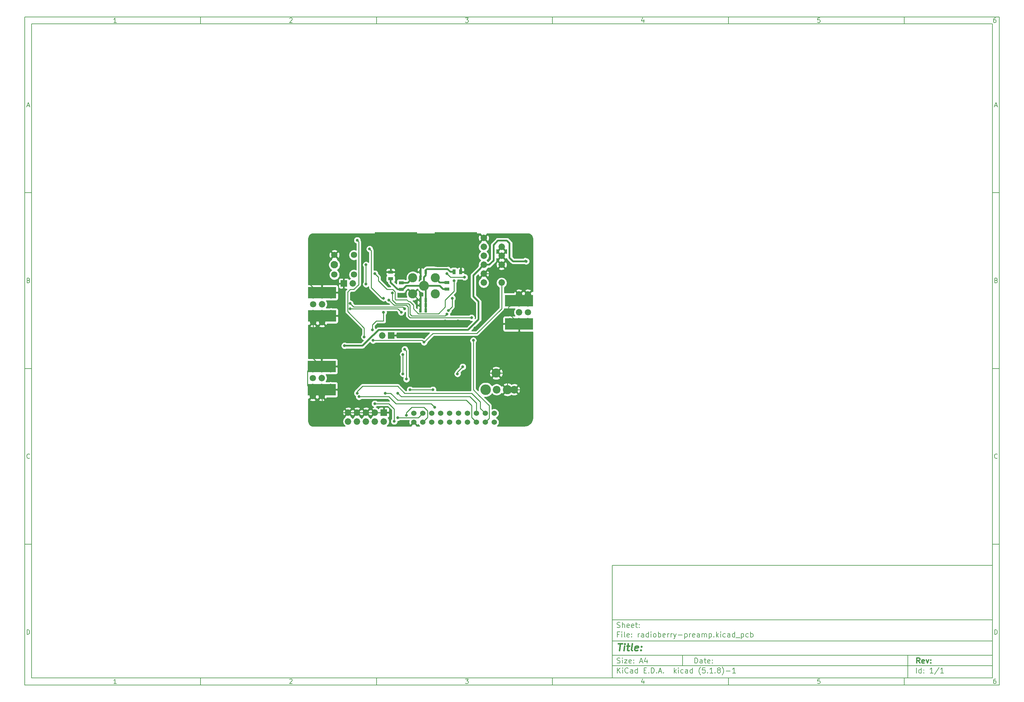
<source format=gbl>
%TF.GenerationSoftware,KiCad,Pcbnew,(5.1.8)-1*%
%TF.CreationDate,2020-12-20T16:15:32+01:00*%
%TF.ProjectId,radioberry-preamp,72616469-6f62-4657-9272-792d70726561,rev?*%
%TF.SameCoordinates,Original*%
%TF.FileFunction,Copper,L2,Bot*%
%TF.FilePolarity,Positive*%
%FSLAX46Y46*%
G04 Gerber Fmt 4.6, Leading zero omitted, Abs format (unit mm)*
G04 Created by KiCad (PCBNEW (5.1.8)-1) date 2020-12-20 16:15:32*
%MOMM*%
%LPD*%
G01*
G04 APERTURE LIST*
%ADD10C,0.100000*%
%ADD11C,0.150000*%
%ADD12C,0.300000*%
%ADD13C,0.400000*%
%TA.AperFunction,ComponentPad*%
%ADD14C,1.800000*%
%TD*%
%TA.AperFunction,ComponentPad*%
%ADD15C,2.100000*%
%TD*%
%TA.AperFunction,ComponentPad*%
%ADD16C,1.850000*%
%TD*%
%TA.AperFunction,ComponentPad*%
%ADD17R,1.850000X1.850000*%
%TD*%
%TA.AperFunction,ComponentPad*%
%ADD18C,5.300000*%
%TD*%
%TA.AperFunction,ComponentPad*%
%ADD19C,2.800000*%
%TD*%
%TA.AperFunction,ComponentPad*%
%ADD20C,2.600000*%
%TD*%
%TA.AperFunction,ComponentPad*%
%ADD21C,2.200000*%
%TD*%
%TA.AperFunction,ComponentPad*%
%ADD22C,3.000000*%
%TD*%
%TA.AperFunction,SMDPad,CuDef*%
%ADD23R,8.000000X3.300000*%
%TD*%
%TA.AperFunction,ComponentPad*%
%ADD24C,1.524000*%
%TD*%
%TA.AperFunction,ComponentPad*%
%ADD25C,0.500000*%
%TD*%
%TA.AperFunction,ComponentPad*%
%ADD26C,2.500000*%
%TD*%
%TA.AperFunction,SMDPad,CuDef*%
%ADD27R,1.397000X0.889000*%
%TD*%
%TA.AperFunction,ComponentPad*%
%ADD28O,1.600000X2.400000*%
%TD*%
%TA.AperFunction,SMDPad,CuDef*%
%ADD29R,12.000000X9.900000*%
%TD*%
%TA.AperFunction,SMDPad,CuDef*%
%ADD30R,0.889000X1.397000*%
%TD*%
%TA.AperFunction,SMDPad,CuDef*%
%ADD31R,0.635000X1.143000*%
%TD*%
%TA.AperFunction,ViaPad*%
%ADD32C,0.800000*%
%TD*%
%TA.AperFunction,Conductor*%
%ADD33C,0.250000*%
%TD*%
%TA.AperFunction,Conductor*%
%ADD34C,0.500000*%
%TD*%
%TA.AperFunction,Conductor*%
%ADD35C,0.254000*%
%TD*%
%TA.AperFunction,Conductor*%
%ADD36C,0.100000*%
%TD*%
G04 APERTURE END LIST*
D10*
D11*
X177002200Y-166007200D02*
X177002200Y-198007200D01*
X285002200Y-198007200D01*
X285002200Y-166007200D01*
X177002200Y-166007200D01*
D10*
D11*
X10000000Y-10000000D02*
X10000000Y-200007200D01*
X287002200Y-200007200D01*
X287002200Y-10000000D01*
X10000000Y-10000000D01*
D10*
D11*
X12000000Y-12000000D02*
X12000000Y-198007200D01*
X285002200Y-198007200D01*
X285002200Y-12000000D01*
X12000000Y-12000000D01*
D10*
D11*
X60000000Y-12000000D02*
X60000000Y-10000000D01*
D10*
D11*
X110000000Y-12000000D02*
X110000000Y-10000000D01*
D10*
D11*
X160000000Y-12000000D02*
X160000000Y-10000000D01*
D10*
D11*
X210000000Y-12000000D02*
X210000000Y-10000000D01*
D10*
D11*
X260000000Y-12000000D02*
X260000000Y-10000000D01*
D10*
D11*
X36065476Y-11588095D02*
X35322619Y-11588095D01*
X35694047Y-11588095D02*
X35694047Y-10288095D01*
X35570238Y-10473809D01*
X35446428Y-10597619D01*
X35322619Y-10659523D01*
D10*
D11*
X85322619Y-10411904D02*
X85384523Y-10350000D01*
X85508333Y-10288095D01*
X85817857Y-10288095D01*
X85941666Y-10350000D01*
X86003571Y-10411904D01*
X86065476Y-10535714D01*
X86065476Y-10659523D01*
X86003571Y-10845238D01*
X85260714Y-11588095D01*
X86065476Y-11588095D01*
D10*
D11*
X135260714Y-10288095D02*
X136065476Y-10288095D01*
X135632142Y-10783333D01*
X135817857Y-10783333D01*
X135941666Y-10845238D01*
X136003571Y-10907142D01*
X136065476Y-11030952D01*
X136065476Y-11340476D01*
X136003571Y-11464285D01*
X135941666Y-11526190D01*
X135817857Y-11588095D01*
X135446428Y-11588095D01*
X135322619Y-11526190D01*
X135260714Y-11464285D01*
D10*
D11*
X185941666Y-10721428D02*
X185941666Y-11588095D01*
X185632142Y-10226190D02*
X185322619Y-11154761D01*
X186127380Y-11154761D01*
D10*
D11*
X236003571Y-10288095D02*
X235384523Y-10288095D01*
X235322619Y-10907142D01*
X235384523Y-10845238D01*
X235508333Y-10783333D01*
X235817857Y-10783333D01*
X235941666Y-10845238D01*
X236003571Y-10907142D01*
X236065476Y-11030952D01*
X236065476Y-11340476D01*
X236003571Y-11464285D01*
X235941666Y-11526190D01*
X235817857Y-11588095D01*
X235508333Y-11588095D01*
X235384523Y-11526190D01*
X235322619Y-11464285D01*
D10*
D11*
X285941666Y-10288095D02*
X285694047Y-10288095D01*
X285570238Y-10350000D01*
X285508333Y-10411904D01*
X285384523Y-10597619D01*
X285322619Y-10845238D01*
X285322619Y-11340476D01*
X285384523Y-11464285D01*
X285446428Y-11526190D01*
X285570238Y-11588095D01*
X285817857Y-11588095D01*
X285941666Y-11526190D01*
X286003571Y-11464285D01*
X286065476Y-11340476D01*
X286065476Y-11030952D01*
X286003571Y-10907142D01*
X285941666Y-10845238D01*
X285817857Y-10783333D01*
X285570238Y-10783333D01*
X285446428Y-10845238D01*
X285384523Y-10907142D01*
X285322619Y-11030952D01*
D10*
D11*
X60000000Y-198007200D02*
X60000000Y-200007200D01*
D10*
D11*
X110000000Y-198007200D02*
X110000000Y-200007200D01*
D10*
D11*
X160000000Y-198007200D02*
X160000000Y-200007200D01*
D10*
D11*
X210000000Y-198007200D02*
X210000000Y-200007200D01*
D10*
D11*
X260000000Y-198007200D02*
X260000000Y-200007200D01*
D10*
D11*
X36065476Y-199595295D02*
X35322619Y-199595295D01*
X35694047Y-199595295D02*
X35694047Y-198295295D01*
X35570238Y-198481009D01*
X35446428Y-198604819D01*
X35322619Y-198666723D01*
D10*
D11*
X85322619Y-198419104D02*
X85384523Y-198357200D01*
X85508333Y-198295295D01*
X85817857Y-198295295D01*
X85941666Y-198357200D01*
X86003571Y-198419104D01*
X86065476Y-198542914D01*
X86065476Y-198666723D01*
X86003571Y-198852438D01*
X85260714Y-199595295D01*
X86065476Y-199595295D01*
D10*
D11*
X135260714Y-198295295D02*
X136065476Y-198295295D01*
X135632142Y-198790533D01*
X135817857Y-198790533D01*
X135941666Y-198852438D01*
X136003571Y-198914342D01*
X136065476Y-199038152D01*
X136065476Y-199347676D01*
X136003571Y-199471485D01*
X135941666Y-199533390D01*
X135817857Y-199595295D01*
X135446428Y-199595295D01*
X135322619Y-199533390D01*
X135260714Y-199471485D01*
D10*
D11*
X185941666Y-198728628D02*
X185941666Y-199595295D01*
X185632142Y-198233390D02*
X185322619Y-199161961D01*
X186127380Y-199161961D01*
D10*
D11*
X236003571Y-198295295D02*
X235384523Y-198295295D01*
X235322619Y-198914342D01*
X235384523Y-198852438D01*
X235508333Y-198790533D01*
X235817857Y-198790533D01*
X235941666Y-198852438D01*
X236003571Y-198914342D01*
X236065476Y-199038152D01*
X236065476Y-199347676D01*
X236003571Y-199471485D01*
X235941666Y-199533390D01*
X235817857Y-199595295D01*
X235508333Y-199595295D01*
X235384523Y-199533390D01*
X235322619Y-199471485D01*
D10*
D11*
X285941666Y-198295295D02*
X285694047Y-198295295D01*
X285570238Y-198357200D01*
X285508333Y-198419104D01*
X285384523Y-198604819D01*
X285322619Y-198852438D01*
X285322619Y-199347676D01*
X285384523Y-199471485D01*
X285446428Y-199533390D01*
X285570238Y-199595295D01*
X285817857Y-199595295D01*
X285941666Y-199533390D01*
X286003571Y-199471485D01*
X286065476Y-199347676D01*
X286065476Y-199038152D01*
X286003571Y-198914342D01*
X285941666Y-198852438D01*
X285817857Y-198790533D01*
X285570238Y-198790533D01*
X285446428Y-198852438D01*
X285384523Y-198914342D01*
X285322619Y-199038152D01*
D10*
D11*
X10000000Y-60000000D02*
X12000000Y-60000000D01*
D10*
D11*
X10000000Y-110000000D02*
X12000000Y-110000000D01*
D10*
D11*
X10000000Y-160000000D02*
X12000000Y-160000000D01*
D10*
D11*
X10690476Y-35216666D02*
X11309523Y-35216666D01*
X10566666Y-35588095D02*
X11000000Y-34288095D01*
X11433333Y-35588095D01*
D10*
D11*
X11092857Y-84907142D02*
X11278571Y-84969047D01*
X11340476Y-85030952D01*
X11402380Y-85154761D01*
X11402380Y-85340476D01*
X11340476Y-85464285D01*
X11278571Y-85526190D01*
X11154761Y-85588095D01*
X10659523Y-85588095D01*
X10659523Y-84288095D01*
X11092857Y-84288095D01*
X11216666Y-84350000D01*
X11278571Y-84411904D01*
X11340476Y-84535714D01*
X11340476Y-84659523D01*
X11278571Y-84783333D01*
X11216666Y-84845238D01*
X11092857Y-84907142D01*
X10659523Y-84907142D01*
D10*
D11*
X11402380Y-135464285D02*
X11340476Y-135526190D01*
X11154761Y-135588095D01*
X11030952Y-135588095D01*
X10845238Y-135526190D01*
X10721428Y-135402380D01*
X10659523Y-135278571D01*
X10597619Y-135030952D01*
X10597619Y-134845238D01*
X10659523Y-134597619D01*
X10721428Y-134473809D01*
X10845238Y-134350000D01*
X11030952Y-134288095D01*
X11154761Y-134288095D01*
X11340476Y-134350000D01*
X11402380Y-134411904D01*
D10*
D11*
X10659523Y-185588095D02*
X10659523Y-184288095D01*
X10969047Y-184288095D01*
X11154761Y-184350000D01*
X11278571Y-184473809D01*
X11340476Y-184597619D01*
X11402380Y-184845238D01*
X11402380Y-185030952D01*
X11340476Y-185278571D01*
X11278571Y-185402380D01*
X11154761Y-185526190D01*
X10969047Y-185588095D01*
X10659523Y-185588095D01*
D10*
D11*
X287002200Y-60000000D02*
X285002200Y-60000000D01*
D10*
D11*
X287002200Y-110000000D02*
X285002200Y-110000000D01*
D10*
D11*
X287002200Y-160000000D02*
X285002200Y-160000000D01*
D10*
D11*
X285692676Y-35216666D02*
X286311723Y-35216666D01*
X285568866Y-35588095D02*
X286002200Y-34288095D01*
X286435533Y-35588095D01*
D10*
D11*
X286095057Y-84907142D02*
X286280771Y-84969047D01*
X286342676Y-85030952D01*
X286404580Y-85154761D01*
X286404580Y-85340476D01*
X286342676Y-85464285D01*
X286280771Y-85526190D01*
X286156961Y-85588095D01*
X285661723Y-85588095D01*
X285661723Y-84288095D01*
X286095057Y-84288095D01*
X286218866Y-84350000D01*
X286280771Y-84411904D01*
X286342676Y-84535714D01*
X286342676Y-84659523D01*
X286280771Y-84783333D01*
X286218866Y-84845238D01*
X286095057Y-84907142D01*
X285661723Y-84907142D01*
D10*
D11*
X286404580Y-135464285D02*
X286342676Y-135526190D01*
X286156961Y-135588095D01*
X286033152Y-135588095D01*
X285847438Y-135526190D01*
X285723628Y-135402380D01*
X285661723Y-135278571D01*
X285599819Y-135030952D01*
X285599819Y-134845238D01*
X285661723Y-134597619D01*
X285723628Y-134473809D01*
X285847438Y-134350000D01*
X286033152Y-134288095D01*
X286156961Y-134288095D01*
X286342676Y-134350000D01*
X286404580Y-134411904D01*
D10*
D11*
X285661723Y-185588095D02*
X285661723Y-184288095D01*
X285971247Y-184288095D01*
X286156961Y-184350000D01*
X286280771Y-184473809D01*
X286342676Y-184597619D01*
X286404580Y-184845238D01*
X286404580Y-185030952D01*
X286342676Y-185278571D01*
X286280771Y-185402380D01*
X286156961Y-185526190D01*
X285971247Y-185588095D01*
X285661723Y-185588095D01*
D10*
D11*
X200434342Y-193785771D02*
X200434342Y-192285771D01*
X200791485Y-192285771D01*
X201005771Y-192357200D01*
X201148628Y-192500057D01*
X201220057Y-192642914D01*
X201291485Y-192928628D01*
X201291485Y-193142914D01*
X201220057Y-193428628D01*
X201148628Y-193571485D01*
X201005771Y-193714342D01*
X200791485Y-193785771D01*
X200434342Y-193785771D01*
X202577200Y-193785771D02*
X202577200Y-193000057D01*
X202505771Y-192857200D01*
X202362914Y-192785771D01*
X202077200Y-192785771D01*
X201934342Y-192857200D01*
X202577200Y-193714342D02*
X202434342Y-193785771D01*
X202077200Y-193785771D01*
X201934342Y-193714342D01*
X201862914Y-193571485D01*
X201862914Y-193428628D01*
X201934342Y-193285771D01*
X202077200Y-193214342D01*
X202434342Y-193214342D01*
X202577200Y-193142914D01*
X203077200Y-192785771D02*
X203648628Y-192785771D01*
X203291485Y-192285771D02*
X203291485Y-193571485D01*
X203362914Y-193714342D01*
X203505771Y-193785771D01*
X203648628Y-193785771D01*
X204720057Y-193714342D02*
X204577200Y-193785771D01*
X204291485Y-193785771D01*
X204148628Y-193714342D01*
X204077200Y-193571485D01*
X204077200Y-193000057D01*
X204148628Y-192857200D01*
X204291485Y-192785771D01*
X204577200Y-192785771D01*
X204720057Y-192857200D01*
X204791485Y-193000057D01*
X204791485Y-193142914D01*
X204077200Y-193285771D01*
X205434342Y-193642914D02*
X205505771Y-193714342D01*
X205434342Y-193785771D01*
X205362914Y-193714342D01*
X205434342Y-193642914D01*
X205434342Y-193785771D01*
X205434342Y-192857200D02*
X205505771Y-192928628D01*
X205434342Y-193000057D01*
X205362914Y-192928628D01*
X205434342Y-192857200D01*
X205434342Y-193000057D01*
D10*
D11*
X177002200Y-194507200D02*
X285002200Y-194507200D01*
D10*
D11*
X178434342Y-196585771D02*
X178434342Y-195085771D01*
X179291485Y-196585771D02*
X178648628Y-195728628D01*
X179291485Y-195085771D02*
X178434342Y-195942914D01*
X179934342Y-196585771D02*
X179934342Y-195585771D01*
X179934342Y-195085771D02*
X179862914Y-195157200D01*
X179934342Y-195228628D01*
X180005771Y-195157200D01*
X179934342Y-195085771D01*
X179934342Y-195228628D01*
X181505771Y-196442914D02*
X181434342Y-196514342D01*
X181220057Y-196585771D01*
X181077200Y-196585771D01*
X180862914Y-196514342D01*
X180720057Y-196371485D01*
X180648628Y-196228628D01*
X180577200Y-195942914D01*
X180577200Y-195728628D01*
X180648628Y-195442914D01*
X180720057Y-195300057D01*
X180862914Y-195157200D01*
X181077200Y-195085771D01*
X181220057Y-195085771D01*
X181434342Y-195157200D01*
X181505771Y-195228628D01*
X182791485Y-196585771D02*
X182791485Y-195800057D01*
X182720057Y-195657200D01*
X182577200Y-195585771D01*
X182291485Y-195585771D01*
X182148628Y-195657200D01*
X182791485Y-196514342D02*
X182648628Y-196585771D01*
X182291485Y-196585771D01*
X182148628Y-196514342D01*
X182077200Y-196371485D01*
X182077200Y-196228628D01*
X182148628Y-196085771D01*
X182291485Y-196014342D01*
X182648628Y-196014342D01*
X182791485Y-195942914D01*
X184148628Y-196585771D02*
X184148628Y-195085771D01*
X184148628Y-196514342D02*
X184005771Y-196585771D01*
X183720057Y-196585771D01*
X183577200Y-196514342D01*
X183505771Y-196442914D01*
X183434342Y-196300057D01*
X183434342Y-195871485D01*
X183505771Y-195728628D01*
X183577200Y-195657200D01*
X183720057Y-195585771D01*
X184005771Y-195585771D01*
X184148628Y-195657200D01*
X186005771Y-195800057D02*
X186505771Y-195800057D01*
X186720057Y-196585771D02*
X186005771Y-196585771D01*
X186005771Y-195085771D01*
X186720057Y-195085771D01*
X187362914Y-196442914D02*
X187434342Y-196514342D01*
X187362914Y-196585771D01*
X187291485Y-196514342D01*
X187362914Y-196442914D01*
X187362914Y-196585771D01*
X188077200Y-196585771D02*
X188077200Y-195085771D01*
X188434342Y-195085771D01*
X188648628Y-195157200D01*
X188791485Y-195300057D01*
X188862914Y-195442914D01*
X188934342Y-195728628D01*
X188934342Y-195942914D01*
X188862914Y-196228628D01*
X188791485Y-196371485D01*
X188648628Y-196514342D01*
X188434342Y-196585771D01*
X188077200Y-196585771D01*
X189577200Y-196442914D02*
X189648628Y-196514342D01*
X189577200Y-196585771D01*
X189505771Y-196514342D01*
X189577200Y-196442914D01*
X189577200Y-196585771D01*
X190220057Y-196157200D02*
X190934342Y-196157200D01*
X190077200Y-196585771D02*
X190577200Y-195085771D01*
X191077200Y-196585771D01*
X191577200Y-196442914D02*
X191648628Y-196514342D01*
X191577200Y-196585771D01*
X191505771Y-196514342D01*
X191577200Y-196442914D01*
X191577200Y-196585771D01*
X194577200Y-196585771D02*
X194577200Y-195085771D01*
X194720057Y-196014342D02*
X195148628Y-196585771D01*
X195148628Y-195585771D02*
X194577200Y-196157200D01*
X195791485Y-196585771D02*
X195791485Y-195585771D01*
X195791485Y-195085771D02*
X195720057Y-195157200D01*
X195791485Y-195228628D01*
X195862914Y-195157200D01*
X195791485Y-195085771D01*
X195791485Y-195228628D01*
X197148628Y-196514342D02*
X197005771Y-196585771D01*
X196720057Y-196585771D01*
X196577200Y-196514342D01*
X196505771Y-196442914D01*
X196434342Y-196300057D01*
X196434342Y-195871485D01*
X196505771Y-195728628D01*
X196577200Y-195657200D01*
X196720057Y-195585771D01*
X197005771Y-195585771D01*
X197148628Y-195657200D01*
X198434342Y-196585771D02*
X198434342Y-195800057D01*
X198362914Y-195657200D01*
X198220057Y-195585771D01*
X197934342Y-195585771D01*
X197791485Y-195657200D01*
X198434342Y-196514342D02*
X198291485Y-196585771D01*
X197934342Y-196585771D01*
X197791485Y-196514342D01*
X197720057Y-196371485D01*
X197720057Y-196228628D01*
X197791485Y-196085771D01*
X197934342Y-196014342D01*
X198291485Y-196014342D01*
X198434342Y-195942914D01*
X199791485Y-196585771D02*
X199791485Y-195085771D01*
X199791485Y-196514342D02*
X199648628Y-196585771D01*
X199362914Y-196585771D01*
X199220057Y-196514342D01*
X199148628Y-196442914D01*
X199077200Y-196300057D01*
X199077200Y-195871485D01*
X199148628Y-195728628D01*
X199220057Y-195657200D01*
X199362914Y-195585771D01*
X199648628Y-195585771D01*
X199791485Y-195657200D01*
X202077200Y-197157200D02*
X202005771Y-197085771D01*
X201862914Y-196871485D01*
X201791485Y-196728628D01*
X201720057Y-196514342D01*
X201648628Y-196157200D01*
X201648628Y-195871485D01*
X201720057Y-195514342D01*
X201791485Y-195300057D01*
X201862914Y-195157200D01*
X202005771Y-194942914D01*
X202077200Y-194871485D01*
X203362914Y-195085771D02*
X202648628Y-195085771D01*
X202577200Y-195800057D01*
X202648628Y-195728628D01*
X202791485Y-195657200D01*
X203148628Y-195657200D01*
X203291485Y-195728628D01*
X203362914Y-195800057D01*
X203434342Y-195942914D01*
X203434342Y-196300057D01*
X203362914Y-196442914D01*
X203291485Y-196514342D01*
X203148628Y-196585771D01*
X202791485Y-196585771D01*
X202648628Y-196514342D01*
X202577200Y-196442914D01*
X204077200Y-196442914D02*
X204148628Y-196514342D01*
X204077200Y-196585771D01*
X204005771Y-196514342D01*
X204077200Y-196442914D01*
X204077200Y-196585771D01*
X205577200Y-196585771D02*
X204720057Y-196585771D01*
X205148628Y-196585771D02*
X205148628Y-195085771D01*
X205005771Y-195300057D01*
X204862914Y-195442914D01*
X204720057Y-195514342D01*
X206220057Y-196442914D02*
X206291485Y-196514342D01*
X206220057Y-196585771D01*
X206148628Y-196514342D01*
X206220057Y-196442914D01*
X206220057Y-196585771D01*
X207148628Y-195728628D02*
X207005771Y-195657200D01*
X206934342Y-195585771D01*
X206862914Y-195442914D01*
X206862914Y-195371485D01*
X206934342Y-195228628D01*
X207005771Y-195157200D01*
X207148628Y-195085771D01*
X207434342Y-195085771D01*
X207577200Y-195157200D01*
X207648628Y-195228628D01*
X207720057Y-195371485D01*
X207720057Y-195442914D01*
X207648628Y-195585771D01*
X207577200Y-195657200D01*
X207434342Y-195728628D01*
X207148628Y-195728628D01*
X207005771Y-195800057D01*
X206934342Y-195871485D01*
X206862914Y-196014342D01*
X206862914Y-196300057D01*
X206934342Y-196442914D01*
X207005771Y-196514342D01*
X207148628Y-196585771D01*
X207434342Y-196585771D01*
X207577200Y-196514342D01*
X207648628Y-196442914D01*
X207720057Y-196300057D01*
X207720057Y-196014342D01*
X207648628Y-195871485D01*
X207577200Y-195800057D01*
X207434342Y-195728628D01*
X208220057Y-197157200D02*
X208291485Y-197085771D01*
X208434342Y-196871485D01*
X208505771Y-196728628D01*
X208577200Y-196514342D01*
X208648628Y-196157200D01*
X208648628Y-195871485D01*
X208577200Y-195514342D01*
X208505771Y-195300057D01*
X208434342Y-195157200D01*
X208291485Y-194942914D01*
X208220057Y-194871485D01*
X209362914Y-196014342D02*
X210505771Y-196014342D01*
X212005771Y-196585771D02*
X211148628Y-196585771D01*
X211577200Y-196585771D02*
X211577200Y-195085771D01*
X211434342Y-195300057D01*
X211291485Y-195442914D01*
X211148628Y-195514342D01*
D10*
D11*
X177002200Y-191507200D02*
X285002200Y-191507200D01*
D10*
D12*
X264411485Y-193785771D02*
X263911485Y-193071485D01*
X263554342Y-193785771D02*
X263554342Y-192285771D01*
X264125771Y-192285771D01*
X264268628Y-192357200D01*
X264340057Y-192428628D01*
X264411485Y-192571485D01*
X264411485Y-192785771D01*
X264340057Y-192928628D01*
X264268628Y-193000057D01*
X264125771Y-193071485D01*
X263554342Y-193071485D01*
X265625771Y-193714342D02*
X265482914Y-193785771D01*
X265197200Y-193785771D01*
X265054342Y-193714342D01*
X264982914Y-193571485D01*
X264982914Y-193000057D01*
X265054342Y-192857200D01*
X265197200Y-192785771D01*
X265482914Y-192785771D01*
X265625771Y-192857200D01*
X265697200Y-193000057D01*
X265697200Y-193142914D01*
X264982914Y-193285771D01*
X266197200Y-192785771D02*
X266554342Y-193785771D01*
X266911485Y-192785771D01*
X267482914Y-193642914D02*
X267554342Y-193714342D01*
X267482914Y-193785771D01*
X267411485Y-193714342D01*
X267482914Y-193642914D01*
X267482914Y-193785771D01*
X267482914Y-192857200D02*
X267554342Y-192928628D01*
X267482914Y-193000057D01*
X267411485Y-192928628D01*
X267482914Y-192857200D01*
X267482914Y-193000057D01*
D10*
D11*
X178362914Y-193714342D02*
X178577200Y-193785771D01*
X178934342Y-193785771D01*
X179077200Y-193714342D01*
X179148628Y-193642914D01*
X179220057Y-193500057D01*
X179220057Y-193357200D01*
X179148628Y-193214342D01*
X179077200Y-193142914D01*
X178934342Y-193071485D01*
X178648628Y-193000057D01*
X178505771Y-192928628D01*
X178434342Y-192857200D01*
X178362914Y-192714342D01*
X178362914Y-192571485D01*
X178434342Y-192428628D01*
X178505771Y-192357200D01*
X178648628Y-192285771D01*
X179005771Y-192285771D01*
X179220057Y-192357200D01*
X179862914Y-193785771D02*
X179862914Y-192785771D01*
X179862914Y-192285771D02*
X179791485Y-192357200D01*
X179862914Y-192428628D01*
X179934342Y-192357200D01*
X179862914Y-192285771D01*
X179862914Y-192428628D01*
X180434342Y-192785771D02*
X181220057Y-192785771D01*
X180434342Y-193785771D01*
X181220057Y-193785771D01*
X182362914Y-193714342D02*
X182220057Y-193785771D01*
X181934342Y-193785771D01*
X181791485Y-193714342D01*
X181720057Y-193571485D01*
X181720057Y-193000057D01*
X181791485Y-192857200D01*
X181934342Y-192785771D01*
X182220057Y-192785771D01*
X182362914Y-192857200D01*
X182434342Y-193000057D01*
X182434342Y-193142914D01*
X181720057Y-193285771D01*
X183077200Y-193642914D02*
X183148628Y-193714342D01*
X183077200Y-193785771D01*
X183005771Y-193714342D01*
X183077200Y-193642914D01*
X183077200Y-193785771D01*
X183077200Y-192857200D02*
X183148628Y-192928628D01*
X183077200Y-193000057D01*
X183005771Y-192928628D01*
X183077200Y-192857200D01*
X183077200Y-193000057D01*
X184862914Y-193357200D02*
X185577200Y-193357200D01*
X184720057Y-193785771D02*
X185220057Y-192285771D01*
X185720057Y-193785771D01*
X186862914Y-192785771D02*
X186862914Y-193785771D01*
X186505771Y-192214342D02*
X186148628Y-193285771D01*
X187077200Y-193285771D01*
D10*
D11*
X263434342Y-196585771D02*
X263434342Y-195085771D01*
X264791485Y-196585771D02*
X264791485Y-195085771D01*
X264791485Y-196514342D02*
X264648628Y-196585771D01*
X264362914Y-196585771D01*
X264220057Y-196514342D01*
X264148628Y-196442914D01*
X264077200Y-196300057D01*
X264077200Y-195871485D01*
X264148628Y-195728628D01*
X264220057Y-195657200D01*
X264362914Y-195585771D01*
X264648628Y-195585771D01*
X264791485Y-195657200D01*
X265505771Y-196442914D02*
X265577200Y-196514342D01*
X265505771Y-196585771D01*
X265434342Y-196514342D01*
X265505771Y-196442914D01*
X265505771Y-196585771D01*
X265505771Y-195657200D02*
X265577200Y-195728628D01*
X265505771Y-195800057D01*
X265434342Y-195728628D01*
X265505771Y-195657200D01*
X265505771Y-195800057D01*
X268148628Y-196585771D02*
X267291485Y-196585771D01*
X267720057Y-196585771D02*
X267720057Y-195085771D01*
X267577200Y-195300057D01*
X267434342Y-195442914D01*
X267291485Y-195514342D01*
X269862914Y-195014342D02*
X268577200Y-196942914D01*
X271148628Y-196585771D02*
X270291485Y-196585771D01*
X270720057Y-196585771D02*
X270720057Y-195085771D01*
X270577200Y-195300057D01*
X270434342Y-195442914D01*
X270291485Y-195514342D01*
D10*
D11*
X177002200Y-187507200D02*
X285002200Y-187507200D01*
D10*
D13*
X178714580Y-188211961D02*
X179857438Y-188211961D01*
X179036009Y-190211961D02*
X179286009Y-188211961D01*
X180274104Y-190211961D02*
X180440771Y-188878628D01*
X180524104Y-188211961D02*
X180416961Y-188307200D01*
X180500295Y-188402438D01*
X180607438Y-188307200D01*
X180524104Y-188211961D01*
X180500295Y-188402438D01*
X181107438Y-188878628D02*
X181869342Y-188878628D01*
X181476485Y-188211961D02*
X181262200Y-189926247D01*
X181333628Y-190116723D01*
X181512200Y-190211961D01*
X181702676Y-190211961D01*
X182655057Y-190211961D02*
X182476485Y-190116723D01*
X182405057Y-189926247D01*
X182619342Y-188211961D01*
X184190771Y-190116723D02*
X183988390Y-190211961D01*
X183607438Y-190211961D01*
X183428866Y-190116723D01*
X183357438Y-189926247D01*
X183452676Y-189164342D01*
X183571723Y-188973866D01*
X183774104Y-188878628D01*
X184155057Y-188878628D01*
X184333628Y-188973866D01*
X184405057Y-189164342D01*
X184381247Y-189354819D01*
X183405057Y-189545295D01*
X185155057Y-190021485D02*
X185238390Y-190116723D01*
X185131247Y-190211961D01*
X185047914Y-190116723D01*
X185155057Y-190021485D01*
X185131247Y-190211961D01*
X185286009Y-188973866D02*
X185369342Y-189069104D01*
X185262200Y-189164342D01*
X185178866Y-189069104D01*
X185286009Y-188973866D01*
X185262200Y-189164342D01*
D10*
D11*
X178934342Y-185600057D02*
X178434342Y-185600057D01*
X178434342Y-186385771D02*
X178434342Y-184885771D01*
X179148628Y-184885771D01*
X179720057Y-186385771D02*
X179720057Y-185385771D01*
X179720057Y-184885771D02*
X179648628Y-184957200D01*
X179720057Y-185028628D01*
X179791485Y-184957200D01*
X179720057Y-184885771D01*
X179720057Y-185028628D01*
X180648628Y-186385771D02*
X180505771Y-186314342D01*
X180434342Y-186171485D01*
X180434342Y-184885771D01*
X181791485Y-186314342D02*
X181648628Y-186385771D01*
X181362914Y-186385771D01*
X181220057Y-186314342D01*
X181148628Y-186171485D01*
X181148628Y-185600057D01*
X181220057Y-185457200D01*
X181362914Y-185385771D01*
X181648628Y-185385771D01*
X181791485Y-185457200D01*
X181862914Y-185600057D01*
X181862914Y-185742914D01*
X181148628Y-185885771D01*
X182505771Y-186242914D02*
X182577200Y-186314342D01*
X182505771Y-186385771D01*
X182434342Y-186314342D01*
X182505771Y-186242914D01*
X182505771Y-186385771D01*
X182505771Y-185457200D02*
X182577200Y-185528628D01*
X182505771Y-185600057D01*
X182434342Y-185528628D01*
X182505771Y-185457200D01*
X182505771Y-185600057D01*
X184362914Y-186385771D02*
X184362914Y-185385771D01*
X184362914Y-185671485D02*
X184434342Y-185528628D01*
X184505771Y-185457200D01*
X184648628Y-185385771D01*
X184791485Y-185385771D01*
X185934342Y-186385771D02*
X185934342Y-185600057D01*
X185862914Y-185457200D01*
X185720057Y-185385771D01*
X185434342Y-185385771D01*
X185291485Y-185457200D01*
X185934342Y-186314342D02*
X185791485Y-186385771D01*
X185434342Y-186385771D01*
X185291485Y-186314342D01*
X185220057Y-186171485D01*
X185220057Y-186028628D01*
X185291485Y-185885771D01*
X185434342Y-185814342D01*
X185791485Y-185814342D01*
X185934342Y-185742914D01*
X187291485Y-186385771D02*
X187291485Y-184885771D01*
X187291485Y-186314342D02*
X187148628Y-186385771D01*
X186862914Y-186385771D01*
X186720057Y-186314342D01*
X186648628Y-186242914D01*
X186577200Y-186100057D01*
X186577200Y-185671485D01*
X186648628Y-185528628D01*
X186720057Y-185457200D01*
X186862914Y-185385771D01*
X187148628Y-185385771D01*
X187291485Y-185457200D01*
X188005771Y-186385771D02*
X188005771Y-185385771D01*
X188005771Y-184885771D02*
X187934342Y-184957200D01*
X188005771Y-185028628D01*
X188077200Y-184957200D01*
X188005771Y-184885771D01*
X188005771Y-185028628D01*
X188934342Y-186385771D02*
X188791485Y-186314342D01*
X188720057Y-186242914D01*
X188648628Y-186100057D01*
X188648628Y-185671485D01*
X188720057Y-185528628D01*
X188791485Y-185457200D01*
X188934342Y-185385771D01*
X189148628Y-185385771D01*
X189291485Y-185457200D01*
X189362914Y-185528628D01*
X189434342Y-185671485D01*
X189434342Y-186100057D01*
X189362914Y-186242914D01*
X189291485Y-186314342D01*
X189148628Y-186385771D01*
X188934342Y-186385771D01*
X190077200Y-186385771D02*
X190077200Y-184885771D01*
X190077200Y-185457200D02*
X190220057Y-185385771D01*
X190505771Y-185385771D01*
X190648628Y-185457200D01*
X190720057Y-185528628D01*
X190791485Y-185671485D01*
X190791485Y-186100057D01*
X190720057Y-186242914D01*
X190648628Y-186314342D01*
X190505771Y-186385771D01*
X190220057Y-186385771D01*
X190077200Y-186314342D01*
X192005771Y-186314342D02*
X191862914Y-186385771D01*
X191577200Y-186385771D01*
X191434342Y-186314342D01*
X191362914Y-186171485D01*
X191362914Y-185600057D01*
X191434342Y-185457200D01*
X191577200Y-185385771D01*
X191862914Y-185385771D01*
X192005771Y-185457200D01*
X192077200Y-185600057D01*
X192077200Y-185742914D01*
X191362914Y-185885771D01*
X192720057Y-186385771D02*
X192720057Y-185385771D01*
X192720057Y-185671485D02*
X192791485Y-185528628D01*
X192862914Y-185457200D01*
X193005771Y-185385771D01*
X193148628Y-185385771D01*
X193648628Y-186385771D02*
X193648628Y-185385771D01*
X193648628Y-185671485D02*
X193720057Y-185528628D01*
X193791485Y-185457200D01*
X193934342Y-185385771D01*
X194077200Y-185385771D01*
X194434342Y-185385771D02*
X194791485Y-186385771D01*
X195148628Y-185385771D02*
X194791485Y-186385771D01*
X194648628Y-186742914D01*
X194577200Y-186814342D01*
X194434342Y-186885771D01*
X195720057Y-185814342D02*
X196862914Y-185814342D01*
X197577200Y-185385771D02*
X197577200Y-186885771D01*
X197577200Y-185457200D02*
X197720057Y-185385771D01*
X198005771Y-185385771D01*
X198148628Y-185457200D01*
X198220057Y-185528628D01*
X198291485Y-185671485D01*
X198291485Y-186100057D01*
X198220057Y-186242914D01*
X198148628Y-186314342D01*
X198005771Y-186385771D01*
X197720057Y-186385771D01*
X197577200Y-186314342D01*
X198934342Y-186385771D02*
X198934342Y-185385771D01*
X198934342Y-185671485D02*
X199005771Y-185528628D01*
X199077200Y-185457200D01*
X199220057Y-185385771D01*
X199362914Y-185385771D01*
X200434342Y-186314342D02*
X200291485Y-186385771D01*
X200005771Y-186385771D01*
X199862914Y-186314342D01*
X199791485Y-186171485D01*
X199791485Y-185600057D01*
X199862914Y-185457200D01*
X200005771Y-185385771D01*
X200291485Y-185385771D01*
X200434342Y-185457200D01*
X200505771Y-185600057D01*
X200505771Y-185742914D01*
X199791485Y-185885771D01*
X201791485Y-186385771D02*
X201791485Y-185600057D01*
X201720057Y-185457200D01*
X201577200Y-185385771D01*
X201291485Y-185385771D01*
X201148628Y-185457200D01*
X201791485Y-186314342D02*
X201648628Y-186385771D01*
X201291485Y-186385771D01*
X201148628Y-186314342D01*
X201077200Y-186171485D01*
X201077200Y-186028628D01*
X201148628Y-185885771D01*
X201291485Y-185814342D01*
X201648628Y-185814342D01*
X201791485Y-185742914D01*
X202505771Y-186385771D02*
X202505771Y-185385771D01*
X202505771Y-185528628D02*
X202577200Y-185457200D01*
X202720057Y-185385771D01*
X202934342Y-185385771D01*
X203077200Y-185457200D01*
X203148628Y-185600057D01*
X203148628Y-186385771D01*
X203148628Y-185600057D02*
X203220057Y-185457200D01*
X203362914Y-185385771D01*
X203577200Y-185385771D01*
X203720057Y-185457200D01*
X203791485Y-185600057D01*
X203791485Y-186385771D01*
X204505771Y-185385771D02*
X204505771Y-186885771D01*
X204505771Y-185457200D02*
X204648628Y-185385771D01*
X204934342Y-185385771D01*
X205077200Y-185457200D01*
X205148628Y-185528628D01*
X205220057Y-185671485D01*
X205220057Y-186100057D01*
X205148628Y-186242914D01*
X205077200Y-186314342D01*
X204934342Y-186385771D01*
X204648628Y-186385771D01*
X204505771Y-186314342D01*
X205862914Y-186242914D02*
X205934342Y-186314342D01*
X205862914Y-186385771D01*
X205791485Y-186314342D01*
X205862914Y-186242914D01*
X205862914Y-186385771D01*
X206577200Y-186385771D02*
X206577200Y-184885771D01*
X206720057Y-185814342D02*
X207148628Y-186385771D01*
X207148628Y-185385771D02*
X206577200Y-185957200D01*
X207791485Y-186385771D02*
X207791485Y-185385771D01*
X207791485Y-184885771D02*
X207720057Y-184957200D01*
X207791485Y-185028628D01*
X207862914Y-184957200D01*
X207791485Y-184885771D01*
X207791485Y-185028628D01*
X209148628Y-186314342D02*
X209005771Y-186385771D01*
X208720057Y-186385771D01*
X208577200Y-186314342D01*
X208505771Y-186242914D01*
X208434342Y-186100057D01*
X208434342Y-185671485D01*
X208505771Y-185528628D01*
X208577200Y-185457200D01*
X208720057Y-185385771D01*
X209005771Y-185385771D01*
X209148628Y-185457200D01*
X210434342Y-186385771D02*
X210434342Y-185600057D01*
X210362914Y-185457200D01*
X210220057Y-185385771D01*
X209934342Y-185385771D01*
X209791485Y-185457200D01*
X210434342Y-186314342D02*
X210291485Y-186385771D01*
X209934342Y-186385771D01*
X209791485Y-186314342D01*
X209720057Y-186171485D01*
X209720057Y-186028628D01*
X209791485Y-185885771D01*
X209934342Y-185814342D01*
X210291485Y-185814342D01*
X210434342Y-185742914D01*
X211791485Y-186385771D02*
X211791485Y-184885771D01*
X211791485Y-186314342D02*
X211648628Y-186385771D01*
X211362914Y-186385771D01*
X211220057Y-186314342D01*
X211148628Y-186242914D01*
X211077200Y-186100057D01*
X211077200Y-185671485D01*
X211148628Y-185528628D01*
X211220057Y-185457200D01*
X211362914Y-185385771D01*
X211648628Y-185385771D01*
X211791485Y-185457200D01*
X212148628Y-186528628D02*
X213291485Y-186528628D01*
X213648628Y-185385771D02*
X213648628Y-186885771D01*
X213648628Y-185457200D02*
X213791485Y-185385771D01*
X214077200Y-185385771D01*
X214220057Y-185457200D01*
X214291485Y-185528628D01*
X214362914Y-185671485D01*
X214362914Y-186100057D01*
X214291485Y-186242914D01*
X214220057Y-186314342D01*
X214077200Y-186385771D01*
X213791485Y-186385771D01*
X213648628Y-186314342D01*
X215648628Y-186314342D02*
X215505771Y-186385771D01*
X215220057Y-186385771D01*
X215077200Y-186314342D01*
X215005771Y-186242914D01*
X214934342Y-186100057D01*
X214934342Y-185671485D01*
X215005771Y-185528628D01*
X215077200Y-185457200D01*
X215220057Y-185385771D01*
X215505771Y-185385771D01*
X215648628Y-185457200D01*
X216291485Y-186385771D02*
X216291485Y-184885771D01*
X216291485Y-185457200D02*
X216434342Y-185385771D01*
X216720057Y-185385771D01*
X216862914Y-185457200D01*
X216934342Y-185528628D01*
X217005771Y-185671485D01*
X217005771Y-186100057D01*
X216934342Y-186242914D01*
X216862914Y-186314342D01*
X216720057Y-186385771D01*
X216434342Y-186385771D01*
X216291485Y-186314342D01*
D10*
D11*
X177002200Y-181507200D02*
X285002200Y-181507200D01*
D10*
D11*
X178362914Y-183614342D02*
X178577200Y-183685771D01*
X178934342Y-183685771D01*
X179077200Y-183614342D01*
X179148628Y-183542914D01*
X179220057Y-183400057D01*
X179220057Y-183257200D01*
X179148628Y-183114342D01*
X179077200Y-183042914D01*
X178934342Y-182971485D01*
X178648628Y-182900057D01*
X178505771Y-182828628D01*
X178434342Y-182757200D01*
X178362914Y-182614342D01*
X178362914Y-182471485D01*
X178434342Y-182328628D01*
X178505771Y-182257200D01*
X178648628Y-182185771D01*
X179005771Y-182185771D01*
X179220057Y-182257200D01*
X179862914Y-183685771D02*
X179862914Y-182185771D01*
X180505771Y-183685771D02*
X180505771Y-182900057D01*
X180434342Y-182757200D01*
X180291485Y-182685771D01*
X180077200Y-182685771D01*
X179934342Y-182757200D01*
X179862914Y-182828628D01*
X181791485Y-183614342D02*
X181648628Y-183685771D01*
X181362914Y-183685771D01*
X181220057Y-183614342D01*
X181148628Y-183471485D01*
X181148628Y-182900057D01*
X181220057Y-182757200D01*
X181362914Y-182685771D01*
X181648628Y-182685771D01*
X181791485Y-182757200D01*
X181862914Y-182900057D01*
X181862914Y-183042914D01*
X181148628Y-183185771D01*
X183077200Y-183614342D02*
X182934342Y-183685771D01*
X182648628Y-183685771D01*
X182505771Y-183614342D01*
X182434342Y-183471485D01*
X182434342Y-182900057D01*
X182505771Y-182757200D01*
X182648628Y-182685771D01*
X182934342Y-182685771D01*
X183077200Y-182757200D01*
X183148628Y-182900057D01*
X183148628Y-183042914D01*
X182434342Y-183185771D01*
X183577200Y-182685771D02*
X184148628Y-182685771D01*
X183791485Y-182185771D02*
X183791485Y-183471485D01*
X183862914Y-183614342D01*
X184005771Y-183685771D01*
X184148628Y-183685771D01*
X184648628Y-183542914D02*
X184720057Y-183614342D01*
X184648628Y-183685771D01*
X184577200Y-183614342D01*
X184648628Y-183542914D01*
X184648628Y-183685771D01*
X184648628Y-182757200D02*
X184720057Y-182828628D01*
X184648628Y-182900057D01*
X184577200Y-182828628D01*
X184648628Y-182757200D01*
X184648628Y-182900057D01*
D10*
D11*
X197002200Y-191507200D02*
X197002200Y-194507200D01*
D10*
D11*
X261002200Y-191507200D02*
X261002200Y-198007200D01*
D14*
%TO.P,T302,5*%
%TO.N,Net-(R312-Pad2)*%
X103594000Y-77706000D03*
%TO.P,T302,4*%
%TO.N,Net-(R306-Pad2)*%
X103594000Y-83294000D03*
%TO.P,T302,3*%
%TO.N,Net-(R307-Pad1)*%
X98006000Y-83294000D03*
D15*
%TO.P,T302,2*%
%TO.N,Net-(T302-Pad2)*%
X98006000Y-80500000D03*
D14*
%TO.P,T302,1*%
%TO.N,GND*%
X98006000Y-77706000D03*
%TD*%
D16*
%TO.P,DB202,2*%
%TO.N,/Control/AIN1*%
X111660000Y-100600000D03*
D17*
%TO.P,DB202,1*%
%TO.N,GND*%
X114200000Y-100600000D03*
%TD*%
D16*
%TO.P,DB201,2*%
%TO.N,/Control/AIN2*%
X103240000Y-85800000D03*
D17*
%TO.P,DB201,1*%
%TO.N,GND*%
X100700000Y-85800000D03*
%TD*%
D18*
%TO.P,MH5,1*%
%TO.N,GND*%
X124000000Y-77000000D03*
%TD*%
D19*
%TO.P,T301,2*%
%TO.N,Net-(C305-Pad1)*%
X123500000Y-86500000D03*
D20*
%TO.P,T301,1*%
%TO.N,Net-(C311-Pad1)*%
X120300000Y-84200000D03*
%TO.P,T301,3*%
%TO.N,Net-(C312-Pad2)*%
X126700000Y-84200000D03*
%TO.P,T301,4*%
%TO.N,Net-(C319-Pad2)*%
X126700000Y-88800000D03*
%TO.P,T301,5*%
%TO.N,GND*%
X120300000Y-88800000D03*
%TD*%
D21*
%TO.P,CN101,2*%
%TO.N,GND*%
X149100000Y-116000000D03*
%TO.P,CN101,1*%
%TO.N,Net-(CN101-Pad1)*%
X144100000Y-116000000D03*
D20*
%TO.P,CN101,2*%
%TO.N,GND*%
X144000000Y-111300000D03*
X147150000Y-116000000D03*
D22*
%TO.P,CN101,1*%
%TO.N,Net-(CN101-Pad1)*%
X141000000Y-116000000D03*
%TD*%
D16*
%TO.P,DB203,10*%
%TO.N,EXTTR*%
X101920000Y-125040000D03*
%TO.P,DB203,9*%
%TO.N,GND*%
X101920000Y-122500000D03*
%TO.P,DB203,8*%
%TO.N,EXTPTT*%
X104460000Y-125040000D03*
%TO.P,DB203,7*%
%TO.N,GND*%
X104460000Y-122500000D03*
%TO.P,DB203,6*%
%TO.N,EXTKEY*%
X107000000Y-125040000D03*
%TO.P,DB203,5*%
%TO.N,GND*%
X107000000Y-122500000D03*
%TO.P,DB203,4*%
%TO.N,EXTDASH*%
X109540000Y-125040000D03*
%TO.P,DB203,3*%
%TO.N,GND*%
X109540000Y-122500000D03*
%TO.P,DB203,2*%
%TO.N,EXTDOT*%
X112080000Y-125040000D03*
D17*
%TO.P,DB203,1*%
%TO.N,GND*%
X112080000Y-122500000D03*
%TD*%
D16*
%TO.P,RF303,2*%
%TO.N,GND*%
X97040000Y-89160000D03*
X97040000Y-94240000D03*
X94500000Y-96780000D03*
D14*
%TO.P,RF303,1*%
%TO.N,Net-(C318-Pad2)*%
X91960000Y-91700000D03*
D16*
%TO.P,RF303,2*%
%TO.N,GND*%
X91960000Y-89160000D03*
X91960000Y-94240000D03*
X94500000Y-94240000D03*
X94500000Y-89160000D03*
%TO.P,RF303,1*%
%TO.N,Net-(C318-Pad2)*%
X94500000Y-91700000D03*
D23*
%TO.P,RF303,2*%
%TO.N,GND*%
X94500000Y-95000000D03*
X94500000Y-88400000D03*
D16*
X91960000Y-96780000D03*
%TD*%
%TO.P,RF302,2*%
%TO.N,GND*%
X147960000Y-96540000D03*
X147960000Y-91460000D03*
X150500000Y-88920000D03*
D14*
%TO.P,RF302,1*%
%TO.N,/Amplifier/ant*%
X153040000Y-94000000D03*
D16*
%TO.P,RF302,2*%
%TO.N,GND*%
X153040000Y-96540000D03*
X153040000Y-91460000D03*
X150500000Y-91460000D03*
X150500000Y-96540000D03*
%TO.P,RF302,1*%
%TO.N,/Amplifier/ant*%
X150500000Y-94000000D03*
D23*
%TO.P,RF302,2*%
%TO.N,GND*%
X150500000Y-90700000D03*
X150500000Y-97300000D03*
D16*
X153040000Y-88920000D03*
%TD*%
%TO.P,RF301,2*%
%TO.N,GND*%
X96940000Y-110160000D03*
X96940000Y-115240000D03*
X94400000Y-117780000D03*
D14*
%TO.P,RF301,1*%
%TO.N,Net-(C304-Pad2)*%
X91860000Y-112700000D03*
D16*
%TO.P,RF301,2*%
%TO.N,GND*%
X91860000Y-110160000D03*
X91860000Y-115240000D03*
X94400000Y-115240000D03*
X94400000Y-110160000D03*
%TO.P,RF301,1*%
%TO.N,Net-(C304-Pad2)*%
X94400000Y-112700000D03*
D23*
%TO.P,RF301,2*%
%TO.N,GND*%
X94400000Y-116000000D03*
X94400000Y-109400000D03*
D16*
X91860000Y-117780000D03*
%TD*%
D24*
%TO.P,JP201,1*%
%TO.N,Net-(JP201-Pad1)*%
X143430000Y-125270000D03*
%TO.P,JP201,2*%
%TO.N,Net-(JP201-Pad2)*%
X143430000Y-122730000D03*
%TO.P,JP201,3*%
%TO.N,rb_inttr*%
X140890000Y-125270000D03*
%TO.P,JP201,4*%
%TO.N,rb_exttr*%
X140890000Y-122730000D03*
%TO.P,JP201,5*%
%TO.N,dash*%
X138350000Y-125270000D03*
%TO.P,JP201,6*%
%TO.N,dot*%
X138350000Y-122730000D03*
%TO.P,JP201,7*%
%TO.N,envpa*%
X135810000Y-125270000D03*
%TO.P,JP201,8*%
%TO.N,bias*%
X135810000Y-122730000D03*
%TO.P,JP201,9*%
%TO.N,Net-(JP201-Pad9)*%
X133270000Y-125270000D03*
%TO.P,JP201,10*%
%TO.N,Net-(JP201-Pad10)*%
X133270000Y-122730000D03*
%TO.P,JP201,11*%
%TO.N,Net-(JP201-Pad11)*%
X130730000Y-125270000D03*
%TO.P,JP201,12*%
%TO.N,Net-(JP201-Pad12)*%
X130730000Y-122730000D03*
%TO.P,JP201,13*%
%TO.N,key*%
X128190000Y-125270000D03*
%TO.P,JP201,14*%
%TO.N,ptt*%
X128190000Y-122730000D03*
%TO.P,JP201,15*%
%TO.N,fpga_scl*%
X125650000Y-125270000D03*
%TO.P,JP201,16*%
%TO.N,fpga_sda*%
X125650000Y-122730000D03*
%TO.P,JP201,17*%
%TO.N,rpi_scl*%
X123110000Y-125270000D03*
%TO.P,JP201,18*%
%TO.N,rpi_sda*%
X123110000Y-122730000D03*
%TO.P,JP201,19*%
%TO.N,GND*%
X120570000Y-125270000D03*
%TO.P,JP201,20*%
X120570000Y-122730000D03*
%TD*%
D18*
%TO.P,MH4,1*%
%TO.N,GND*%
X151500000Y-123500000D03*
%TD*%
%TO.P,MH3,1*%
%TO.N,GND*%
X151500000Y-74500000D03*
%TD*%
%TO.P,MH2,1*%
%TO.N,GND*%
X93500000Y-123500000D03*
%TD*%
%TO.P,MH1,1*%
%TO.N,GND*%
X93500000Y-74500000D03*
%TD*%
D25*
%TO.P,U101,9*%
%TO.N,GND*%
X130200000Y-114000000D03*
D26*
X128200000Y-114000000D03*
D25*
X131200000Y-114000000D03*
%TD*%
D27*
%TO.P,R308,2*%
%TO.N,Net-(C305-Pad1)*%
X130000000Y-87405000D03*
%TO.P,R308,1*%
%TO.N,Net-(C312-Pad2)*%
X130000000Y-85500000D03*
%TD*%
%TO.P,R305,2*%
%TO.N,Net-(C311-Pad1)*%
X117000000Y-85595000D03*
%TO.P,R305,1*%
%TO.N,Net-(C305-Pad1)*%
X117000000Y-87500000D03*
%TD*%
D28*
%TO.P,Q302,2*%
%TO.N,GND*%
X132500000Y-78400000D03*
D25*
X127800000Y-73000000D03*
X132500000Y-76500000D03*
X131800000Y-76000000D03*
X133200000Y-76000000D03*
X132500000Y-75500000D03*
X132500000Y-74500000D03*
X133200000Y-75000000D03*
X131800000Y-75000000D03*
X132500000Y-73500000D03*
X133200000Y-74000000D03*
X131800000Y-74000000D03*
X132500000Y-72500000D03*
D29*
X132500000Y-76150000D03*
D25*
X128800000Y-73000000D03*
X129800000Y-73000000D03*
X130800000Y-73000000D03*
X131800000Y-73000000D03*
X131800000Y-72000000D03*
X130800000Y-72000000D03*
X129800000Y-72000000D03*
X128800000Y-72000000D03*
X127800000Y-72000000D03*
X133200000Y-72000000D03*
X134200000Y-72000000D03*
X135200000Y-72000000D03*
X136200000Y-72000000D03*
X137200000Y-72000000D03*
X137200000Y-73000000D03*
X136200000Y-73000000D03*
X135200000Y-73000000D03*
X134200000Y-73000000D03*
X133200000Y-73000000D03*
%TD*%
%TO.P,Q301,2*%
%TO.N,GND*%
X116200000Y-73000000D03*
X117200000Y-73000000D03*
X118200000Y-73000000D03*
X119200000Y-73000000D03*
X120200000Y-73000000D03*
X120200000Y-72000000D03*
X119200000Y-72000000D03*
X118200000Y-72000000D03*
X117200000Y-72000000D03*
X116200000Y-72000000D03*
X110800000Y-72000000D03*
X111800000Y-72000000D03*
X112800000Y-72000000D03*
X113800000Y-72000000D03*
X114800000Y-72000000D03*
X114800000Y-73000000D03*
X113800000Y-73000000D03*
X112800000Y-73000000D03*
X111800000Y-73000000D03*
D29*
X115500000Y-76150000D03*
D25*
X115500000Y-72500000D03*
X114800000Y-74000000D03*
X116200000Y-74000000D03*
X115500000Y-73500000D03*
X114800000Y-75000000D03*
X116200000Y-75000000D03*
X115500000Y-74500000D03*
X115500000Y-75500000D03*
X116200000Y-76000000D03*
X114800000Y-76000000D03*
X115500000Y-76500000D03*
X110800000Y-73000000D03*
D28*
X115500000Y-78400000D03*
%TD*%
D16*
%TO.P,K301,7*%
%TO.N,GND*%
X140460000Y-72880000D03*
%TO.P,K301,11*%
X140460000Y-83040000D03*
%TO.P,K301,1*%
%TO.N,+3V3*%
X145540000Y-85580000D03*
%TO.P,K301,3*%
%TO.N,GND*%
X145540000Y-80500000D03*
%TO.P,K301,4*%
X145540000Y-77960000D03*
%TO.P,K301,5*%
X145540000Y-75420000D03*
%TO.P,K301,8*%
%TO.N,Net-(C319-Pad1)*%
X140460000Y-75420000D03*
%TO.P,K301,9*%
%TO.N,/Amplifier/ant*%
X140460000Y-77960000D03*
%TO.P,K301,10*%
%TO.N,Net-(C304-Pad1)*%
X140460000Y-80500000D03*
%TO.P,K301,12*%
%TO.N,INTTR*%
X140460000Y-85580000D03*
%TD*%
D30*
%TO.P,C306,1*%
%TO.N,Net-(C305-Pad1)*%
X132000000Y-82500000D03*
%TO.P,C306,2*%
%TO.N,GND*%
X133905000Y-82500000D03*
%TD*%
D27*
%TO.P,C305,1*%
%TO.N,Net-(C305-Pad1)*%
X114000000Y-84452500D03*
%TO.P,C305,2*%
%TO.N,GND*%
X114000000Y-82547500D03*
%TD*%
D31*
%TO.P,C317,2*%
%TO.N,Net-(C305-Pad1)*%
X124024000Y-82500000D03*
%TO.P,C317,1*%
%TO.N,GND*%
X122500000Y-82500000D03*
%TD*%
%TO.P,C316,2*%
%TO.N,Net-(C305-Pad1)*%
X124000000Y-92000000D03*
%TO.P,C316,1*%
%TO.N,GND*%
X122476000Y-92000000D03*
%TD*%
%TO.P,C315,2*%
%TO.N,Net-(C305-Pad1)*%
X124024000Y-90500000D03*
%TO.P,C315,1*%
%TO.N,GND*%
X122500000Y-90500000D03*
%TD*%
%TO.P,C314,2*%
%TO.N,Net-(C305-Pad1)*%
X124000000Y-93500000D03*
%TO.P,C314,1*%
%TO.N,GND*%
X122476000Y-93500000D03*
%TD*%
D32*
%TO.N,+3V3*%
X123500000Y-102500000D03*
X109000000Y-102000000D03*
X104500000Y-73500000D03*
X106500000Y-101000000D03*
%TO.N,GND*%
X141000000Y-110000000D03*
X129500000Y-96500000D03*
X133130000Y-96500000D03*
X137987347Y-98487347D03*
X141000000Y-95000000D03*
X101500000Y-112000000D03*
X104000000Y-111000000D03*
X126500000Y-102000000D03*
X129000000Y-102000000D03*
X126000000Y-111500000D03*
X133000000Y-116000000D03*
X133500000Y-89500000D03*
X136500000Y-90500000D03*
%TO.N,+VPA*%
X107000000Y-80500000D03*
X107000000Y-86000000D03*
X114500000Y-88500000D03*
X130000000Y-94500000D03*
X134500000Y-109500000D03*
X133000000Y-111500000D03*
%TO.N,dash*%
X112500000Y-117000000D03*
%TO.N,dot*%
X116000000Y-117000000D03*
%TO.N,key*%
X115000000Y-125000000D03*
X109500000Y-120000000D03*
%TO.N,ptt*%
X126500000Y-121000000D03*
X105000000Y-118000000D03*
%TO.N,Vtemp*%
X108012653Y-75987347D03*
X112000000Y-90000000D03*
X112000000Y-94000000D03*
X108800000Y-99000000D03*
%TO.N,rb_inttr*%
X137500000Y-102000000D03*
%TO.N,rb_exttr*%
X104500000Y-117000000D03*
%TO.N,Vipa*%
X113500000Y-90500000D03*
X136987347Y-95512653D03*
%TO.N,SDA*%
X117500000Y-111500000D03*
X117500000Y-106000000D03*
X117000000Y-94000000D03*
X102500000Y-93000000D03*
%TO.N,SCL*%
X118000000Y-93000000D03*
X102500000Y-91500000D03*
X118000000Y-104500000D03*
X118500000Y-113000000D03*
%TO.N,Net-(C102-Pad1)*%
X126000000Y-116000000D03*
X119500000Y-116000000D03*
%TO.N,bias0*%
X130424986Y-93500319D03*
X131500000Y-90000000D03*
%TO.N,rpi_sda*%
X116000000Y-124000000D03*
%TO.N,rpi_scl*%
X118500000Y-123275000D03*
%TO.N,Net-(C304-Pad1)*%
X152500000Y-79500000D03*
X100900000Y-103500000D03*
%TO.N,Net-(C322-Pad2)*%
X109500000Y-83000000D03*
X132000000Y-85000000D03*
%TO.N,Net-(C322-Pad1)*%
X135000000Y-84000000D03*
X130000000Y-83000000D03*
%TD*%
D33*
%TO.N,+3V3*%
X123500000Y-102500000D02*
X123000000Y-102000000D01*
X123000000Y-102000000D02*
X109000000Y-102000000D01*
X104899999Y-73899999D02*
X104899999Y-86100001D01*
X104500000Y-73500000D02*
X104899999Y-73899999D01*
X104899999Y-86100001D02*
X103500000Y-87500000D01*
X103500000Y-87500000D02*
X102500000Y-87500000D01*
X101774999Y-88225001D02*
X101774999Y-90225001D01*
X102500000Y-87500000D02*
X101774999Y-88225001D01*
X101774999Y-90225001D02*
X101774999Y-93774999D01*
X101774999Y-93774999D02*
X106500000Y-98500000D01*
X106500000Y-98500000D02*
X106500000Y-101000000D01*
X145540000Y-92540000D02*
X145540000Y-85580000D01*
X145540000Y-92960000D02*
X145540000Y-92540000D01*
X126000000Y-100000000D02*
X138500000Y-100000000D01*
X138500000Y-100000000D02*
X145540000Y-92960000D01*
X123500000Y-102500000D02*
X126000000Y-100000000D01*
%TO.N,GND*%
X145540000Y-80500000D02*
X143040000Y-83000000D01*
X140500000Y-83000000D02*
X140460000Y-83040000D01*
X143040000Y-83000000D02*
X140500000Y-83000000D01*
X122000000Y-90500000D02*
X122500000Y-90500000D01*
X120300000Y-88800000D02*
X122000000Y-90500000D01*
X122500000Y-91976000D02*
X122476000Y-92000000D01*
X122500000Y-90500000D02*
X122500000Y-91976000D01*
X122476000Y-92000000D02*
X122476000Y-93500000D01*
X142300000Y-111300000D02*
X144000000Y-111300000D01*
X141000000Y-110000000D02*
X142300000Y-111300000D01*
X147150000Y-116000000D02*
X149100000Y-116000000D01*
X149100000Y-116000000D02*
X151000000Y-116000000D01*
X151500000Y-116500000D02*
X151500000Y-123500000D01*
X151000000Y-116000000D02*
X151500000Y-116500000D01*
X144000000Y-111300000D02*
X146300000Y-111300000D01*
X147150000Y-112150000D02*
X147150000Y-116000000D01*
X146300000Y-111300000D02*
X147150000Y-112150000D01*
X94500000Y-116300000D02*
X94500000Y-122500000D01*
X91960000Y-107160000D02*
X94500000Y-109700000D01*
X91960000Y-96780000D02*
X91960000Y-107160000D01*
X94500000Y-88400000D02*
X93400000Y-88400000D01*
X93400000Y-88400000D02*
X91000000Y-86000000D01*
X91000000Y-77000000D02*
X93500000Y-74500000D01*
X91000000Y-86000000D02*
X91000000Y-77000000D01*
X92720000Y-116300000D02*
X91960000Y-115540000D01*
X94500000Y-116300000D02*
X92720000Y-116300000D01*
X129500000Y-96500000D02*
X133130000Y-96500000D01*
X141000000Y-95474694D02*
X141000000Y-95000000D01*
X137987347Y-98487347D02*
X141000000Y-95474694D01*
X130047500Y-80952500D02*
X130200000Y-80800000D01*
X127000000Y-80952500D02*
X130047500Y-80952500D01*
X136738000Y-75500000D02*
X135500000Y-75500000D01*
X134800000Y-76200000D02*
X134800000Y-80800000D01*
X135500000Y-75500000D02*
X134800000Y-76200000D01*
X133905000Y-77855000D02*
X132500000Y-76450000D01*
X133905000Y-82500000D02*
X133905000Y-77855000D01*
X122500000Y-82500000D02*
X122500000Y-81000000D01*
X127050000Y-76450000D02*
X132500000Y-76450000D01*
X122500000Y-81000000D02*
X127050000Y-76450000D01*
X114000000Y-77650000D02*
X115500000Y-76150000D01*
X114000000Y-82547500D02*
X114000000Y-77650000D01*
X115500000Y-78400000D02*
X115500000Y-83000000D01*
X132200000Y-76150000D02*
X132500000Y-76450000D01*
X115500000Y-76150000D02*
X132200000Y-76150000D01*
X117050000Y-76150000D02*
X120200000Y-73000000D01*
X115500000Y-76150000D02*
X117050000Y-76150000D01*
X130200000Y-114000000D02*
X128200000Y-114000000D01*
X131200000Y-114000000D02*
X130200000Y-114000000D01*
X92720000Y-109700000D02*
X91960000Y-110460000D01*
X94500000Y-109700000D02*
X92720000Y-109700000D01*
X91800000Y-116300000D02*
X90350010Y-114850010D01*
X94500000Y-116300000D02*
X91800000Y-116300000D01*
X90350010Y-114850010D02*
X90350010Y-110649990D01*
X91300000Y-109700000D02*
X94500000Y-109700000D01*
X90350010Y-110649990D02*
X91300000Y-109700000D01*
X101500000Y-112000000D02*
X102500000Y-111000000D01*
X102500000Y-111000000D02*
X104000000Y-111000000D01*
X126500000Y-102000000D02*
X129000000Y-102000000D01*
X150500000Y-90700000D02*
X149300000Y-90700000D01*
X149300000Y-90700000D02*
X147500000Y-92500000D01*
X147500000Y-94300000D02*
X150500000Y-97300000D01*
X147500000Y-92500000D02*
X147500000Y-94300000D01*
X128200000Y-113700000D02*
X128200000Y-114000000D01*
X126000000Y-111500000D02*
X128200000Y-113700000D01*
X131200000Y-114000000D02*
X132000000Y-114000000D01*
X133000000Y-115000000D02*
X133000000Y-116000000D01*
X132000000Y-114000000D02*
X133000000Y-115000000D01*
X133500000Y-89500000D02*
X134500000Y-90500000D01*
X134500000Y-90500000D02*
X136500000Y-90500000D01*
X112080000Y-122500000D02*
X101920000Y-122500000D01*
X94500000Y-122500000D02*
X93500000Y-123500000D01*
X101920000Y-122500000D02*
X94500000Y-122500000D01*
%TO.N,+VPA*%
X107000000Y-80500000D02*
X107000000Y-86000000D01*
X129501998Y-94998002D02*
X130000000Y-94500000D01*
X122501998Y-94998002D02*
X129501998Y-94998002D01*
X122500000Y-94998002D02*
X122501998Y-94998002D01*
X119998002Y-94998002D02*
X122501998Y-94998002D01*
X119500000Y-94500000D02*
X119998002Y-94998002D01*
X119500000Y-92000000D02*
X119500000Y-94500000D01*
X119049990Y-91549990D02*
X119500000Y-92000000D01*
X115549990Y-91549990D02*
X119049990Y-91549990D01*
X114500000Y-90500000D02*
X115549990Y-91549990D01*
X114500000Y-88500000D02*
X114500000Y-90500000D01*
X134500000Y-109500000D02*
X133000000Y-111000000D01*
X133000000Y-111000000D02*
X133000000Y-111500000D01*
%TO.N,dash*%
X138350000Y-125270000D02*
X137000000Y-123920000D01*
X137000000Y-123920000D02*
X137000000Y-122311238D01*
X137000000Y-122311238D02*
X137000000Y-120500000D01*
X137000000Y-120500000D02*
X135500000Y-119000000D01*
X135500000Y-119000000D02*
X116000000Y-119000000D01*
X116000000Y-119000000D02*
X114000000Y-117000000D01*
X114000000Y-117000000D02*
X112500000Y-117000000D01*
%TO.N,dot*%
X138350000Y-122730000D02*
X138350000Y-119850000D01*
X138350000Y-119850000D02*
X136500000Y-118000000D01*
X136500000Y-118000000D02*
X117000000Y-118000000D01*
X117000000Y-118000000D02*
X116000000Y-117000000D01*
%TO.N,key*%
X115000000Y-125000000D02*
X115000000Y-121500000D01*
X115000000Y-121500000D02*
X113500000Y-120000000D01*
X113500000Y-120000000D02*
X109500000Y-120000000D01*
%TO.N,ptt*%
X126500000Y-121000000D02*
X126000000Y-120500000D01*
X126000000Y-120500000D02*
X125500000Y-120000000D01*
X125500000Y-120000000D02*
X115500000Y-120000000D01*
X115500000Y-120000000D02*
X113500000Y-118000000D01*
X113500000Y-118000000D02*
X105000000Y-118000000D01*
%TO.N,Vtemp*%
X108012653Y-75987347D02*
X108500000Y-76474694D01*
X108500000Y-76474694D02*
X108500000Y-87000000D01*
X111500000Y-90000000D02*
X112000000Y-90000000D01*
X108500000Y-87000000D02*
X111500000Y-90000000D01*
X112000000Y-94000000D02*
X112000000Y-96500000D01*
X112000000Y-96500000D02*
X109900000Y-96500000D01*
X108800000Y-97600000D02*
X108800000Y-99000000D01*
X109900000Y-96500000D02*
X108800000Y-97600000D01*
%TO.N,rb_inttr*%
X140890000Y-125270000D02*
X142000000Y-124160000D01*
X142000000Y-124160000D02*
X142000000Y-121000000D01*
X142000000Y-121000000D02*
X142000000Y-120500000D01*
X142000000Y-120500000D02*
X139174999Y-117674999D01*
X139174999Y-117674999D02*
X137500000Y-116000000D01*
X137500000Y-116000000D02*
X137500000Y-102000000D01*
%TO.N,rb_exttr*%
X140890000Y-122730000D02*
X139500000Y-121340000D01*
X139500000Y-121340000D02*
X139500000Y-119500000D01*
X139500000Y-119500000D02*
X137000000Y-117000000D01*
X137000000Y-117000000D02*
X118000000Y-117000000D01*
X118000000Y-117000000D02*
X116000000Y-115000000D01*
X116000000Y-115000000D02*
X106000000Y-115000000D01*
X106000000Y-115000000D02*
X104500000Y-116500000D01*
X104500000Y-116500000D02*
X104500000Y-117000000D01*
%TO.N,Vipa*%
X119512653Y-95512653D02*
X121012653Y-95512653D01*
X119000000Y-95000000D02*
X119512653Y-95512653D01*
X119000000Y-92500000D02*
X119000000Y-95000000D01*
X121012653Y-95512653D02*
X136987347Y-95512653D01*
X118500000Y-92000000D02*
X119000000Y-92500000D01*
X115000000Y-92000000D02*
X118500000Y-92000000D01*
X113500000Y-90500000D02*
X115000000Y-92000000D01*
%TO.N,SDA*%
X117500000Y-111500000D02*
X117500000Y-106000000D01*
X116000000Y-93000000D02*
X117000000Y-94000000D01*
X116000000Y-93000000D02*
X102500000Y-93000000D01*
%TO.N,SCL*%
X118000000Y-93000000D02*
X117500000Y-92500000D01*
X103500000Y-92500000D02*
X102500000Y-91500000D01*
X117500000Y-92500000D02*
X103500000Y-92500000D01*
X118500000Y-112000000D02*
X118500000Y-113000000D01*
X118500000Y-112000000D02*
X118500000Y-105000000D01*
X118500000Y-105000000D02*
X118000000Y-104500000D01*
%TO.N,Net-(C102-Pad1)*%
X126000000Y-116000000D02*
X119500000Y-116000000D01*
%TO.N,bias0*%
X130424986Y-93500319D02*
X131500000Y-92425305D01*
X131500000Y-92425305D02*
X131500000Y-90000000D01*
%TO.N,rpi_sda*%
X121840000Y-124000000D02*
X117500000Y-124000000D01*
X123110000Y-122730000D02*
X121840000Y-124000000D01*
X117500000Y-124000000D02*
X116000000Y-124000000D01*
%TO.N,rpi_scl*%
X122500000Y-121000000D02*
X123500000Y-121000000D01*
X123110000Y-125270000D02*
X124500000Y-123880000D01*
X124500000Y-122000000D02*
X123500000Y-121000000D01*
X124500000Y-123880000D02*
X124500000Y-122000000D01*
X122500000Y-121000000D02*
X120000000Y-121000000D01*
X120000000Y-121000000D02*
X118500000Y-122500000D01*
X118500000Y-122500000D02*
X118500000Y-123275000D01*
D34*
%TO.N,Net-(C304-Pad1)*%
X140460000Y-80500000D02*
X142000000Y-80500000D01*
X152249999Y-79249999D02*
X152500000Y-79500000D01*
X142000000Y-80500000D02*
X143250001Y-79249999D01*
X137500000Y-83500000D02*
X139535001Y-81464999D01*
X139535001Y-81424999D02*
X140460000Y-80500000D01*
X139000000Y-91000000D02*
X137500000Y-89500000D01*
X139000000Y-96000000D02*
X139000000Y-91000000D01*
X136000000Y-99000000D02*
X139000000Y-96000000D01*
X109100000Y-100500000D02*
X110600000Y-99000000D01*
X139535001Y-81464999D02*
X139535001Y-81424999D01*
X109000000Y-100500000D02*
X109100000Y-100500000D01*
X110600000Y-99000000D02*
X136000000Y-99000000D01*
X106000000Y-103500000D02*
X109000000Y-100500000D01*
X137500000Y-89500000D02*
X137500000Y-83500000D01*
X106000000Y-103500000D02*
X100900000Y-103500000D01*
X143250001Y-79249999D02*
X143250001Y-74849999D01*
X143250001Y-74849999D02*
X144500000Y-73600000D01*
X144500000Y-73600000D02*
X147000000Y-73600000D01*
X147000000Y-73600000D02*
X147800000Y-74400000D01*
X147800000Y-74400000D02*
X147800000Y-78500000D01*
X148800000Y-79500000D02*
X152500000Y-79500000D01*
X147800000Y-78500000D02*
X148800000Y-79500000D01*
%TO.N,Net-(C305-Pad1)*%
X117000000Y-87500000D02*
X117500000Y-87500000D01*
X118500000Y-86500000D02*
X123500000Y-86500000D01*
X117500000Y-87500000D02*
X118500000Y-86500000D01*
X130000000Y-87405000D02*
X128905000Y-87405000D01*
X128000000Y-86500000D02*
X123500000Y-86500000D01*
X128905000Y-87405000D02*
X128000000Y-86500000D01*
X124000000Y-93500000D02*
X124000000Y-92000000D01*
X124000000Y-90524000D02*
X124024000Y-90500000D01*
X124000000Y-92000000D02*
X124000000Y-90524000D01*
X124024000Y-87024000D02*
X123500000Y-86500000D01*
X124024000Y-90500000D02*
X124024000Y-87024000D01*
X123500000Y-86500000D02*
X123500000Y-84000000D01*
X124024000Y-83476000D02*
X124024000Y-82500000D01*
X123500000Y-84000000D02*
X124024000Y-83476000D01*
X117000000Y-87500000D02*
X116000000Y-87500000D01*
X114000000Y-85500000D02*
X114000000Y-84452500D01*
X116000000Y-87500000D02*
X114000000Y-85500000D01*
X124024000Y-81976000D02*
X124024000Y-82500000D01*
X124300000Y-81700000D02*
X124024000Y-81976000D01*
X130200000Y-81700000D02*
X124300000Y-81700000D01*
X131000000Y-82500000D02*
X130200000Y-81700000D01*
X132000000Y-82500000D02*
X131000000Y-82500000D01*
%TO.N,Net-(C311-Pad1)*%
X118905000Y-85595000D02*
X120300000Y-84200000D01*
X117000000Y-85595000D02*
X118905000Y-85595000D01*
%TO.N,Net-(C312-Pad2)*%
X127999999Y-85499999D02*
X126700000Y-84200000D01*
X130000000Y-85500000D02*
X127999999Y-85499999D01*
D33*
%TO.N,Net-(C319-Pad2)*%
X127000000Y-88952500D02*
X127452500Y-88952500D01*
%TO.N,Net-(C322-Pad2)*%
X109500000Y-83000000D02*
X110500000Y-84000000D01*
X110500000Y-84000000D02*
X110500000Y-85000000D01*
X110500000Y-85000000D02*
X113000000Y-87500000D01*
X119136410Y-91000000D02*
X119500000Y-91000000D01*
X119500000Y-91000000D02*
X120500000Y-92000000D01*
X121898499Y-94396501D02*
X127603499Y-94396501D01*
X120500000Y-92998002D02*
X121898499Y-94396501D01*
X120500000Y-92000000D02*
X120500000Y-92998002D01*
X127603499Y-94396501D02*
X129500000Y-92500000D01*
X129500000Y-92500000D02*
X129500000Y-90500000D01*
X129500000Y-90500000D02*
X132000000Y-88000000D01*
X132000000Y-88000000D02*
X132000000Y-85000000D01*
X113000000Y-87500000D02*
X114573002Y-87500000D01*
X115225001Y-88151999D02*
X115225001Y-90225001D01*
X114573002Y-87500000D02*
X115225001Y-88151999D01*
X115431795Y-90431795D02*
X118568205Y-90431795D01*
X115225001Y-90225001D02*
X115431795Y-90431795D01*
X118568205Y-90431795D02*
X119136410Y-91000000D01*
%TO.N,Net-(C322-Pad1)*%
X135000000Y-84000000D02*
X131000000Y-84000000D01*
X131000000Y-84000000D02*
X130000000Y-83000000D01*
%TD*%
D35*
%TO.N,GND*%
X114240001Y-121814803D02*
X114240000Y-124296289D01*
X114196063Y-124340226D01*
X114082795Y-124509744D01*
X114004774Y-124698102D01*
X113965000Y-124898061D01*
X113965000Y-125101939D01*
X114004774Y-125301898D01*
X114082795Y-125490256D01*
X114196063Y-125659774D01*
X114340226Y-125803937D01*
X114509744Y-125917205D01*
X114698102Y-125995226D01*
X114898061Y-126035000D01*
X115101939Y-126035000D01*
X115301898Y-125995226D01*
X115490256Y-125917205D01*
X115659774Y-125803937D01*
X115803937Y-125659774D01*
X115917205Y-125490256D01*
X115995226Y-125301898D01*
X116035000Y-125101939D01*
X116035000Y-125035000D01*
X116101939Y-125035000D01*
X116301898Y-124995226D01*
X116490256Y-124917205D01*
X116659774Y-124803937D01*
X116703711Y-124760000D01*
X119266076Y-124760000D01*
X119247244Y-124800048D01*
X119180977Y-125067135D01*
X119168090Y-125342017D01*
X119209078Y-125614133D01*
X119302364Y-125873023D01*
X119364344Y-125988980D01*
X119604435Y-126055960D01*
X120390395Y-125270000D01*
X120376253Y-125255858D01*
X120555858Y-125076253D01*
X120570000Y-125090395D01*
X120584143Y-125076253D01*
X120763748Y-125255858D01*
X120749605Y-125270000D01*
X121535565Y-126055960D01*
X121775656Y-125988980D01*
X121839485Y-125853240D01*
X121871995Y-125931727D01*
X122024880Y-126160535D01*
X122204345Y-126340000D01*
X121326825Y-126340000D01*
X121355960Y-126235565D01*
X120570000Y-125449605D01*
X119784040Y-126235565D01*
X119813175Y-126340000D01*
X112942338Y-126340000D01*
X113074442Y-126251731D01*
X113291731Y-126034442D01*
X113462454Y-125778937D01*
X113580050Y-125495035D01*
X113640000Y-125193647D01*
X113640000Y-124886353D01*
X113580050Y-124584965D01*
X113462454Y-124301063D01*
X113291731Y-124045558D01*
X113256671Y-124010498D01*
X113359494Y-123955537D01*
X113456185Y-123876185D01*
X113535537Y-123779494D01*
X113594502Y-123669180D01*
X113630812Y-123549482D01*
X113643072Y-123425000D01*
X113640000Y-122785750D01*
X113481250Y-122627000D01*
X112207000Y-122627000D01*
X112207000Y-122647000D01*
X111953000Y-122647000D01*
X111953000Y-122627000D01*
X111933000Y-122627000D01*
X111933000Y-122373000D01*
X111953000Y-122373000D01*
X111953000Y-121098750D01*
X112207000Y-121098750D01*
X112207000Y-122373000D01*
X113481250Y-122373000D01*
X113640000Y-122214250D01*
X113643072Y-121575000D01*
X113630812Y-121450518D01*
X113594502Y-121330820D01*
X113535537Y-121220506D01*
X113456185Y-121123815D01*
X113359494Y-121044463D01*
X113249180Y-120985498D01*
X113129482Y-120949188D01*
X113005000Y-120936928D01*
X112365750Y-120940000D01*
X112207000Y-121098750D01*
X111953000Y-121098750D01*
X111794250Y-120940000D01*
X111155000Y-120936928D01*
X111030518Y-120949188D01*
X110910820Y-120985498D01*
X110800506Y-121044463D01*
X110703815Y-121123815D01*
X110624463Y-121220506D01*
X110572918Y-121316938D01*
X110558186Y-121302206D01*
X110442311Y-121418081D01*
X110355607Y-121161347D01*
X110078777Y-121027952D01*
X109859549Y-120971346D01*
X109990256Y-120917205D01*
X110159774Y-120803937D01*
X110203711Y-120760000D01*
X113185199Y-120760000D01*
X114240001Y-121814803D01*
%TA.AperFunction,Conductor*%
D36*
G36*
X114240001Y-121814803D02*
G01*
X114240000Y-124296289D01*
X114196063Y-124340226D01*
X114082795Y-124509744D01*
X114004774Y-124698102D01*
X113965000Y-124898061D01*
X113965000Y-125101939D01*
X114004774Y-125301898D01*
X114082795Y-125490256D01*
X114196063Y-125659774D01*
X114340226Y-125803937D01*
X114509744Y-125917205D01*
X114698102Y-125995226D01*
X114898061Y-126035000D01*
X115101939Y-126035000D01*
X115301898Y-125995226D01*
X115490256Y-125917205D01*
X115659774Y-125803937D01*
X115803937Y-125659774D01*
X115917205Y-125490256D01*
X115995226Y-125301898D01*
X116035000Y-125101939D01*
X116035000Y-125035000D01*
X116101939Y-125035000D01*
X116301898Y-124995226D01*
X116490256Y-124917205D01*
X116659774Y-124803937D01*
X116703711Y-124760000D01*
X119266076Y-124760000D01*
X119247244Y-124800048D01*
X119180977Y-125067135D01*
X119168090Y-125342017D01*
X119209078Y-125614133D01*
X119302364Y-125873023D01*
X119364344Y-125988980D01*
X119604435Y-126055960D01*
X120390395Y-125270000D01*
X120376253Y-125255858D01*
X120555858Y-125076253D01*
X120570000Y-125090395D01*
X120584143Y-125076253D01*
X120763748Y-125255858D01*
X120749605Y-125270000D01*
X121535565Y-126055960D01*
X121775656Y-125988980D01*
X121839485Y-125853240D01*
X121871995Y-125931727D01*
X122024880Y-126160535D01*
X122204345Y-126340000D01*
X121326825Y-126340000D01*
X121355960Y-126235565D01*
X120570000Y-125449605D01*
X119784040Y-126235565D01*
X119813175Y-126340000D01*
X112942338Y-126340000D01*
X113074442Y-126251731D01*
X113291731Y-126034442D01*
X113462454Y-125778937D01*
X113580050Y-125495035D01*
X113640000Y-125193647D01*
X113640000Y-124886353D01*
X113580050Y-124584965D01*
X113462454Y-124301063D01*
X113291731Y-124045558D01*
X113256671Y-124010498D01*
X113359494Y-123955537D01*
X113456185Y-123876185D01*
X113535537Y-123779494D01*
X113594502Y-123669180D01*
X113630812Y-123549482D01*
X113643072Y-123425000D01*
X113640000Y-122785750D01*
X113481250Y-122627000D01*
X112207000Y-122627000D01*
X112207000Y-122647000D01*
X111953000Y-122647000D01*
X111953000Y-122627000D01*
X111933000Y-122627000D01*
X111933000Y-122373000D01*
X111953000Y-122373000D01*
X111953000Y-121098750D01*
X112207000Y-121098750D01*
X112207000Y-122373000D01*
X113481250Y-122373000D01*
X113640000Y-122214250D01*
X113643072Y-121575000D01*
X113630812Y-121450518D01*
X113594502Y-121330820D01*
X113535537Y-121220506D01*
X113456185Y-121123815D01*
X113359494Y-121044463D01*
X113249180Y-120985498D01*
X113129482Y-120949188D01*
X113005000Y-120936928D01*
X112365750Y-120940000D01*
X112207000Y-121098750D01*
X111953000Y-121098750D01*
X111794250Y-120940000D01*
X111155000Y-120936928D01*
X111030518Y-120949188D01*
X110910820Y-120985498D01*
X110800506Y-121044463D01*
X110703815Y-121123815D01*
X110624463Y-121220506D01*
X110572918Y-121316938D01*
X110558186Y-121302206D01*
X110442311Y-121418081D01*
X110355607Y-121161347D01*
X110078777Y-121027952D01*
X109859549Y-120971346D01*
X109990256Y-120917205D01*
X110159774Y-120803937D01*
X110203711Y-120760000D01*
X113185199Y-120760000D01*
X114240001Y-121814803D01*
G37*
%TD.AperFunction*%
D35*
X139557688Y-71798083D02*
X140460000Y-72700395D01*
X141362312Y-71798083D01*
X141315679Y-71660000D01*
X152967721Y-71660000D01*
X153259659Y-71688625D01*
X153509429Y-71764035D01*
X153739792Y-71886522D01*
X153941980Y-72051422D01*
X154108286Y-72252450D01*
X154232378Y-72481954D01*
X154309531Y-72731195D01*
X154340001Y-73021098D01*
X154340001Y-88091339D01*
X154121917Y-88017688D01*
X153727038Y-88412567D01*
X153367530Y-88412865D01*
X153942312Y-87838083D01*
X153855607Y-87581347D01*
X153578777Y-87447952D01*
X153281243Y-87371127D01*
X152974438Y-87353824D01*
X152670152Y-87396708D01*
X152380079Y-87498132D01*
X152224393Y-87581347D01*
X152137688Y-87838083D01*
X152713011Y-88413406D01*
X152354098Y-88413703D01*
X151958083Y-88017688D01*
X151770000Y-88081207D01*
X151581917Y-88017688D01*
X151184935Y-88414670D01*
X150825428Y-88414967D01*
X151402312Y-87838083D01*
X151315607Y-87581347D01*
X151038777Y-87447952D01*
X150741243Y-87371127D01*
X150434438Y-87353824D01*
X150130152Y-87396708D01*
X149840079Y-87498132D01*
X149684393Y-87581347D01*
X149597688Y-87838083D01*
X150174572Y-88414967D01*
X149815065Y-88414670D01*
X149418083Y-88017688D01*
X149161347Y-88104393D01*
X149027952Y-88381223D01*
X149019486Y-88414012D01*
X146500000Y-88411928D01*
X146375518Y-88424188D01*
X146300000Y-88447096D01*
X146300000Y-86948380D01*
X146534442Y-86791731D01*
X146751731Y-86574442D01*
X146922454Y-86318937D01*
X147040050Y-86035035D01*
X147100000Y-85733647D01*
X147100000Y-85426353D01*
X147040050Y-85124965D01*
X146922454Y-84841063D01*
X146751731Y-84585558D01*
X146534442Y-84368269D01*
X146278937Y-84197546D01*
X145995035Y-84079950D01*
X145693647Y-84020000D01*
X145386353Y-84020000D01*
X145084965Y-84079950D01*
X144801063Y-84197546D01*
X144545558Y-84368269D01*
X144328269Y-84585558D01*
X144157546Y-84841063D01*
X144039950Y-85124965D01*
X143980000Y-85426353D01*
X143980000Y-85733647D01*
X144039950Y-86035035D01*
X144157546Y-86318937D01*
X144328269Y-86574442D01*
X144545558Y-86791731D01*
X144780001Y-86948381D01*
X144780000Y-92502667D01*
X144780000Y-92645197D01*
X138185199Y-99240000D01*
X137011578Y-99240000D01*
X139595050Y-96656529D01*
X139628817Y-96628817D01*
X139739411Y-96494059D01*
X139784260Y-96410152D01*
X139821589Y-96340314D01*
X139872195Y-96173490D01*
X139881752Y-96076452D01*
X139885000Y-96043477D01*
X139885000Y-96043469D01*
X139889281Y-96000000D01*
X139885000Y-95956531D01*
X139885000Y-91043465D01*
X139889281Y-90999999D01*
X139885000Y-90956533D01*
X139885000Y-90956523D01*
X139872195Y-90826510D01*
X139821589Y-90659687D01*
X139739411Y-90505941D01*
X139687996Y-90443292D01*
X139656532Y-90404953D01*
X139656530Y-90404951D01*
X139628817Y-90371183D01*
X139595049Y-90343470D01*
X138385000Y-89133422D01*
X138385000Y-85426353D01*
X138900000Y-85426353D01*
X138900000Y-85733647D01*
X138959950Y-86035035D01*
X139077546Y-86318937D01*
X139248269Y-86574442D01*
X139465558Y-86791731D01*
X139721063Y-86962454D01*
X140004965Y-87080050D01*
X140306353Y-87140000D01*
X140613647Y-87140000D01*
X140915035Y-87080050D01*
X141198937Y-86962454D01*
X141454442Y-86791731D01*
X141671731Y-86574442D01*
X141842454Y-86318937D01*
X141960050Y-86035035D01*
X142020000Y-85733647D01*
X142020000Y-85426353D01*
X141960050Y-85124965D01*
X141842454Y-84841063D01*
X141671731Y-84585558D01*
X141454442Y-84368269D01*
X141311394Y-84272687D01*
X141362312Y-84121917D01*
X140460000Y-83219605D01*
X139557688Y-84121917D01*
X139608606Y-84272687D01*
X139465558Y-84368269D01*
X139248269Y-84585558D01*
X139077546Y-84841063D01*
X138959950Y-85124965D01*
X138900000Y-85426353D01*
X138385000Y-85426353D01*
X138385000Y-83866578D01*
X138924976Y-83326602D01*
X138936708Y-83409848D01*
X139038132Y-83699921D01*
X139121347Y-83855607D01*
X139378083Y-83942312D01*
X140280395Y-83040000D01*
X140639605Y-83040000D01*
X141541917Y-83942312D01*
X141798653Y-83855607D01*
X141932048Y-83578777D01*
X142008873Y-83281243D01*
X142026176Y-82974438D01*
X141983292Y-82670152D01*
X141881868Y-82380079D01*
X141798653Y-82224393D01*
X141541917Y-82137688D01*
X140639605Y-83040000D01*
X140280395Y-83040000D01*
X140266253Y-83025858D01*
X140445858Y-82846253D01*
X140460000Y-82860395D01*
X141362312Y-81958083D01*
X141311394Y-81807313D01*
X141454442Y-81711731D01*
X141584256Y-81581917D01*
X144637688Y-81581917D01*
X144724393Y-81838653D01*
X145001223Y-81972048D01*
X145298757Y-82048873D01*
X145605562Y-82066176D01*
X145909848Y-82023292D01*
X146199921Y-81921868D01*
X146355607Y-81838653D01*
X146442312Y-81581917D01*
X145540000Y-80679605D01*
X144637688Y-81581917D01*
X141584256Y-81581917D01*
X141671731Y-81494442D01*
X141744858Y-81385000D01*
X141956531Y-81385000D01*
X142000000Y-81389281D01*
X142043469Y-81385000D01*
X142043477Y-81385000D01*
X142173490Y-81372195D01*
X142340313Y-81321589D01*
X142494059Y-81239411D01*
X142628817Y-81128817D01*
X142656534Y-81095044D01*
X143186016Y-80565562D01*
X143973824Y-80565562D01*
X144016708Y-80869848D01*
X144118132Y-81159921D01*
X144201347Y-81315607D01*
X144458083Y-81402312D01*
X145360395Y-80500000D01*
X145719605Y-80500000D01*
X146621917Y-81402312D01*
X146878653Y-81315607D01*
X147012048Y-81038777D01*
X147088873Y-80741243D01*
X147106176Y-80434438D01*
X147063292Y-80130152D01*
X146961868Y-79840079D01*
X146878653Y-79684393D01*
X146621917Y-79597688D01*
X145719605Y-80500000D01*
X145360395Y-80500000D01*
X144458083Y-79597688D01*
X144201347Y-79684393D01*
X144067952Y-79961223D01*
X143991127Y-80258757D01*
X143973824Y-80565562D01*
X143186016Y-80565562D01*
X143845051Y-79906528D01*
X143878818Y-79878816D01*
X143906534Y-79845045D01*
X143989411Y-79744059D01*
X143989412Y-79744058D01*
X144071590Y-79590312D01*
X144122196Y-79423489D01*
X144135001Y-79293476D01*
X144135001Y-79293466D01*
X144139282Y-79250000D01*
X144135001Y-79206534D01*
X144135001Y-79041917D01*
X144637688Y-79041917D01*
X144701207Y-79230000D01*
X144637688Y-79418083D01*
X145540000Y-80320395D01*
X146442312Y-79418083D01*
X146378793Y-79230000D01*
X146442312Y-79041917D01*
X145540000Y-78139605D01*
X144637688Y-79041917D01*
X144135001Y-79041917D01*
X144135001Y-78651481D01*
X144201347Y-78775607D01*
X144458083Y-78862312D01*
X145360395Y-77960000D01*
X144458083Y-77057688D01*
X144201347Y-77144393D01*
X144135001Y-77282079D01*
X144135001Y-76501917D01*
X144637688Y-76501917D01*
X144701207Y-76690000D01*
X144637688Y-76878083D01*
X145540000Y-77780395D01*
X146442312Y-76878083D01*
X146378793Y-76690000D01*
X146442312Y-76501917D01*
X145540000Y-75599605D01*
X144637688Y-76501917D01*
X144135001Y-76501917D01*
X144135001Y-76111481D01*
X144201347Y-76235607D01*
X144458083Y-76322312D01*
X145360395Y-75420000D01*
X145346253Y-75405858D01*
X145525858Y-75226253D01*
X145540000Y-75240395D01*
X145554143Y-75226253D01*
X145733748Y-75405858D01*
X145719605Y-75420000D01*
X146621917Y-76322312D01*
X146878653Y-76235607D01*
X146915000Y-76160176D01*
X146915001Y-77212395D01*
X146878653Y-77144393D01*
X146621917Y-77057688D01*
X145719605Y-77960000D01*
X146621917Y-78862312D01*
X146878653Y-78775607D01*
X146927826Y-78673560D01*
X146978412Y-78840313D01*
X147060590Y-78994059D01*
X147143468Y-79095046D01*
X147143471Y-79095049D01*
X147171184Y-79128817D01*
X147204951Y-79156529D01*
X148143470Y-80095049D01*
X148171183Y-80128817D01*
X148204951Y-80156530D01*
X148204953Y-80156532D01*
X148305941Y-80239411D01*
X148459686Y-80321589D01*
X148556690Y-80351015D01*
X148626510Y-80372195D01*
X148756523Y-80385000D01*
X148756531Y-80385000D01*
X148800000Y-80389281D01*
X148843469Y-80385000D01*
X151961546Y-80385000D01*
X152009744Y-80417205D01*
X152198102Y-80495226D01*
X152398061Y-80535000D01*
X152601939Y-80535000D01*
X152801898Y-80495226D01*
X152990256Y-80417205D01*
X153159774Y-80303937D01*
X153303937Y-80159774D01*
X153417205Y-79990256D01*
X153495226Y-79801898D01*
X153535000Y-79601939D01*
X153535000Y-79398061D01*
X153495226Y-79198102D01*
X153417205Y-79009744D01*
X153303937Y-78840226D01*
X153159774Y-78696063D01*
X152990256Y-78582795D01*
X152801898Y-78504774D01*
X152692448Y-78483003D01*
X152590312Y-78428411D01*
X152423489Y-78377804D01*
X152249999Y-78360718D01*
X152076509Y-78377804D01*
X151909686Y-78428411D01*
X151755940Y-78510589D01*
X151628715Y-78615000D01*
X149166579Y-78615000D01*
X148685000Y-78133422D01*
X148685000Y-74443469D01*
X148689281Y-74400000D01*
X148685000Y-74356531D01*
X148685000Y-74356523D01*
X148672195Y-74226510D01*
X148621589Y-74059687D01*
X148539411Y-73905941D01*
X148501708Y-73860000D01*
X148456532Y-73804953D01*
X148456530Y-73804951D01*
X148428817Y-73771183D01*
X148395050Y-73743471D01*
X147656534Y-73004956D01*
X147628817Y-72971183D01*
X147494059Y-72860589D01*
X147340313Y-72778411D01*
X147173490Y-72727805D01*
X147043477Y-72715000D01*
X147043469Y-72715000D01*
X147000000Y-72710719D01*
X146956531Y-72715000D01*
X144543469Y-72715000D01*
X144500000Y-72710719D01*
X144456531Y-72715000D01*
X144456523Y-72715000D01*
X144326510Y-72727805D01*
X144159686Y-72778411D01*
X144005941Y-72860589D01*
X143904953Y-72943468D01*
X143904951Y-72943470D01*
X143871183Y-72971183D01*
X143843470Y-73004951D01*
X142654952Y-74193470D01*
X142621185Y-74221182D01*
X142593472Y-74254950D01*
X142593469Y-74254953D01*
X142510591Y-74355940D01*
X142428413Y-74509686D01*
X142377806Y-74676509D01*
X142360720Y-74849999D01*
X142365002Y-74893478D01*
X142365001Y-78883420D01*
X141700223Y-79548199D01*
X141671731Y-79505558D01*
X141454442Y-79288269D01*
X141367236Y-79230000D01*
X141454442Y-79171731D01*
X141671731Y-78954442D01*
X141842454Y-78698937D01*
X141960050Y-78415035D01*
X142020000Y-78113647D01*
X142020000Y-77806353D01*
X141960050Y-77504965D01*
X141842454Y-77221063D01*
X141671731Y-76965558D01*
X141454442Y-76748269D01*
X141367236Y-76690000D01*
X141454442Y-76631731D01*
X141671731Y-76414442D01*
X141842454Y-76158937D01*
X141960050Y-75875035D01*
X142020000Y-75573647D01*
X142020000Y-75266353D01*
X141960050Y-74964965D01*
X141842454Y-74681063D01*
X141671731Y-74425558D01*
X141454442Y-74208269D01*
X141311394Y-74112687D01*
X141362312Y-73961917D01*
X140460000Y-73059605D01*
X139557688Y-73961917D01*
X139608606Y-74112687D01*
X139465558Y-74208269D01*
X139248269Y-74425558D01*
X139077546Y-74681063D01*
X138959950Y-74964965D01*
X138900000Y-75266353D01*
X138900000Y-75573647D01*
X138959950Y-75875035D01*
X139077546Y-76158937D01*
X139248269Y-76414442D01*
X139465558Y-76631731D01*
X139552764Y-76690000D01*
X139465558Y-76748269D01*
X139248269Y-76965558D01*
X139077546Y-77221063D01*
X138959950Y-77504965D01*
X138900000Y-77806353D01*
X138900000Y-78113647D01*
X138959950Y-78415035D01*
X139077546Y-78698937D01*
X139248269Y-78954442D01*
X139465558Y-79171731D01*
X139552764Y-79230000D01*
X139465558Y-79288269D01*
X139248269Y-79505558D01*
X139077546Y-79761063D01*
X138959950Y-80044965D01*
X138900000Y-80346353D01*
X138900000Y-80653647D01*
X138925241Y-80780542D01*
X138906184Y-80796182D01*
X138795590Y-80930940D01*
X138770454Y-80977968D01*
X136904951Y-82843471D01*
X136871184Y-82871183D01*
X136843471Y-82904951D01*
X136843468Y-82904954D01*
X136760590Y-83005941D01*
X136678412Y-83159687D01*
X136627805Y-83326510D01*
X136610719Y-83500000D01*
X136615001Y-83543479D01*
X136615000Y-89456531D01*
X136610719Y-89500000D01*
X136615000Y-89543469D01*
X136615000Y-89543476D01*
X136625669Y-89651805D01*
X136627805Y-89673490D01*
X136638199Y-89707753D01*
X136678411Y-89840312D01*
X136760589Y-89994058D01*
X136871183Y-90128817D01*
X136904956Y-90156534D01*
X138115001Y-91366580D01*
X138115000Y-95633421D01*
X137994666Y-95753755D01*
X138022347Y-95614592D01*
X138022347Y-95410714D01*
X137982573Y-95210755D01*
X137904552Y-95022397D01*
X137791284Y-94852879D01*
X137647121Y-94708716D01*
X137477603Y-94595448D01*
X137289245Y-94517427D01*
X137089286Y-94477653D01*
X136885408Y-94477653D01*
X136685449Y-94517427D01*
X136497091Y-94595448D01*
X136327573Y-94708716D01*
X136283636Y-94752653D01*
X131005021Y-94752653D01*
X131035000Y-94601939D01*
X131035000Y-94398061D01*
X131024368Y-94344609D01*
X131084760Y-94304256D01*
X131228923Y-94160093D01*
X131342191Y-93990575D01*
X131420212Y-93802217D01*
X131459986Y-93602258D01*
X131459986Y-93540121D01*
X132011009Y-92989099D01*
X132040001Y-92965306D01*
X132063795Y-92936313D01*
X132063799Y-92936309D01*
X132134973Y-92849582D01*
X132134974Y-92849581D01*
X132205546Y-92717552D01*
X132249003Y-92574291D01*
X132260000Y-92462638D01*
X132260000Y-92462629D01*
X132263676Y-92425306D01*
X132260000Y-92387983D01*
X132260000Y-90703711D01*
X132303937Y-90659774D01*
X132417205Y-90490256D01*
X132495226Y-90301898D01*
X132535000Y-90101939D01*
X132535000Y-89898061D01*
X132495226Y-89698102D01*
X132417205Y-89509744D01*
X132303937Y-89340226D01*
X132159774Y-89196063D01*
X131991306Y-89083496D01*
X132511004Y-88563798D01*
X132540001Y-88540001D01*
X132572764Y-88500079D01*
X132634974Y-88424277D01*
X132705546Y-88292247D01*
X132716029Y-88257688D01*
X132749003Y-88148986D01*
X132760000Y-88037333D01*
X132760000Y-88037323D01*
X132763676Y-88000000D01*
X132760000Y-87962677D01*
X132760000Y-85703711D01*
X132803937Y-85659774D01*
X132917205Y-85490256D01*
X132995226Y-85301898D01*
X133035000Y-85101939D01*
X133035000Y-84898061D01*
X133007538Y-84760000D01*
X134296289Y-84760000D01*
X134340226Y-84803937D01*
X134509744Y-84917205D01*
X134698102Y-84995226D01*
X134898061Y-85035000D01*
X135101939Y-85035000D01*
X135301898Y-84995226D01*
X135490256Y-84917205D01*
X135659774Y-84803937D01*
X135803937Y-84659774D01*
X135917205Y-84490256D01*
X135995226Y-84301898D01*
X136035000Y-84101939D01*
X136035000Y-83898061D01*
X135995226Y-83698102D01*
X135917205Y-83509744D01*
X135803937Y-83340226D01*
X135659774Y-83196063D01*
X135490256Y-83082795D01*
X135301898Y-83004774D01*
X135101939Y-82965000D01*
X134985834Y-82965000D01*
X134984500Y-82785750D01*
X134825750Y-82627000D01*
X134032000Y-82627000D01*
X134032000Y-82647000D01*
X133778000Y-82647000D01*
X133778000Y-82627000D01*
X133758000Y-82627000D01*
X133758000Y-82373000D01*
X133778000Y-82373000D01*
X133778000Y-81325250D01*
X134032000Y-81325250D01*
X134032000Y-82373000D01*
X134825750Y-82373000D01*
X134984500Y-82214250D01*
X134987572Y-81801500D01*
X134975312Y-81677018D01*
X134939002Y-81557320D01*
X134880037Y-81447006D01*
X134800685Y-81350315D01*
X134703994Y-81270963D01*
X134593680Y-81211998D01*
X134473982Y-81175688D01*
X134349500Y-81163428D01*
X134190750Y-81166500D01*
X134032000Y-81325250D01*
X133778000Y-81325250D01*
X133619250Y-81166500D01*
X133460500Y-81163428D01*
X133336018Y-81175688D01*
X133216320Y-81211998D01*
X133106006Y-81270963D01*
X133009315Y-81350315D01*
X132952500Y-81419544D01*
X132895685Y-81350315D01*
X132798994Y-81270963D01*
X132688680Y-81211998D01*
X132568982Y-81175688D01*
X132444500Y-81163428D01*
X131555500Y-81163428D01*
X131431018Y-81175688D01*
X131311320Y-81211998D01*
X131201006Y-81270963D01*
X131104315Y-81350315D01*
X131103223Y-81351645D01*
X130856534Y-81104956D01*
X130828817Y-81071183D01*
X130694059Y-80960589D01*
X130540313Y-80878411D01*
X130373490Y-80827805D01*
X130243477Y-80815000D01*
X130243469Y-80815000D01*
X130200000Y-80810719D01*
X130156531Y-80815000D01*
X124343469Y-80815000D01*
X124300000Y-80810719D01*
X124256531Y-80815000D01*
X124256523Y-80815000D01*
X124141306Y-80826348D01*
X124126509Y-80827805D01*
X124098895Y-80836182D01*
X123959687Y-80878411D01*
X123805941Y-80960589D01*
X123671183Y-81071183D01*
X123643466Y-81104956D01*
X123428956Y-81319466D01*
X123395183Y-81347183D01*
X123354683Y-81396532D01*
X123352006Y-81397963D01*
X123262000Y-81471829D01*
X123171994Y-81397963D01*
X123061680Y-81338998D01*
X122941982Y-81302688D01*
X122817500Y-81290428D01*
X122785750Y-81293500D01*
X122627000Y-81452250D01*
X122627000Y-82373000D01*
X122647000Y-82373000D01*
X122647000Y-82627000D01*
X122627000Y-82627000D01*
X122627000Y-83547750D01*
X122699494Y-83620244D01*
X122678412Y-83659687D01*
X122627805Y-83826510D01*
X122610719Y-84000000D01*
X122615001Y-84043479D01*
X122615001Y-84663911D01*
X122536066Y-84696607D01*
X122202763Y-84919313D01*
X122021326Y-85100750D01*
X122160639Y-84764419D01*
X122235000Y-84390581D01*
X122235000Y-84009419D01*
X122175214Y-83708854D01*
X122182500Y-83709572D01*
X122214250Y-83706500D01*
X122373000Y-83547750D01*
X122373000Y-82627000D01*
X121706250Y-82627000D01*
X121584877Y-82748373D01*
X121533491Y-82696987D01*
X121216566Y-82485225D01*
X120864419Y-82339361D01*
X120490581Y-82265000D01*
X120109419Y-82265000D01*
X119735581Y-82339361D01*
X119383434Y-82485225D01*
X119066509Y-82696987D01*
X118796987Y-82966509D01*
X118585225Y-83283434D01*
X118439361Y-83635581D01*
X118365000Y-84009419D01*
X118365000Y-84390581D01*
X118428536Y-84710000D01*
X118158454Y-84710000D01*
X118149685Y-84699315D01*
X118052994Y-84619963D01*
X117942680Y-84560998D01*
X117822982Y-84524688D01*
X117698500Y-84512428D01*
X116301500Y-84512428D01*
X116177018Y-84524688D01*
X116057320Y-84560998D01*
X115947006Y-84619963D01*
X115850315Y-84699315D01*
X115770963Y-84796006D01*
X115711998Y-84906320D01*
X115675688Y-85026018D01*
X115663428Y-85150500D01*
X115663428Y-85911849D01*
X115122266Y-85370687D01*
X115149685Y-85348185D01*
X115229037Y-85251494D01*
X115288002Y-85141180D01*
X115324312Y-85021482D01*
X115336572Y-84897000D01*
X115336572Y-84008000D01*
X115324312Y-83883518D01*
X115288002Y-83763820D01*
X115229037Y-83653506D01*
X115149685Y-83556815D01*
X115080456Y-83500000D01*
X115149685Y-83443185D01*
X115229037Y-83346494D01*
X115288002Y-83236180D01*
X115324312Y-83116482D01*
X115336572Y-82992000D01*
X115333500Y-82833250D01*
X115174750Y-82674500D01*
X114127000Y-82674500D01*
X114127000Y-82694500D01*
X113873000Y-82694500D01*
X113873000Y-82674500D01*
X112825250Y-82674500D01*
X112666500Y-82833250D01*
X112663428Y-82992000D01*
X112675688Y-83116482D01*
X112711998Y-83236180D01*
X112770963Y-83346494D01*
X112850315Y-83443185D01*
X112919544Y-83500000D01*
X112850315Y-83556815D01*
X112770963Y-83653506D01*
X112711998Y-83763820D01*
X112675688Y-83883518D01*
X112663428Y-84008000D01*
X112663428Y-84897000D01*
X112675688Y-85021482D01*
X112711998Y-85141180D01*
X112770963Y-85251494D01*
X112850315Y-85348185D01*
X112947006Y-85427537D01*
X113057320Y-85486502D01*
X113110993Y-85502784D01*
X113115000Y-85543469D01*
X113115000Y-85543476D01*
X113123306Y-85627805D01*
X113127805Y-85673490D01*
X113143157Y-85724096D01*
X113178411Y-85840312D01*
X113260589Y-85994058D01*
X113371183Y-86128817D01*
X113404956Y-86156534D01*
X113988422Y-86740000D01*
X113314802Y-86740000D01*
X111260000Y-84685199D01*
X111260000Y-84037333D01*
X111263677Y-84000000D01*
X111249003Y-83851014D01*
X111205546Y-83707753D01*
X111134974Y-83575724D01*
X111063799Y-83488997D01*
X111040001Y-83459999D01*
X111011004Y-83436202D01*
X110535000Y-82960199D01*
X110535000Y-82898061D01*
X110495226Y-82698102D01*
X110417205Y-82509744D01*
X110303937Y-82340226D01*
X110159774Y-82196063D01*
X110020496Y-82103000D01*
X112663428Y-82103000D01*
X112666500Y-82261750D01*
X112825250Y-82420500D01*
X113873000Y-82420500D01*
X113873000Y-81626750D01*
X114127000Y-81626750D01*
X114127000Y-82420500D01*
X115174750Y-82420500D01*
X115333500Y-82261750D01*
X115336572Y-82103000D01*
X115324312Y-81978518D01*
X115309140Y-81928500D01*
X121544428Y-81928500D01*
X121547500Y-82214250D01*
X121706250Y-82373000D01*
X122373000Y-82373000D01*
X122373000Y-81452250D01*
X122214250Y-81293500D01*
X122182500Y-81290428D01*
X122058018Y-81302688D01*
X121938320Y-81338998D01*
X121828006Y-81397963D01*
X121731315Y-81477315D01*
X121651963Y-81574006D01*
X121592998Y-81684320D01*
X121556688Y-81804018D01*
X121544428Y-81928500D01*
X115309140Y-81928500D01*
X115288002Y-81858820D01*
X115229037Y-81748506D01*
X115149685Y-81651815D01*
X115052994Y-81572463D01*
X114942680Y-81513498D01*
X114822982Y-81477188D01*
X114698500Y-81464928D01*
X114285750Y-81468000D01*
X114127000Y-81626750D01*
X113873000Y-81626750D01*
X113714250Y-81468000D01*
X113301500Y-81464928D01*
X113177018Y-81477188D01*
X113057320Y-81513498D01*
X112947006Y-81572463D01*
X112850315Y-81651815D01*
X112770963Y-81748506D01*
X112711998Y-81858820D01*
X112675688Y-81978518D01*
X112663428Y-82103000D01*
X110020496Y-82103000D01*
X109990256Y-82082795D01*
X109801898Y-82004774D01*
X109601939Y-81965000D01*
X109398061Y-81965000D01*
X109260000Y-81992462D01*
X109260000Y-76512019D01*
X109263676Y-76474694D01*
X109260000Y-76437369D01*
X109260000Y-76437361D01*
X109249003Y-76325708D01*
X109205546Y-76182447D01*
X109134974Y-76050418D01*
X109047653Y-75944017D01*
X109047653Y-75885408D01*
X109007879Y-75685449D01*
X108929858Y-75497091D01*
X108816590Y-75327573D01*
X108672427Y-75183410D01*
X108502909Y-75070142D01*
X108314551Y-74992121D01*
X108114592Y-74952347D01*
X107910714Y-74952347D01*
X107710755Y-74992121D01*
X107522397Y-75070142D01*
X107352879Y-75183410D01*
X107208716Y-75327573D01*
X107095448Y-75497091D01*
X107017427Y-75685449D01*
X106977653Y-75885408D01*
X106977653Y-76089286D01*
X107017427Y-76289245D01*
X107095448Y-76477603D01*
X107208716Y-76647121D01*
X107352879Y-76791284D01*
X107522397Y-76904552D01*
X107710755Y-76982573D01*
X107740000Y-76988390D01*
X107740000Y-79776289D01*
X107659774Y-79696063D01*
X107490256Y-79582795D01*
X107301898Y-79504774D01*
X107101939Y-79465000D01*
X106898061Y-79465000D01*
X106698102Y-79504774D01*
X106509744Y-79582795D01*
X106340226Y-79696063D01*
X106196063Y-79840226D01*
X106082795Y-80009744D01*
X106004774Y-80198102D01*
X105965000Y-80398061D01*
X105965000Y-80601939D01*
X106004774Y-80801898D01*
X106082795Y-80990256D01*
X106196063Y-81159774D01*
X106240000Y-81203711D01*
X106240001Y-85296288D01*
X106196063Y-85340226D01*
X106082795Y-85509744D01*
X106004774Y-85698102D01*
X105965000Y-85898061D01*
X105965000Y-86101939D01*
X106004774Y-86301898D01*
X106082795Y-86490256D01*
X106196063Y-86659774D01*
X106340226Y-86803937D01*
X106509744Y-86917205D01*
X106698102Y-86995226D01*
X106898061Y-87035000D01*
X107101939Y-87035000D01*
X107301898Y-86995226D01*
X107490256Y-86917205D01*
X107659774Y-86803937D01*
X107740001Y-86723710D01*
X107740001Y-86962668D01*
X107736324Y-87000000D01*
X107750998Y-87148985D01*
X107794454Y-87292246D01*
X107865026Y-87424276D01*
X107895431Y-87461324D01*
X107960000Y-87540001D01*
X107988998Y-87563799D01*
X110936201Y-90511003D01*
X110959999Y-90540001D01*
X111075724Y-90634974D01*
X111207753Y-90705546D01*
X111256675Y-90720386D01*
X111340226Y-90803937D01*
X111509744Y-90917205D01*
X111698102Y-90995226D01*
X111898061Y-91035000D01*
X112101939Y-91035000D01*
X112301898Y-90995226D01*
X112490256Y-90917205D01*
X112539035Y-90884612D01*
X112582795Y-90990256D01*
X112696063Y-91159774D01*
X112840226Y-91303937D01*
X113009744Y-91417205D01*
X113198102Y-91495226D01*
X113398061Y-91535000D01*
X113460199Y-91535000D01*
X113665199Y-91740000D01*
X103814802Y-91740000D01*
X103535000Y-91460199D01*
X103535000Y-91398061D01*
X103495226Y-91198102D01*
X103417205Y-91009744D01*
X103303937Y-90840226D01*
X103159774Y-90696063D01*
X102990256Y-90582795D01*
X102801898Y-90504774D01*
X102601939Y-90465000D01*
X102534999Y-90465000D01*
X102534999Y-88539802D01*
X102814802Y-88260000D01*
X103462678Y-88260000D01*
X103500000Y-88263676D01*
X103537322Y-88260000D01*
X103537333Y-88260000D01*
X103648986Y-88249003D01*
X103792247Y-88205546D01*
X103924276Y-88134974D01*
X104040001Y-88040001D01*
X104063804Y-88010997D01*
X105411002Y-86663800D01*
X105440000Y-86640002D01*
X105534973Y-86524277D01*
X105605545Y-86392248D01*
X105649002Y-86248987D01*
X105659999Y-86137334D01*
X105663676Y-86100001D01*
X105659999Y-86062668D01*
X105659999Y-73937321D01*
X105663675Y-73899998D01*
X105659999Y-73862676D01*
X105659999Y-73862666D01*
X105649002Y-73751013D01*
X105605545Y-73607752D01*
X105535000Y-73475774D01*
X105535000Y-73398061D01*
X105495226Y-73198102D01*
X105417205Y-73009744D01*
X105374321Y-72945562D01*
X138893824Y-72945562D01*
X138936708Y-73249848D01*
X139038132Y-73539921D01*
X139121347Y-73695607D01*
X139378083Y-73782312D01*
X140280395Y-72880000D01*
X140639605Y-72880000D01*
X141541917Y-73782312D01*
X141798653Y-73695607D01*
X141932048Y-73418777D01*
X142008873Y-73121243D01*
X142026176Y-72814438D01*
X141983292Y-72510152D01*
X141881868Y-72220079D01*
X141798653Y-72064393D01*
X141541917Y-71977688D01*
X140639605Y-72880000D01*
X140280395Y-72880000D01*
X139378083Y-71977688D01*
X139121347Y-72064393D01*
X138987952Y-72341223D01*
X138911127Y-72638757D01*
X138893824Y-72945562D01*
X105374321Y-72945562D01*
X105303937Y-72840226D01*
X105159774Y-72696063D01*
X104990256Y-72582795D01*
X104801898Y-72504774D01*
X104601939Y-72465000D01*
X104398061Y-72465000D01*
X104198102Y-72504774D01*
X104009744Y-72582795D01*
X103840226Y-72696063D01*
X103696063Y-72840226D01*
X103582795Y-73009744D01*
X103504774Y-73198102D01*
X103465000Y-73398061D01*
X103465000Y-73601939D01*
X103504774Y-73801898D01*
X103582795Y-73990256D01*
X103696063Y-74159774D01*
X103840226Y-74303937D01*
X104009744Y-74417205D01*
X104139999Y-74471159D01*
X104139999Y-76270688D01*
X104041743Y-76229989D01*
X103745184Y-76171000D01*
X103442816Y-76171000D01*
X103146257Y-76229989D01*
X102866905Y-76345701D01*
X102615495Y-76513688D01*
X102401688Y-76727495D01*
X102233701Y-76978905D01*
X102117989Y-77258257D01*
X102059000Y-77554816D01*
X102059000Y-77857184D01*
X102117989Y-78153743D01*
X102233701Y-78433095D01*
X102401688Y-78684505D01*
X102615495Y-78898312D01*
X102866905Y-79066299D01*
X103146257Y-79182011D01*
X103442816Y-79241000D01*
X103745184Y-79241000D01*
X104041743Y-79182011D01*
X104139999Y-79141312D01*
X104140000Y-81858688D01*
X104041743Y-81817989D01*
X103745184Y-81759000D01*
X103442816Y-81759000D01*
X103146257Y-81817989D01*
X102866905Y-81933701D01*
X102615495Y-82101688D01*
X102401688Y-82315495D01*
X102233701Y-82566905D01*
X102117989Y-82846257D01*
X102059000Y-83142816D01*
X102059000Y-83445184D01*
X102117989Y-83741743D01*
X102233701Y-84021095D01*
X102401688Y-84272505D01*
X102533354Y-84404171D01*
X102501063Y-84417546D01*
X102245558Y-84588269D01*
X102210498Y-84623329D01*
X102155537Y-84520506D01*
X102076185Y-84423815D01*
X101979494Y-84344463D01*
X101869180Y-84285498D01*
X101749482Y-84249188D01*
X101625000Y-84236928D01*
X100985750Y-84240000D01*
X100827000Y-84398750D01*
X100827000Y-85673000D01*
X100847000Y-85673000D01*
X100847000Y-85927000D01*
X100827000Y-85927000D01*
X100827000Y-87201250D01*
X100985750Y-87360000D01*
X101562427Y-87362771D01*
X101264001Y-87661198D01*
X101234998Y-87685000D01*
X101199936Y-87727724D01*
X101140025Y-87800725D01*
X101118865Y-87840313D01*
X101069453Y-87932755D01*
X101025996Y-88076016D01*
X101014999Y-88187669D01*
X101014999Y-88187679D01*
X101011323Y-88225001D01*
X101014999Y-88262324D01*
X101015000Y-90187659D01*
X101014999Y-90187669D01*
X101015000Y-93737667D01*
X101011323Y-93774999D01*
X101025997Y-93923984D01*
X101069453Y-94067245D01*
X101140025Y-94199275D01*
X101193140Y-94263995D01*
X101234999Y-94315000D01*
X101263997Y-94338798D01*
X105740000Y-98814803D01*
X105740001Y-100296288D01*
X105696063Y-100340226D01*
X105582795Y-100509744D01*
X105504774Y-100698102D01*
X105465000Y-100898061D01*
X105465000Y-101101939D01*
X105504774Y-101301898D01*
X105582795Y-101490256D01*
X105696063Y-101659774D01*
X105840226Y-101803937D01*
X106009744Y-101917205D01*
X106198102Y-101995226D01*
X106244055Y-102004367D01*
X105633422Y-102615000D01*
X101438454Y-102615000D01*
X101390256Y-102582795D01*
X101201898Y-102504774D01*
X101001939Y-102465000D01*
X100798061Y-102465000D01*
X100598102Y-102504774D01*
X100409744Y-102582795D01*
X100240226Y-102696063D01*
X100096063Y-102840226D01*
X99982795Y-103009744D01*
X99904774Y-103198102D01*
X99865000Y-103398061D01*
X99865000Y-103601939D01*
X99904774Y-103801898D01*
X99982795Y-103990256D01*
X100096063Y-104159774D01*
X100240226Y-104303937D01*
X100409744Y-104417205D01*
X100598102Y-104495226D01*
X100798061Y-104535000D01*
X101001939Y-104535000D01*
X101201898Y-104495226D01*
X101390256Y-104417205D01*
X101438454Y-104385000D01*
X105956531Y-104385000D01*
X106000000Y-104389281D01*
X106043469Y-104385000D01*
X106043477Y-104385000D01*
X106173490Y-104372195D01*
X106340313Y-104321589D01*
X106494059Y-104239411D01*
X106628817Y-104128817D01*
X106656534Y-104095044D01*
X108154303Y-102597276D01*
X108196063Y-102659774D01*
X108340226Y-102803937D01*
X108509744Y-102917205D01*
X108698102Y-102995226D01*
X108898061Y-103035000D01*
X109101939Y-103035000D01*
X109301898Y-102995226D01*
X109490256Y-102917205D01*
X109659774Y-102803937D01*
X109703711Y-102760000D01*
X122496440Y-102760000D01*
X122504774Y-102801898D01*
X122582795Y-102990256D01*
X122696063Y-103159774D01*
X122840226Y-103303937D01*
X123009744Y-103417205D01*
X123198102Y-103495226D01*
X123398061Y-103535000D01*
X123601939Y-103535000D01*
X123801898Y-103495226D01*
X123990256Y-103417205D01*
X124159774Y-103303937D01*
X124303937Y-103159774D01*
X124417205Y-102990256D01*
X124495226Y-102801898D01*
X124535000Y-102601939D01*
X124535000Y-102539801D01*
X126314802Y-100760000D01*
X138462678Y-100760000D01*
X138500000Y-100763676D01*
X138537322Y-100760000D01*
X138537333Y-100760000D01*
X138648986Y-100749003D01*
X138792247Y-100705546D01*
X138924276Y-100634974D01*
X139040001Y-100540001D01*
X139063804Y-100510997D01*
X146051009Y-93523794D01*
X146080001Y-93500001D01*
X146103795Y-93471008D01*
X146103799Y-93471004D01*
X146174973Y-93384277D01*
X146174974Y-93384276D01*
X146245546Y-93252247D01*
X146289003Y-93108986D01*
X146300000Y-92997333D01*
X146300000Y-92997324D01*
X146303676Y-92960001D01*
X146303069Y-92953835D01*
X146375518Y-92975812D01*
X146500000Y-92988072D01*
X147634563Y-92987134D01*
X147718757Y-93008873D01*
X148025562Y-93026176D01*
X148306533Y-92986578D01*
X149308078Y-92985749D01*
X149288269Y-93005558D01*
X149117546Y-93261063D01*
X148999950Y-93544965D01*
X148940000Y-93846353D01*
X148940000Y-94153647D01*
X148999950Y-94455035D01*
X149117546Y-94738937D01*
X149288269Y-94994442D01*
X149308078Y-95014251D01*
X148287529Y-95013406D01*
X148201243Y-94991127D01*
X147894438Y-94973824D01*
X147617511Y-95012852D01*
X146500000Y-95011928D01*
X146375518Y-95024188D01*
X146255820Y-95060498D01*
X146145506Y-95119463D01*
X146048815Y-95198815D01*
X145969463Y-95295506D01*
X145910498Y-95405820D01*
X145874188Y-95525518D01*
X145861928Y-95650000D01*
X145865000Y-97014250D01*
X146023750Y-97173000D01*
X146528719Y-97173000D01*
X146538132Y-97199921D01*
X146621347Y-97355607D01*
X146832744Y-97427000D01*
X146023750Y-97427000D01*
X145865000Y-97585750D01*
X145861928Y-98950000D01*
X145874188Y-99074482D01*
X145910498Y-99194180D01*
X145969463Y-99304494D01*
X146048815Y-99401185D01*
X146145506Y-99480537D01*
X146255820Y-99539502D01*
X146375518Y-99575812D01*
X146500000Y-99588072D01*
X150214250Y-99585000D01*
X150373000Y-99426250D01*
X150373000Y-98095316D01*
X150565562Y-98106176D01*
X150627000Y-98097517D01*
X150627000Y-99426250D01*
X150785750Y-99585000D01*
X154340000Y-99587940D01*
X154340000Y-123967721D01*
X154292330Y-124453894D01*
X154160512Y-124890497D01*
X153946399Y-125293186D01*
X153658150Y-125646613D01*
X153306739Y-125937327D01*
X152905564Y-126154240D01*
X152469886Y-126289106D01*
X151985664Y-126340000D01*
X144335655Y-126340000D01*
X144515120Y-126160535D01*
X144668005Y-125931727D01*
X144773314Y-125677490D01*
X144827000Y-125407592D01*
X144827000Y-125132408D01*
X144773314Y-124862510D01*
X144668005Y-124608273D01*
X144515120Y-124379465D01*
X144320535Y-124184880D01*
X144091727Y-124031995D01*
X144014485Y-124000000D01*
X144091727Y-123968005D01*
X144320535Y-123815120D01*
X144515120Y-123620535D01*
X144668005Y-123391727D01*
X144773314Y-123137490D01*
X144827000Y-122867592D01*
X144827000Y-122592408D01*
X144773314Y-122322510D01*
X144668005Y-122068273D01*
X144515120Y-121839465D01*
X144320535Y-121644880D01*
X144091727Y-121491995D01*
X143837490Y-121386686D01*
X143567592Y-121333000D01*
X143292408Y-121333000D01*
X143022510Y-121386686D01*
X142768273Y-121491995D01*
X142760000Y-121497523D01*
X142760000Y-120537325D01*
X142763676Y-120500000D01*
X142760000Y-120462675D01*
X142760000Y-120462667D01*
X142749003Y-120351014D01*
X142705546Y-120207753D01*
X142634974Y-120075724D01*
X142540001Y-119959999D01*
X142511003Y-119936201D01*
X140689957Y-118115156D01*
X140789721Y-118135000D01*
X141210279Y-118135000D01*
X141622756Y-118052953D01*
X142011302Y-117892012D01*
X142360983Y-117658363D01*
X142658363Y-117360983D01*
X142798136Y-117151797D01*
X142994002Y-117347663D01*
X143278169Y-117537537D01*
X143593919Y-117668325D01*
X143929117Y-117735000D01*
X144270883Y-117735000D01*
X144606081Y-117668325D01*
X144921831Y-117537537D01*
X145205998Y-117347663D01*
X145447663Y-117105998D01*
X145500187Y-117027391D01*
X145505688Y-117037683D01*
X145800776Y-117169619D01*
X146970395Y-116000000D01*
X145800776Y-114830381D01*
X145505688Y-114962317D01*
X145500381Y-114972901D01*
X145447663Y-114894002D01*
X145205998Y-114652337D01*
X145203662Y-114650776D01*
X145980381Y-114650776D01*
X147150000Y-115820395D01*
X147164143Y-115806253D01*
X147343748Y-115985858D01*
X147329605Y-116000000D01*
X147343748Y-116014143D01*
X147164143Y-116193748D01*
X147150000Y-116179605D01*
X145980381Y-117349224D01*
X146112317Y-117644312D01*
X146453045Y-117815159D01*
X146820557Y-117916250D01*
X147200729Y-117943701D01*
X147578951Y-117896457D01*
X147940690Y-117776333D01*
X148187683Y-117644312D01*
X148246156Y-117513530D01*
X148487384Y-117632216D01*
X148817585Y-117720369D01*
X149158639Y-117742409D01*
X149497439Y-117697489D01*
X149820966Y-117587336D01*
X150019274Y-117481338D01*
X150127107Y-117206712D01*
X149100000Y-116179605D01*
X149085858Y-116193748D01*
X149076709Y-116184599D01*
X149090038Y-116000000D01*
X149279605Y-116000000D01*
X150306712Y-117027107D01*
X150581338Y-116919274D01*
X150732216Y-116612616D01*
X150820369Y-116282415D01*
X150842409Y-115941361D01*
X150797489Y-115602561D01*
X150687336Y-115279034D01*
X150581338Y-115080726D01*
X150306712Y-114972893D01*
X149279605Y-116000000D01*
X149090038Y-116000000D01*
X149093701Y-115949271D01*
X149076949Y-115815161D01*
X149085858Y-115806253D01*
X149100000Y-115820395D01*
X150127107Y-114793288D01*
X150019274Y-114518662D01*
X149712616Y-114367784D01*
X149382415Y-114279631D01*
X149041361Y-114257591D01*
X148702561Y-114302511D01*
X148379034Y-114412664D01*
X148245153Y-114484225D01*
X148187683Y-114355688D01*
X147846955Y-114184841D01*
X147479443Y-114083750D01*
X147099271Y-114056299D01*
X146721049Y-114103543D01*
X146359310Y-114223667D01*
X146112317Y-114355688D01*
X145980381Y-114650776D01*
X145203662Y-114650776D01*
X144921831Y-114462463D01*
X144606081Y-114331675D01*
X144270883Y-114265000D01*
X143929117Y-114265000D01*
X143593919Y-114331675D01*
X143278169Y-114462463D01*
X142994002Y-114652337D01*
X142798136Y-114848203D01*
X142658363Y-114639017D01*
X142360983Y-114341637D01*
X142011302Y-114107988D01*
X141622756Y-113947047D01*
X141210279Y-113865000D01*
X140789721Y-113865000D01*
X140377244Y-113947047D01*
X139988698Y-114107988D01*
X139639017Y-114341637D01*
X139341637Y-114639017D01*
X139107988Y-114988698D01*
X138947047Y-115377244D01*
X138865000Y-115789721D01*
X138865000Y-116210279D01*
X138884844Y-116310043D01*
X138260000Y-115685199D01*
X138260000Y-112649224D01*
X142830381Y-112649224D01*
X142962317Y-112944312D01*
X143303045Y-113115159D01*
X143670557Y-113216250D01*
X144050729Y-113243701D01*
X144428951Y-113196457D01*
X144790690Y-113076333D01*
X145037683Y-112944312D01*
X145169619Y-112649224D01*
X144000000Y-111479605D01*
X142830381Y-112649224D01*
X138260000Y-112649224D01*
X138260000Y-111350729D01*
X142056299Y-111350729D01*
X142103543Y-111728951D01*
X142223667Y-112090690D01*
X142355688Y-112337683D01*
X142650776Y-112469619D01*
X143820395Y-111300000D01*
X144179605Y-111300000D01*
X145349224Y-112469619D01*
X145644312Y-112337683D01*
X145815159Y-111996955D01*
X145916250Y-111629443D01*
X145943701Y-111249271D01*
X145896457Y-110871049D01*
X145776333Y-110509310D01*
X145644312Y-110262317D01*
X145349224Y-110130381D01*
X144179605Y-111300000D01*
X143820395Y-111300000D01*
X142650776Y-110130381D01*
X142355688Y-110262317D01*
X142184841Y-110603045D01*
X142083750Y-110970557D01*
X142056299Y-111350729D01*
X138260000Y-111350729D01*
X138260000Y-109950776D01*
X142830381Y-109950776D01*
X144000000Y-111120395D01*
X145169619Y-109950776D01*
X145037683Y-109655688D01*
X144696955Y-109484841D01*
X144329443Y-109383750D01*
X143949271Y-109356299D01*
X143571049Y-109403543D01*
X143209310Y-109523667D01*
X142962317Y-109655688D01*
X142830381Y-109950776D01*
X138260000Y-109950776D01*
X138260000Y-102703711D01*
X138303937Y-102659774D01*
X138417205Y-102490256D01*
X138495226Y-102301898D01*
X138535000Y-102101939D01*
X138535000Y-101898061D01*
X138495226Y-101698102D01*
X138417205Y-101509744D01*
X138303937Y-101340226D01*
X138159774Y-101196063D01*
X137990256Y-101082795D01*
X137801898Y-101004774D01*
X137601939Y-100965000D01*
X137398061Y-100965000D01*
X137198102Y-101004774D01*
X137009744Y-101082795D01*
X136840226Y-101196063D01*
X136696063Y-101340226D01*
X136582795Y-101509744D01*
X136504774Y-101698102D01*
X136465000Y-101898061D01*
X136465000Y-102101939D01*
X136504774Y-102301898D01*
X136582795Y-102490256D01*
X136696063Y-102659774D01*
X136740001Y-102703712D01*
X136740000Y-115962678D01*
X136736324Y-116000000D01*
X136740000Y-116037322D01*
X136740000Y-116037332D01*
X136750997Y-116148985D01*
X136778606Y-116240000D01*
X127007538Y-116240000D01*
X127035000Y-116101939D01*
X127035000Y-115898061D01*
X126995226Y-115698102D01*
X126917205Y-115509744D01*
X126803937Y-115340226D01*
X126659774Y-115196063D01*
X126490256Y-115082795D01*
X126301898Y-115004774D01*
X126101939Y-114965000D01*
X125898061Y-114965000D01*
X125698102Y-115004774D01*
X125509744Y-115082795D01*
X125340226Y-115196063D01*
X125296289Y-115240000D01*
X120203711Y-115240000D01*
X120159774Y-115196063D01*
X119990256Y-115082795D01*
X119801898Y-115004774D01*
X119601939Y-114965000D01*
X119398061Y-114965000D01*
X119198102Y-115004774D01*
X119009744Y-115082795D01*
X118840226Y-115196063D01*
X118696063Y-115340226D01*
X118582795Y-115509744D01*
X118504774Y-115698102D01*
X118465000Y-115898061D01*
X118465000Y-116101939D01*
X118492462Y-116240000D01*
X118314802Y-116240000D01*
X116563804Y-114489003D01*
X116540001Y-114459999D01*
X116424276Y-114365026D01*
X116292247Y-114294454D01*
X116148986Y-114250997D01*
X116037333Y-114240000D01*
X116037322Y-114240000D01*
X116000000Y-114236324D01*
X115962678Y-114240000D01*
X106037322Y-114240000D01*
X105999999Y-114236324D01*
X105962676Y-114240000D01*
X105962667Y-114240000D01*
X105851014Y-114250997D01*
X105707753Y-114294454D01*
X105575724Y-114365026D01*
X105459999Y-114459999D01*
X105436201Y-114488997D01*
X103989003Y-115936196D01*
X103959999Y-115959999D01*
X103904871Y-116027174D01*
X103865026Y-116075724D01*
X103814162Y-116170883D01*
X103794454Y-116207754D01*
X103779614Y-116256675D01*
X103696063Y-116340226D01*
X103582795Y-116509744D01*
X103504774Y-116698102D01*
X103465000Y-116898061D01*
X103465000Y-117101939D01*
X103504774Y-117301898D01*
X103582795Y-117490256D01*
X103696063Y-117659774D01*
X103840226Y-117803937D01*
X103966888Y-117888570D01*
X103965000Y-117898061D01*
X103965000Y-118101939D01*
X104004774Y-118301898D01*
X104082795Y-118490256D01*
X104196063Y-118659774D01*
X104340226Y-118803937D01*
X104509744Y-118917205D01*
X104698102Y-118995226D01*
X104898061Y-119035000D01*
X105101939Y-119035000D01*
X105301898Y-118995226D01*
X105490256Y-118917205D01*
X105659774Y-118803937D01*
X105703711Y-118760000D01*
X113185199Y-118760000D01*
X113688043Y-119262845D01*
X113648986Y-119250997D01*
X113537333Y-119240000D01*
X113537322Y-119240000D01*
X113500000Y-119236324D01*
X113462678Y-119240000D01*
X110203711Y-119240000D01*
X110159774Y-119196063D01*
X109990256Y-119082795D01*
X109801898Y-119004774D01*
X109601939Y-118965000D01*
X109398061Y-118965000D01*
X109198102Y-119004774D01*
X109009744Y-119082795D01*
X108840226Y-119196063D01*
X108696063Y-119340226D01*
X108582795Y-119509744D01*
X108504774Y-119698102D01*
X108465000Y-119898061D01*
X108465000Y-120101939D01*
X108504774Y-120301898D01*
X108582795Y-120490256D01*
X108696063Y-120659774D01*
X108840226Y-120803937D01*
X109009744Y-120917205D01*
X109161066Y-120979885D01*
X108880079Y-121078132D01*
X108724393Y-121161347D01*
X108637688Y-121418083D01*
X109540000Y-122320395D01*
X109554143Y-122306253D01*
X109733748Y-122485858D01*
X109719605Y-122500000D01*
X109733748Y-122514143D01*
X109554143Y-122693748D01*
X109540000Y-122679605D01*
X108637688Y-123581917D01*
X108688606Y-123732687D01*
X108545558Y-123828269D01*
X108328269Y-124045558D01*
X108270000Y-124132764D01*
X108211731Y-124045558D01*
X107994442Y-123828269D01*
X107851394Y-123732687D01*
X107902312Y-123581917D01*
X107000000Y-122679605D01*
X106097688Y-123581917D01*
X106148606Y-123732687D01*
X106005558Y-123828269D01*
X105788269Y-124045558D01*
X105730000Y-124132764D01*
X105671731Y-124045558D01*
X105454442Y-123828269D01*
X105311394Y-123732687D01*
X105362312Y-123581917D01*
X104460000Y-122679605D01*
X103557688Y-123581917D01*
X103608606Y-123732687D01*
X103465558Y-123828269D01*
X103248269Y-124045558D01*
X103190000Y-124132764D01*
X103131731Y-124045558D01*
X102914442Y-123828269D01*
X102771394Y-123732687D01*
X102822312Y-123581917D01*
X101920000Y-122679605D01*
X101017688Y-123581917D01*
X101068606Y-123732687D01*
X100925558Y-123828269D01*
X100708269Y-124045558D01*
X100537546Y-124301063D01*
X100419950Y-124584965D01*
X100360000Y-124886353D01*
X100360000Y-125193647D01*
X100419950Y-125495035D01*
X100537546Y-125778937D01*
X100708269Y-126034442D01*
X100925558Y-126251731D01*
X101057662Y-126340000D01*
X92032279Y-126340000D01*
X91740340Y-126311375D01*
X91490571Y-126235965D01*
X91260206Y-126113477D01*
X91058021Y-125948579D01*
X90891712Y-125747546D01*
X90767622Y-125518046D01*
X90690469Y-125268805D01*
X90660000Y-124978911D01*
X90660000Y-122565562D01*
X100353824Y-122565562D01*
X100396708Y-122869848D01*
X100498132Y-123159921D01*
X100581347Y-123315607D01*
X100838083Y-123402312D01*
X101740395Y-122500000D01*
X102099605Y-122500000D01*
X103001917Y-123402312D01*
X103190000Y-123338793D01*
X103378083Y-123402312D01*
X104280395Y-122500000D01*
X104639605Y-122500000D01*
X105541917Y-123402312D01*
X105730000Y-123338793D01*
X105918083Y-123402312D01*
X106820395Y-122500000D01*
X107179605Y-122500000D01*
X108081917Y-123402312D01*
X108270000Y-123338793D01*
X108458083Y-123402312D01*
X109360395Y-122500000D01*
X108458083Y-121597688D01*
X108270000Y-121661207D01*
X108081917Y-121597688D01*
X107179605Y-122500000D01*
X106820395Y-122500000D01*
X105918083Y-121597688D01*
X105730000Y-121661207D01*
X105541917Y-121597688D01*
X104639605Y-122500000D01*
X104280395Y-122500000D01*
X103378083Y-121597688D01*
X103190000Y-121661207D01*
X103001917Y-121597688D01*
X102099605Y-122500000D01*
X101740395Y-122500000D01*
X100838083Y-121597688D01*
X100581347Y-121684393D01*
X100447952Y-121961223D01*
X100371127Y-122258757D01*
X100353824Y-122565562D01*
X90660000Y-122565562D01*
X90660000Y-121418083D01*
X101017688Y-121418083D01*
X101920000Y-122320395D01*
X102822312Y-121418083D01*
X103557688Y-121418083D01*
X104460000Y-122320395D01*
X105362312Y-121418083D01*
X106097688Y-121418083D01*
X107000000Y-122320395D01*
X107902312Y-121418083D01*
X107815607Y-121161347D01*
X107538777Y-121027952D01*
X107241243Y-120951127D01*
X106934438Y-120933824D01*
X106630152Y-120976708D01*
X106340079Y-121078132D01*
X106184393Y-121161347D01*
X106097688Y-121418083D01*
X105362312Y-121418083D01*
X105275607Y-121161347D01*
X104998777Y-121027952D01*
X104701243Y-120951127D01*
X104394438Y-120933824D01*
X104090152Y-120976708D01*
X103800079Y-121078132D01*
X103644393Y-121161347D01*
X103557688Y-121418083D01*
X102822312Y-121418083D01*
X102735607Y-121161347D01*
X102458777Y-121027952D01*
X102161243Y-120951127D01*
X101854438Y-120933824D01*
X101550152Y-120976708D01*
X101260079Y-121078132D01*
X101104393Y-121161347D01*
X101017688Y-121418083D01*
X90660000Y-121418083D01*
X90660000Y-118642433D01*
X90778083Y-118682312D01*
X91172962Y-118287433D01*
X91532470Y-118287135D01*
X90957688Y-118861917D01*
X91044393Y-119118653D01*
X91321223Y-119252048D01*
X91618757Y-119328873D01*
X91925562Y-119346176D01*
X92229848Y-119303292D01*
X92519921Y-119201868D01*
X92675607Y-119118653D01*
X92762312Y-118861917D01*
X92186989Y-118286594D01*
X92545902Y-118286297D01*
X92941917Y-118682312D01*
X93130000Y-118618793D01*
X93318083Y-118682312D01*
X93715065Y-118285330D01*
X94074572Y-118285033D01*
X93497688Y-118861917D01*
X93584393Y-119118653D01*
X93861223Y-119252048D01*
X94158757Y-119328873D01*
X94465562Y-119346176D01*
X94769848Y-119303292D01*
X95059921Y-119201868D01*
X95215607Y-119118653D01*
X95302312Y-118861917D01*
X94725428Y-118285033D01*
X95084935Y-118285330D01*
X95481917Y-118682312D01*
X95738653Y-118595607D01*
X95872048Y-118318777D01*
X95880514Y-118285988D01*
X98400000Y-118288072D01*
X98524482Y-118275812D01*
X98644180Y-118239502D01*
X98754494Y-118180537D01*
X98851185Y-118101185D01*
X98930537Y-118004494D01*
X98989502Y-117894180D01*
X99025812Y-117774482D01*
X99038072Y-117650000D01*
X99035000Y-116285750D01*
X98876250Y-116127000D01*
X98067256Y-116127000D01*
X98278653Y-116055607D01*
X98366645Y-115873000D01*
X98876250Y-115873000D01*
X99035000Y-115714250D01*
X99038072Y-114350000D01*
X99025812Y-114225518D01*
X98989502Y-114105820D01*
X98930537Y-113995506D01*
X98851185Y-113898815D01*
X98754494Y-113819463D01*
X98644180Y-113760498D01*
X98524482Y-113724188D01*
X98400000Y-113711928D01*
X97265437Y-113712866D01*
X97181243Y-113691127D01*
X96874438Y-113673824D01*
X96593467Y-113713422D01*
X95591922Y-113714251D01*
X95611731Y-113694442D01*
X95782454Y-113438937D01*
X95900050Y-113155035D01*
X95960000Y-112853647D01*
X95960000Y-112546353D01*
X95900050Y-112244965D01*
X95782454Y-111961063D01*
X95611731Y-111705558D01*
X95591922Y-111685749D01*
X96612471Y-111686594D01*
X96698757Y-111708873D01*
X97005562Y-111726176D01*
X97282489Y-111687148D01*
X98400000Y-111688072D01*
X98524482Y-111675812D01*
X98644180Y-111639502D01*
X98754494Y-111580537D01*
X98851185Y-111501185D01*
X98930537Y-111404494D01*
X98989502Y-111294180D01*
X99025812Y-111174482D01*
X99038072Y-111050000D01*
X99035000Y-109685750D01*
X98876250Y-109527000D01*
X98371281Y-109527000D01*
X98361868Y-109500079D01*
X98278653Y-109344393D01*
X98067256Y-109273000D01*
X98876250Y-109273000D01*
X99035000Y-109114250D01*
X99038072Y-107750000D01*
X99025812Y-107625518D01*
X98989502Y-107505820D01*
X98930537Y-107395506D01*
X98851185Y-107298815D01*
X98754494Y-107219463D01*
X98644180Y-107160498D01*
X98524482Y-107124188D01*
X98400000Y-107111928D01*
X94685750Y-107115000D01*
X94527000Y-107273750D01*
X94527000Y-108604684D01*
X94334438Y-108593824D01*
X94273000Y-108602483D01*
X94273000Y-107273750D01*
X94114250Y-107115000D01*
X90660000Y-107112143D01*
X90660000Y-105898061D01*
X116465000Y-105898061D01*
X116465000Y-106101939D01*
X116504774Y-106301898D01*
X116582795Y-106490256D01*
X116696063Y-106659774D01*
X116740001Y-106703712D01*
X116740000Y-110796289D01*
X116696063Y-110840226D01*
X116582795Y-111009744D01*
X116504774Y-111198102D01*
X116465000Y-111398061D01*
X116465000Y-111601939D01*
X116504774Y-111801898D01*
X116582795Y-111990256D01*
X116696063Y-112159774D01*
X116840226Y-112303937D01*
X117009744Y-112417205D01*
X117198102Y-112495226D01*
X117398061Y-112535000D01*
X117572334Y-112535000D01*
X117504774Y-112698102D01*
X117465000Y-112898061D01*
X117465000Y-113101939D01*
X117504774Y-113301898D01*
X117582795Y-113490256D01*
X117696063Y-113659774D01*
X117840226Y-113803937D01*
X118009744Y-113917205D01*
X118198102Y-113995226D01*
X118398061Y-114035000D01*
X118601939Y-114035000D01*
X118801898Y-113995226D01*
X118990256Y-113917205D01*
X119159774Y-113803937D01*
X119303937Y-113659774D01*
X119417205Y-113490256D01*
X119495226Y-113301898D01*
X119535000Y-113101939D01*
X119535000Y-112898061D01*
X119495226Y-112698102D01*
X119417205Y-112509744D01*
X119303937Y-112340226D01*
X119260000Y-112296289D01*
X119260000Y-111398061D01*
X131965000Y-111398061D01*
X131965000Y-111601939D01*
X132004774Y-111801898D01*
X132082795Y-111990256D01*
X132196063Y-112159774D01*
X132340226Y-112303937D01*
X132509744Y-112417205D01*
X132698102Y-112495226D01*
X132898061Y-112535000D01*
X133101939Y-112535000D01*
X133301898Y-112495226D01*
X133490256Y-112417205D01*
X133659774Y-112303937D01*
X133803937Y-112159774D01*
X133917205Y-111990256D01*
X133995226Y-111801898D01*
X134035000Y-111601939D01*
X134035000Y-111398061D01*
X133995226Y-111198102D01*
X133960510Y-111114291D01*
X134539802Y-110535000D01*
X134601939Y-110535000D01*
X134801898Y-110495226D01*
X134990256Y-110417205D01*
X135159774Y-110303937D01*
X135303937Y-110159774D01*
X135417205Y-109990256D01*
X135495226Y-109801898D01*
X135535000Y-109601939D01*
X135535000Y-109398061D01*
X135495226Y-109198102D01*
X135417205Y-109009744D01*
X135303937Y-108840226D01*
X135159774Y-108696063D01*
X134990256Y-108582795D01*
X134801898Y-108504774D01*
X134601939Y-108465000D01*
X134398061Y-108465000D01*
X134198102Y-108504774D01*
X134009744Y-108582795D01*
X133840226Y-108696063D01*
X133696063Y-108840226D01*
X133582795Y-109009744D01*
X133504774Y-109198102D01*
X133465000Y-109398061D01*
X133465000Y-109460198D01*
X132489003Y-110436196D01*
X132459999Y-110459999D01*
X132419531Y-110509310D01*
X132365026Y-110575724D01*
X132350423Y-110603045D01*
X132294454Y-110707754D01*
X132279614Y-110756675D01*
X132196063Y-110840226D01*
X132082795Y-111009744D01*
X132004774Y-111198102D01*
X131965000Y-111398061D01*
X119260000Y-111398061D01*
X119260000Y-105037325D01*
X119263676Y-105000000D01*
X119260000Y-104962675D01*
X119260000Y-104962667D01*
X119249003Y-104851014D01*
X119205546Y-104707753D01*
X119134974Y-104575724D01*
X119040001Y-104459999D01*
X119035000Y-104455895D01*
X119035000Y-104398061D01*
X118995226Y-104198102D01*
X118917205Y-104009744D01*
X118803937Y-103840226D01*
X118659774Y-103696063D01*
X118490256Y-103582795D01*
X118301898Y-103504774D01*
X118101939Y-103465000D01*
X117898061Y-103465000D01*
X117698102Y-103504774D01*
X117509744Y-103582795D01*
X117340226Y-103696063D01*
X117196063Y-103840226D01*
X117082795Y-104009744D01*
X117004774Y-104198102D01*
X116965000Y-104398061D01*
X116965000Y-104601939D01*
X117004774Y-104801898D01*
X117082795Y-104990256D01*
X117115388Y-105039035D01*
X117009744Y-105082795D01*
X116840226Y-105196063D01*
X116696063Y-105340226D01*
X116582795Y-105509744D01*
X116504774Y-105698102D01*
X116465000Y-105898061D01*
X90660000Y-105898061D01*
X90660000Y-97608661D01*
X90878083Y-97682312D01*
X91272962Y-97287433D01*
X91632470Y-97287135D01*
X91057688Y-97861917D01*
X91144393Y-98118653D01*
X91421223Y-98252048D01*
X91718757Y-98328873D01*
X92025562Y-98346176D01*
X92329848Y-98303292D01*
X92619921Y-98201868D01*
X92775607Y-98118653D01*
X92862312Y-97861917D01*
X92286989Y-97286594D01*
X92645902Y-97286297D01*
X93041917Y-97682312D01*
X93230000Y-97618793D01*
X93418083Y-97682312D01*
X93815065Y-97285330D01*
X94174572Y-97285033D01*
X93597688Y-97861917D01*
X93684393Y-98118653D01*
X93961223Y-98252048D01*
X94258757Y-98328873D01*
X94565562Y-98346176D01*
X94869848Y-98303292D01*
X95159921Y-98201868D01*
X95315607Y-98118653D01*
X95402312Y-97861917D01*
X94825428Y-97285033D01*
X95184935Y-97285330D01*
X95581917Y-97682312D01*
X95838653Y-97595607D01*
X95972048Y-97318777D01*
X95980514Y-97285988D01*
X98500000Y-97288072D01*
X98624482Y-97275812D01*
X98744180Y-97239502D01*
X98854494Y-97180537D01*
X98951185Y-97101185D01*
X99030537Y-97004494D01*
X99089502Y-96894180D01*
X99125812Y-96774482D01*
X99138072Y-96650000D01*
X99135000Y-95285750D01*
X98976250Y-95127000D01*
X98167256Y-95127000D01*
X98378653Y-95055607D01*
X98466645Y-94873000D01*
X98976250Y-94873000D01*
X99135000Y-94714250D01*
X99138072Y-93350000D01*
X99125812Y-93225518D01*
X99089502Y-93105820D01*
X99030537Y-92995506D01*
X98951185Y-92898815D01*
X98854494Y-92819463D01*
X98744180Y-92760498D01*
X98624482Y-92724188D01*
X98500000Y-92711928D01*
X97365437Y-92712866D01*
X97281243Y-92691127D01*
X96974438Y-92673824D01*
X96693467Y-92713422D01*
X95691922Y-92714251D01*
X95711731Y-92694442D01*
X95882454Y-92438937D01*
X96000050Y-92155035D01*
X96060000Y-91853647D01*
X96060000Y-91546353D01*
X96000050Y-91244965D01*
X95882454Y-90961063D01*
X95711731Y-90705558D01*
X95691922Y-90685749D01*
X96712471Y-90686594D01*
X96798757Y-90708873D01*
X97105562Y-90726176D01*
X97382489Y-90687148D01*
X98500000Y-90688072D01*
X98624482Y-90675812D01*
X98744180Y-90639502D01*
X98854494Y-90580537D01*
X98951185Y-90501185D01*
X99030537Y-90404494D01*
X99089502Y-90294180D01*
X99125812Y-90174482D01*
X99138072Y-90050000D01*
X99135000Y-88685750D01*
X98976250Y-88527000D01*
X98471281Y-88527000D01*
X98461868Y-88500079D01*
X98378653Y-88344393D01*
X98167256Y-88273000D01*
X98976250Y-88273000D01*
X99135000Y-88114250D01*
X99138072Y-86750000D01*
X99135610Y-86725000D01*
X99136928Y-86725000D01*
X99149188Y-86849482D01*
X99185498Y-86969180D01*
X99244463Y-87079494D01*
X99323815Y-87176185D01*
X99420506Y-87255537D01*
X99530820Y-87314502D01*
X99650518Y-87350812D01*
X99775000Y-87363072D01*
X100414250Y-87360000D01*
X100573000Y-87201250D01*
X100573000Y-85927000D01*
X99298750Y-85927000D01*
X99140000Y-86085750D01*
X99136928Y-86725000D01*
X99135610Y-86725000D01*
X99125812Y-86625518D01*
X99089502Y-86505820D01*
X99030537Y-86395506D01*
X98951185Y-86298815D01*
X98854494Y-86219463D01*
X98744180Y-86160498D01*
X98624482Y-86124188D01*
X98500000Y-86111928D01*
X94785750Y-86115000D01*
X94627000Y-86273750D01*
X94627000Y-87604684D01*
X94434438Y-87593824D01*
X94373000Y-87602483D01*
X94373000Y-86273750D01*
X94214250Y-86115000D01*
X90660000Y-86112060D01*
X90660000Y-84875000D01*
X99136928Y-84875000D01*
X99140000Y-85514250D01*
X99298750Y-85673000D01*
X100573000Y-85673000D01*
X100573000Y-84398750D01*
X100414250Y-84240000D01*
X99775000Y-84236928D01*
X99650518Y-84249188D01*
X99530820Y-84285498D01*
X99420506Y-84344463D01*
X99323815Y-84423815D01*
X99244463Y-84520506D01*
X99185498Y-84630820D01*
X99149188Y-84750518D01*
X99136928Y-84875000D01*
X90660000Y-84875000D01*
X90660000Y-80334042D01*
X96321000Y-80334042D01*
X96321000Y-80665958D01*
X96385754Y-80991496D01*
X96512772Y-81298147D01*
X96697175Y-81574125D01*
X96931875Y-81808825D01*
X97198835Y-81987202D01*
X97027495Y-82101688D01*
X96813688Y-82315495D01*
X96645701Y-82566905D01*
X96529989Y-82846257D01*
X96471000Y-83142816D01*
X96471000Y-83445184D01*
X96529989Y-83741743D01*
X96645701Y-84021095D01*
X96813688Y-84272505D01*
X97027495Y-84486312D01*
X97278905Y-84654299D01*
X97558257Y-84770011D01*
X97854816Y-84829000D01*
X98157184Y-84829000D01*
X98453743Y-84770011D01*
X98733095Y-84654299D01*
X98984505Y-84486312D01*
X99198312Y-84272505D01*
X99366299Y-84021095D01*
X99482011Y-83741743D01*
X99541000Y-83445184D01*
X99541000Y-83142816D01*
X99482011Y-82846257D01*
X99366299Y-82566905D01*
X99198312Y-82315495D01*
X98984505Y-82101688D01*
X98813165Y-81987202D01*
X99080125Y-81808825D01*
X99314825Y-81574125D01*
X99499228Y-81298147D01*
X99626246Y-80991496D01*
X99691000Y-80665958D01*
X99691000Y-80334042D01*
X99626246Y-80008504D01*
X99499228Y-79701853D01*
X99314825Y-79425875D01*
X99080125Y-79191175D01*
X98811035Y-79011374D01*
X98890475Y-78770080D01*
X98006000Y-77885605D01*
X97121525Y-78770080D01*
X97200965Y-79011374D01*
X96931875Y-79191175D01*
X96697175Y-79425875D01*
X96512772Y-79701853D01*
X96385754Y-80008504D01*
X96321000Y-80334042D01*
X90660000Y-80334042D01*
X90660000Y-77772553D01*
X96465009Y-77772553D01*
X96507603Y-78071907D01*
X96607778Y-78357199D01*
X96687739Y-78506792D01*
X96941920Y-78590475D01*
X97826395Y-77706000D01*
X98185605Y-77706000D01*
X99070080Y-78590475D01*
X99324261Y-78506792D01*
X99455158Y-78234225D01*
X99530365Y-77941358D01*
X99546991Y-77639447D01*
X99504397Y-77340093D01*
X99404222Y-77054801D01*
X99324261Y-76905208D01*
X99070080Y-76821525D01*
X98185605Y-77706000D01*
X97826395Y-77706000D01*
X96941920Y-76821525D01*
X96687739Y-76905208D01*
X96556842Y-77177775D01*
X96481635Y-77470642D01*
X96465009Y-77772553D01*
X90660000Y-77772553D01*
X90660000Y-76641920D01*
X97121525Y-76641920D01*
X98006000Y-77526395D01*
X98890475Y-76641920D01*
X98806792Y-76387739D01*
X98534225Y-76256842D01*
X98241358Y-76181635D01*
X97939447Y-76165009D01*
X97640093Y-76207603D01*
X97354801Y-76307778D01*
X97205208Y-76387739D01*
X97121525Y-76641920D01*
X90660000Y-76641920D01*
X90660000Y-73032279D01*
X90688625Y-72740341D01*
X90764035Y-72490571D01*
X90886522Y-72260208D01*
X91051422Y-72058020D01*
X91252450Y-71891714D01*
X91481954Y-71767622D01*
X91731195Y-71690469D01*
X92021088Y-71660000D01*
X139604321Y-71660000D01*
X139557688Y-71798083D01*
%TA.AperFunction,Conductor*%
D36*
G36*
X139557688Y-71798083D02*
G01*
X140460000Y-72700395D01*
X141362312Y-71798083D01*
X141315679Y-71660000D01*
X152967721Y-71660000D01*
X153259659Y-71688625D01*
X153509429Y-71764035D01*
X153739792Y-71886522D01*
X153941980Y-72051422D01*
X154108286Y-72252450D01*
X154232378Y-72481954D01*
X154309531Y-72731195D01*
X154340001Y-73021098D01*
X154340001Y-88091339D01*
X154121917Y-88017688D01*
X153727038Y-88412567D01*
X153367530Y-88412865D01*
X153942312Y-87838083D01*
X153855607Y-87581347D01*
X153578777Y-87447952D01*
X153281243Y-87371127D01*
X152974438Y-87353824D01*
X152670152Y-87396708D01*
X152380079Y-87498132D01*
X152224393Y-87581347D01*
X152137688Y-87838083D01*
X152713011Y-88413406D01*
X152354098Y-88413703D01*
X151958083Y-88017688D01*
X151770000Y-88081207D01*
X151581917Y-88017688D01*
X151184935Y-88414670D01*
X150825428Y-88414967D01*
X151402312Y-87838083D01*
X151315607Y-87581347D01*
X151038777Y-87447952D01*
X150741243Y-87371127D01*
X150434438Y-87353824D01*
X150130152Y-87396708D01*
X149840079Y-87498132D01*
X149684393Y-87581347D01*
X149597688Y-87838083D01*
X150174572Y-88414967D01*
X149815065Y-88414670D01*
X149418083Y-88017688D01*
X149161347Y-88104393D01*
X149027952Y-88381223D01*
X149019486Y-88414012D01*
X146500000Y-88411928D01*
X146375518Y-88424188D01*
X146300000Y-88447096D01*
X146300000Y-86948380D01*
X146534442Y-86791731D01*
X146751731Y-86574442D01*
X146922454Y-86318937D01*
X147040050Y-86035035D01*
X147100000Y-85733647D01*
X147100000Y-85426353D01*
X147040050Y-85124965D01*
X146922454Y-84841063D01*
X146751731Y-84585558D01*
X146534442Y-84368269D01*
X146278937Y-84197546D01*
X145995035Y-84079950D01*
X145693647Y-84020000D01*
X145386353Y-84020000D01*
X145084965Y-84079950D01*
X144801063Y-84197546D01*
X144545558Y-84368269D01*
X144328269Y-84585558D01*
X144157546Y-84841063D01*
X144039950Y-85124965D01*
X143980000Y-85426353D01*
X143980000Y-85733647D01*
X144039950Y-86035035D01*
X144157546Y-86318937D01*
X144328269Y-86574442D01*
X144545558Y-86791731D01*
X144780001Y-86948381D01*
X144780000Y-92502667D01*
X144780000Y-92645197D01*
X138185199Y-99240000D01*
X137011578Y-99240000D01*
X139595050Y-96656529D01*
X139628817Y-96628817D01*
X139739411Y-96494059D01*
X139784260Y-96410152D01*
X139821589Y-96340314D01*
X139872195Y-96173490D01*
X139881752Y-96076452D01*
X139885000Y-96043477D01*
X139885000Y-96043469D01*
X139889281Y-96000000D01*
X139885000Y-95956531D01*
X139885000Y-91043465D01*
X139889281Y-90999999D01*
X139885000Y-90956533D01*
X139885000Y-90956523D01*
X139872195Y-90826510D01*
X139821589Y-90659687D01*
X139739411Y-90505941D01*
X139687996Y-90443292D01*
X139656532Y-90404953D01*
X139656530Y-90404951D01*
X139628817Y-90371183D01*
X139595049Y-90343470D01*
X138385000Y-89133422D01*
X138385000Y-85426353D01*
X138900000Y-85426353D01*
X138900000Y-85733647D01*
X138959950Y-86035035D01*
X139077546Y-86318937D01*
X139248269Y-86574442D01*
X139465558Y-86791731D01*
X139721063Y-86962454D01*
X140004965Y-87080050D01*
X140306353Y-87140000D01*
X140613647Y-87140000D01*
X140915035Y-87080050D01*
X141198937Y-86962454D01*
X141454442Y-86791731D01*
X141671731Y-86574442D01*
X141842454Y-86318937D01*
X141960050Y-86035035D01*
X142020000Y-85733647D01*
X142020000Y-85426353D01*
X141960050Y-85124965D01*
X141842454Y-84841063D01*
X141671731Y-84585558D01*
X141454442Y-84368269D01*
X141311394Y-84272687D01*
X141362312Y-84121917D01*
X140460000Y-83219605D01*
X139557688Y-84121917D01*
X139608606Y-84272687D01*
X139465558Y-84368269D01*
X139248269Y-84585558D01*
X139077546Y-84841063D01*
X138959950Y-85124965D01*
X138900000Y-85426353D01*
X138385000Y-85426353D01*
X138385000Y-83866578D01*
X138924976Y-83326602D01*
X138936708Y-83409848D01*
X139038132Y-83699921D01*
X139121347Y-83855607D01*
X139378083Y-83942312D01*
X140280395Y-83040000D01*
X140639605Y-83040000D01*
X141541917Y-83942312D01*
X141798653Y-83855607D01*
X141932048Y-83578777D01*
X142008873Y-83281243D01*
X142026176Y-82974438D01*
X141983292Y-82670152D01*
X141881868Y-82380079D01*
X141798653Y-82224393D01*
X141541917Y-82137688D01*
X140639605Y-83040000D01*
X140280395Y-83040000D01*
X140266253Y-83025858D01*
X140445858Y-82846253D01*
X140460000Y-82860395D01*
X141362312Y-81958083D01*
X141311394Y-81807313D01*
X141454442Y-81711731D01*
X141584256Y-81581917D01*
X144637688Y-81581917D01*
X144724393Y-81838653D01*
X145001223Y-81972048D01*
X145298757Y-82048873D01*
X145605562Y-82066176D01*
X145909848Y-82023292D01*
X146199921Y-81921868D01*
X146355607Y-81838653D01*
X146442312Y-81581917D01*
X145540000Y-80679605D01*
X144637688Y-81581917D01*
X141584256Y-81581917D01*
X141671731Y-81494442D01*
X141744858Y-81385000D01*
X141956531Y-81385000D01*
X142000000Y-81389281D01*
X142043469Y-81385000D01*
X142043477Y-81385000D01*
X142173490Y-81372195D01*
X142340313Y-81321589D01*
X142494059Y-81239411D01*
X142628817Y-81128817D01*
X142656534Y-81095044D01*
X143186016Y-80565562D01*
X143973824Y-80565562D01*
X144016708Y-80869848D01*
X144118132Y-81159921D01*
X144201347Y-81315607D01*
X144458083Y-81402312D01*
X145360395Y-80500000D01*
X145719605Y-80500000D01*
X146621917Y-81402312D01*
X146878653Y-81315607D01*
X147012048Y-81038777D01*
X147088873Y-80741243D01*
X147106176Y-80434438D01*
X147063292Y-80130152D01*
X146961868Y-79840079D01*
X146878653Y-79684393D01*
X146621917Y-79597688D01*
X145719605Y-80500000D01*
X145360395Y-80500000D01*
X144458083Y-79597688D01*
X144201347Y-79684393D01*
X144067952Y-79961223D01*
X143991127Y-80258757D01*
X143973824Y-80565562D01*
X143186016Y-80565562D01*
X143845051Y-79906528D01*
X143878818Y-79878816D01*
X143906534Y-79845045D01*
X143989411Y-79744059D01*
X143989412Y-79744058D01*
X144071590Y-79590312D01*
X144122196Y-79423489D01*
X144135001Y-79293476D01*
X144135001Y-79293466D01*
X144139282Y-79250000D01*
X144135001Y-79206534D01*
X144135001Y-79041917D01*
X144637688Y-79041917D01*
X144701207Y-79230000D01*
X144637688Y-79418083D01*
X145540000Y-80320395D01*
X146442312Y-79418083D01*
X146378793Y-79230000D01*
X146442312Y-79041917D01*
X145540000Y-78139605D01*
X144637688Y-79041917D01*
X144135001Y-79041917D01*
X144135001Y-78651481D01*
X144201347Y-78775607D01*
X144458083Y-78862312D01*
X145360395Y-77960000D01*
X144458083Y-77057688D01*
X144201347Y-77144393D01*
X144135001Y-77282079D01*
X144135001Y-76501917D01*
X144637688Y-76501917D01*
X144701207Y-76690000D01*
X144637688Y-76878083D01*
X145540000Y-77780395D01*
X146442312Y-76878083D01*
X146378793Y-76690000D01*
X146442312Y-76501917D01*
X145540000Y-75599605D01*
X144637688Y-76501917D01*
X144135001Y-76501917D01*
X144135001Y-76111481D01*
X144201347Y-76235607D01*
X144458083Y-76322312D01*
X145360395Y-75420000D01*
X145346253Y-75405858D01*
X145525858Y-75226253D01*
X145540000Y-75240395D01*
X145554143Y-75226253D01*
X145733748Y-75405858D01*
X145719605Y-75420000D01*
X146621917Y-76322312D01*
X146878653Y-76235607D01*
X146915000Y-76160176D01*
X146915001Y-77212395D01*
X146878653Y-77144393D01*
X146621917Y-77057688D01*
X145719605Y-77960000D01*
X146621917Y-78862312D01*
X146878653Y-78775607D01*
X146927826Y-78673560D01*
X146978412Y-78840313D01*
X147060590Y-78994059D01*
X147143468Y-79095046D01*
X147143471Y-79095049D01*
X147171184Y-79128817D01*
X147204951Y-79156529D01*
X148143470Y-80095049D01*
X148171183Y-80128817D01*
X148204951Y-80156530D01*
X148204953Y-80156532D01*
X148305941Y-80239411D01*
X148459686Y-80321589D01*
X148556690Y-80351015D01*
X148626510Y-80372195D01*
X148756523Y-80385000D01*
X148756531Y-80385000D01*
X148800000Y-80389281D01*
X148843469Y-80385000D01*
X151961546Y-80385000D01*
X152009744Y-80417205D01*
X152198102Y-80495226D01*
X152398061Y-80535000D01*
X152601939Y-80535000D01*
X152801898Y-80495226D01*
X152990256Y-80417205D01*
X153159774Y-80303937D01*
X153303937Y-80159774D01*
X153417205Y-79990256D01*
X153495226Y-79801898D01*
X153535000Y-79601939D01*
X153535000Y-79398061D01*
X153495226Y-79198102D01*
X153417205Y-79009744D01*
X153303937Y-78840226D01*
X153159774Y-78696063D01*
X152990256Y-78582795D01*
X152801898Y-78504774D01*
X152692448Y-78483003D01*
X152590312Y-78428411D01*
X152423489Y-78377804D01*
X152249999Y-78360718D01*
X152076509Y-78377804D01*
X151909686Y-78428411D01*
X151755940Y-78510589D01*
X151628715Y-78615000D01*
X149166579Y-78615000D01*
X148685000Y-78133422D01*
X148685000Y-74443469D01*
X148689281Y-74400000D01*
X148685000Y-74356531D01*
X148685000Y-74356523D01*
X148672195Y-74226510D01*
X148621589Y-74059687D01*
X148539411Y-73905941D01*
X148501708Y-73860000D01*
X148456532Y-73804953D01*
X148456530Y-73804951D01*
X148428817Y-73771183D01*
X148395050Y-73743471D01*
X147656534Y-73004956D01*
X147628817Y-72971183D01*
X147494059Y-72860589D01*
X147340313Y-72778411D01*
X147173490Y-72727805D01*
X147043477Y-72715000D01*
X147043469Y-72715000D01*
X147000000Y-72710719D01*
X146956531Y-72715000D01*
X144543469Y-72715000D01*
X144500000Y-72710719D01*
X144456531Y-72715000D01*
X144456523Y-72715000D01*
X144326510Y-72727805D01*
X144159686Y-72778411D01*
X144005941Y-72860589D01*
X143904953Y-72943468D01*
X143904951Y-72943470D01*
X143871183Y-72971183D01*
X143843470Y-73004951D01*
X142654952Y-74193470D01*
X142621185Y-74221182D01*
X142593472Y-74254950D01*
X142593469Y-74254953D01*
X142510591Y-74355940D01*
X142428413Y-74509686D01*
X142377806Y-74676509D01*
X142360720Y-74849999D01*
X142365002Y-74893478D01*
X142365001Y-78883420D01*
X141700223Y-79548199D01*
X141671731Y-79505558D01*
X141454442Y-79288269D01*
X141367236Y-79230000D01*
X141454442Y-79171731D01*
X141671731Y-78954442D01*
X141842454Y-78698937D01*
X141960050Y-78415035D01*
X142020000Y-78113647D01*
X142020000Y-77806353D01*
X141960050Y-77504965D01*
X141842454Y-77221063D01*
X141671731Y-76965558D01*
X141454442Y-76748269D01*
X141367236Y-76690000D01*
X141454442Y-76631731D01*
X141671731Y-76414442D01*
X141842454Y-76158937D01*
X141960050Y-75875035D01*
X142020000Y-75573647D01*
X142020000Y-75266353D01*
X141960050Y-74964965D01*
X141842454Y-74681063D01*
X141671731Y-74425558D01*
X141454442Y-74208269D01*
X141311394Y-74112687D01*
X141362312Y-73961917D01*
X140460000Y-73059605D01*
X139557688Y-73961917D01*
X139608606Y-74112687D01*
X139465558Y-74208269D01*
X139248269Y-74425558D01*
X139077546Y-74681063D01*
X138959950Y-74964965D01*
X138900000Y-75266353D01*
X138900000Y-75573647D01*
X138959950Y-75875035D01*
X139077546Y-76158937D01*
X139248269Y-76414442D01*
X139465558Y-76631731D01*
X139552764Y-76690000D01*
X139465558Y-76748269D01*
X139248269Y-76965558D01*
X139077546Y-77221063D01*
X138959950Y-77504965D01*
X138900000Y-77806353D01*
X138900000Y-78113647D01*
X138959950Y-78415035D01*
X139077546Y-78698937D01*
X139248269Y-78954442D01*
X139465558Y-79171731D01*
X139552764Y-79230000D01*
X139465558Y-79288269D01*
X139248269Y-79505558D01*
X139077546Y-79761063D01*
X138959950Y-80044965D01*
X138900000Y-80346353D01*
X138900000Y-80653647D01*
X138925241Y-80780542D01*
X138906184Y-80796182D01*
X138795590Y-80930940D01*
X138770454Y-80977968D01*
X136904951Y-82843471D01*
X136871184Y-82871183D01*
X136843471Y-82904951D01*
X136843468Y-82904954D01*
X136760590Y-83005941D01*
X136678412Y-83159687D01*
X136627805Y-83326510D01*
X136610719Y-83500000D01*
X136615001Y-83543479D01*
X136615000Y-89456531D01*
X136610719Y-89500000D01*
X136615000Y-89543469D01*
X136615000Y-89543476D01*
X136625669Y-89651805D01*
X136627805Y-89673490D01*
X136638199Y-89707753D01*
X136678411Y-89840312D01*
X136760589Y-89994058D01*
X136871183Y-90128817D01*
X136904956Y-90156534D01*
X138115001Y-91366580D01*
X138115000Y-95633421D01*
X137994666Y-95753755D01*
X138022347Y-95614592D01*
X138022347Y-95410714D01*
X137982573Y-95210755D01*
X137904552Y-95022397D01*
X137791284Y-94852879D01*
X137647121Y-94708716D01*
X137477603Y-94595448D01*
X137289245Y-94517427D01*
X137089286Y-94477653D01*
X136885408Y-94477653D01*
X136685449Y-94517427D01*
X136497091Y-94595448D01*
X136327573Y-94708716D01*
X136283636Y-94752653D01*
X131005021Y-94752653D01*
X131035000Y-94601939D01*
X131035000Y-94398061D01*
X131024368Y-94344609D01*
X131084760Y-94304256D01*
X131228923Y-94160093D01*
X131342191Y-93990575D01*
X131420212Y-93802217D01*
X131459986Y-93602258D01*
X131459986Y-93540121D01*
X132011009Y-92989099D01*
X132040001Y-92965306D01*
X132063795Y-92936313D01*
X132063799Y-92936309D01*
X132134973Y-92849582D01*
X132134974Y-92849581D01*
X132205546Y-92717552D01*
X132249003Y-92574291D01*
X132260000Y-92462638D01*
X132260000Y-92462629D01*
X132263676Y-92425306D01*
X132260000Y-92387983D01*
X132260000Y-90703711D01*
X132303937Y-90659774D01*
X132417205Y-90490256D01*
X132495226Y-90301898D01*
X132535000Y-90101939D01*
X132535000Y-89898061D01*
X132495226Y-89698102D01*
X132417205Y-89509744D01*
X132303937Y-89340226D01*
X132159774Y-89196063D01*
X131991306Y-89083496D01*
X132511004Y-88563798D01*
X132540001Y-88540001D01*
X132572764Y-88500079D01*
X132634974Y-88424277D01*
X132705546Y-88292247D01*
X132716029Y-88257688D01*
X132749003Y-88148986D01*
X132760000Y-88037333D01*
X132760000Y-88037323D01*
X132763676Y-88000000D01*
X132760000Y-87962677D01*
X132760000Y-85703711D01*
X132803937Y-85659774D01*
X132917205Y-85490256D01*
X132995226Y-85301898D01*
X133035000Y-85101939D01*
X133035000Y-84898061D01*
X133007538Y-84760000D01*
X134296289Y-84760000D01*
X134340226Y-84803937D01*
X134509744Y-84917205D01*
X134698102Y-84995226D01*
X134898061Y-85035000D01*
X135101939Y-85035000D01*
X135301898Y-84995226D01*
X135490256Y-84917205D01*
X135659774Y-84803937D01*
X135803937Y-84659774D01*
X135917205Y-84490256D01*
X135995226Y-84301898D01*
X136035000Y-84101939D01*
X136035000Y-83898061D01*
X135995226Y-83698102D01*
X135917205Y-83509744D01*
X135803937Y-83340226D01*
X135659774Y-83196063D01*
X135490256Y-83082795D01*
X135301898Y-83004774D01*
X135101939Y-82965000D01*
X134985834Y-82965000D01*
X134984500Y-82785750D01*
X134825750Y-82627000D01*
X134032000Y-82627000D01*
X134032000Y-82647000D01*
X133778000Y-82647000D01*
X133778000Y-82627000D01*
X133758000Y-82627000D01*
X133758000Y-82373000D01*
X133778000Y-82373000D01*
X133778000Y-81325250D01*
X134032000Y-81325250D01*
X134032000Y-82373000D01*
X134825750Y-82373000D01*
X134984500Y-82214250D01*
X134987572Y-81801500D01*
X134975312Y-81677018D01*
X134939002Y-81557320D01*
X134880037Y-81447006D01*
X134800685Y-81350315D01*
X134703994Y-81270963D01*
X134593680Y-81211998D01*
X134473982Y-81175688D01*
X134349500Y-81163428D01*
X134190750Y-81166500D01*
X134032000Y-81325250D01*
X133778000Y-81325250D01*
X133619250Y-81166500D01*
X133460500Y-81163428D01*
X133336018Y-81175688D01*
X133216320Y-81211998D01*
X133106006Y-81270963D01*
X133009315Y-81350315D01*
X132952500Y-81419544D01*
X132895685Y-81350315D01*
X132798994Y-81270963D01*
X132688680Y-81211998D01*
X132568982Y-81175688D01*
X132444500Y-81163428D01*
X131555500Y-81163428D01*
X131431018Y-81175688D01*
X131311320Y-81211998D01*
X131201006Y-81270963D01*
X131104315Y-81350315D01*
X131103223Y-81351645D01*
X130856534Y-81104956D01*
X130828817Y-81071183D01*
X130694059Y-80960589D01*
X130540313Y-80878411D01*
X130373490Y-80827805D01*
X130243477Y-80815000D01*
X130243469Y-80815000D01*
X130200000Y-80810719D01*
X130156531Y-80815000D01*
X124343469Y-80815000D01*
X124300000Y-80810719D01*
X124256531Y-80815000D01*
X124256523Y-80815000D01*
X124141306Y-80826348D01*
X124126509Y-80827805D01*
X124098895Y-80836182D01*
X123959687Y-80878411D01*
X123805941Y-80960589D01*
X123671183Y-81071183D01*
X123643466Y-81104956D01*
X123428956Y-81319466D01*
X123395183Y-81347183D01*
X123354683Y-81396532D01*
X123352006Y-81397963D01*
X123262000Y-81471829D01*
X123171994Y-81397963D01*
X123061680Y-81338998D01*
X122941982Y-81302688D01*
X122817500Y-81290428D01*
X122785750Y-81293500D01*
X122627000Y-81452250D01*
X122627000Y-82373000D01*
X122647000Y-82373000D01*
X122647000Y-82627000D01*
X122627000Y-82627000D01*
X122627000Y-83547750D01*
X122699494Y-83620244D01*
X122678412Y-83659687D01*
X122627805Y-83826510D01*
X122610719Y-84000000D01*
X122615001Y-84043479D01*
X122615001Y-84663911D01*
X122536066Y-84696607D01*
X122202763Y-84919313D01*
X122021326Y-85100750D01*
X122160639Y-84764419D01*
X122235000Y-84390581D01*
X122235000Y-84009419D01*
X122175214Y-83708854D01*
X122182500Y-83709572D01*
X122214250Y-83706500D01*
X122373000Y-83547750D01*
X122373000Y-82627000D01*
X121706250Y-82627000D01*
X121584877Y-82748373D01*
X121533491Y-82696987D01*
X121216566Y-82485225D01*
X120864419Y-82339361D01*
X120490581Y-82265000D01*
X120109419Y-82265000D01*
X119735581Y-82339361D01*
X119383434Y-82485225D01*
X119066509Y-82696987D01*
X118796987Y-82966509D01*
X118585225Y-83283434D01*
X118439361Y-83635581D01*
X118365000Y-84009419D01*
X118365000Y-84390581D01*
X118428536Y-84710000D01*
X118158454Y-84710000D01*
X118149685Y-84699315D01*
X118052994Y-84619963D01*
X117942680Y-84560998D01*
X117822982Y-84524688D01*
X117698500Y-84512428D01*
X116301500Y-84512428D01*
X116177018Y-84524688D01*
X116057320Y-84560998D01*
X115947006Y-84619963D01*
X115850315Y-84699315D01*
X115770963Y-84796006D01*
X115711998Y-84906320D01*
X115675688Y-85026018D01*
X115663428Y-85150500D01*
X115663428Y-85911849D01*
X115122266Y-85370687D01*
X115149685Y-85348185D01*
X115229037Y-85251494D01*
X115288002Y-85141180D01*
X115324312Y-85021482D01*
X115336572Y-84897000D01*
X115336572Y-84008000D01*
X115324312Y-83883518D01*
X115288002Y-83763820D01*
X115229037Y-83653506D01*
X115149685Y-83556815D01*
X115080456Y-83500000D01*
X115149685Y-83443185D01*
X115229037Y-83346494D01*
X115288002Y-83236180D01*
X115324312Y-83116482D01*
X115336572Y-82992000D01*
X115333500Y-82833250D01*
X115174750Y-82674500D01*
X114127000Y-82674500D01*
X114127000Y-82694500D01*
X113873000Y-82694500D01*
X113873000Y-82674500D01*
X112825250Y-82674500D01*
X112666500Y-82833250D01*
X112663428Y-82992000D01*
X112675688Y-83116482D01*
X112711998Y-83236180D01*
X112770963Y-83346494D01*
X112850315Y-83443185D01*
X112919544Y-83500000D01*
X112850315Y-83556815D01*
X112770963Y-83653506D01*
X112711998Y-83763820D01*
X112675688Y-83883518D01*
X112663428Y-84008000D01*
X112663428Y-84897000D01*
X112675688Y-85021482D01*
X112711998Y-85141180D01*
X112770963Y-85251494D01*
X112850315Y-85348185D01*
X112947006Y-85427537D01*
X113057320Y-85486502D01*
X113110993Y-85502784D01*
X113115000Y-85543469D01*
X113115000Y-85543476D01*
X113123306Y-85627805D01*
X113127805Y-85673490D01*
X113143157Y-85724096D01*
X113178411Y-85840312D01*
X113260589Y-85994058D01*
X113371183Y-86128817D01*
X113404956Y-86156534D01*
X113988422Y-86740000D01*
X113314802Y-86740000D01*
X111260000Y-84685199D01*
X111260000Y-84037333D01*
X111263677Y-84000000D01*
X111249003Y-83851014D01*
X111205546Y-83707753D01*
X111134974Y-83575724D01*
X111063799Y-83488997D01*
X111040001Y-83459999D01*
X111011004Y-83436202D01*
X110535000Y-82960199D01*
X110535000Y-82898061D01*
X110495226Y-82698102D01*
X110417205Y-82509744D01*
X110303937Y-82340226D01*
X110159774Y-82196063D01*
X110020496Y-82103000D01*
X112663428Y-82103000D01*
X112666500Y-82261750D01*
X112825250Y-82420500D01*
X113873000Y-82420500D01*
X113873000Y-81626750D01*
X114127000Y-81626750D01*
X114127000Y-82420500D01*
X115174750Y-82420500D01*
X115333500Y-82261750D01*
X115336572Y-82103000D01*
X115324312Y-81978518D01*
X115309140Y-81928500D01*
X121544428Y-81928500D01*
X121547500Y-82214250D01*
X121706250Y-82373000D01*
X122373000Y-82373000D01*
X122373000Y-81452250D01*
X122214250Y-81293500D01*
X122182500Y-81290428D01*
X122058018Y-81302688D01*
X121938320Y-81338998D01*
X121828006Y-81397963D01*
X121731315Y-81477315D01*
X121651963Y-81574006D01*
X121592998Y-81684320D01*
X121556688Y-81804018D01*
X121544428Y-81928500D01*
X115309140Y-81928500D01*
X115288002Y-81858820D01*
X115229037Y-81748506D01*
X115149685Y-81651815D01*
X115052994Y-81572463D01*
X114942680Y-81513498D01*
X114822982Y-81477188D01*
X114698500Y-81464928D01*
X114285750Y-81468000D01*
X114127000Y-81626750D01*
X113873000Y-81626750D01*
X113714250Y-81468000D01*
X113301500Y-81464928D01*
X113177018Y-81477188D01*
X113057320Y-81513498D01*
X112947006Y-81572463D01*
X112850315Y-81651815D01*
X112770963Y-81748506D01*
X112711998Y-81858820D01*
X112675688Y-81978518D01*
X112663428Y-82103000D01*
X110020496Y-82103000D01*
X109990256Y-82082795D01*
X109801898Y-82004774D01*
X109601939Y-81965000D01*
X109398061Y-81965000D01*
X109260000Y-81992462D01*
X109260000Y-76512019D01*
X109263676Y-76474694D01*
X109260000Y-76437369D01*
X109260000Y-76437361D01*
X109249003Y-76325708D01*
X109205546Y-76182447D01*
X109134974Y-76050418D01*
X109047653Y-75944017D01*
X109047653Y-75885408D01*
X109007879Y-75685449D01*
X108929858Y-75497091D01*
X108816590Y-75327573D01*
X108672427Y-75183410D01*
X108502909Y-75070142D01*
X108314551Y-74992121D01*
X108114592Y-74952347D01*
X107910714Y-74952347D01*
X107710755Y-74992121D01*
X107522397Y-75070142D01*
X107352879Y-75183410D01*
X107208716Y-75327573D01*
X107095448Y-75497091D01*
X107017427Y-75685449D01*
X106977653Y-75885408D01*
X106977653Y-76089286D01*
X107017427Y-76289245D01*
X107095448Y-76477603D01*
X107208716Y-76647121D01*
X107352879Y-76791284D01*
X107522397Y-76904552D01*
X107710755Y-76982573D01*
X107740000Y-76988390D01*
X107740000Y-79776289D01*
X107659774Y-79696063D01*
X107490256Y-79582795D01*
X107301898Y-79504774D01*
X107101939Y-79465000D01*
X106898061Y-79465000D01*
X106698102Y-79504774D01*
X106509744Y-79582795D01*
X106340226Y-79696063D01*
X106196063Y-79840226D01*
X106082795Y-80009744D01*
X106004774Y-80198102D01*
X105965000Y-80398061D01*
X105965000Y-80601939D01*
X106004774Y-80801898D01*
X106082795Y-80990256D01*
X106196063Y-81159774D01*
X106240000Y-81203711D01*
X106240001Y-85296288D01*
X106196063Y-85340226D01*
X106082795Y-85509744D01*
X106004774Y-85698102D01*
X105965000Y-85898061D01*
X105965000Y-86101939D01*
X106004774Y-86301898D01*
X106082795Y-86490256D01*
X106196063Y-86659774D01*
X106340226Y-86803937D01*
X106509744Y-86917205D01*
X106698102Y-86995226D01*
X106898061Y-87035000D01*
X107101939Y-87035000D01*
X107301898Y-86995226D01*
X107490256Y-86917205D01*
X107659774Y-86803937D01*
X107740001Y-86723710D01*
X107740001Y-86962668D01*
X107736324Y-87000000D01*
X107750998Y-87148985D01*
X107794454Y-87292246D01*
X107865026Y-87424276D01*
X107895431Y-87461324D01*
X107960000Y-87540001D01*
X107988998Y-87563799D01*
X110936201Y-90511003D01*
X110959999Y-90540001D01*
X111075724Y-90634974D01*
X111207753Y-90705546D01*
X111256675Y-90720386D01*
X111340226Y-90803937D01*
X111509744Y-90917205D01*
X111698102Y-90995226D01*
X111898061Y-91035000D01*
X112101939Y-91035000D01*
X112301898Y-90995226D01*
X112490256Y-90917205D01*
X112539035Y-90884612D01*
X112582795Y-90990256D01*
X112696063Y-91159774D01*
X112840226Y-91303937D01*
X113009744Y-91417205D01*
X113198102Y-91495226D01*
X113398061Y-91535000D01*
X113460199Y-91535000D01*
X113665199Y-91740000D01*
X103814802Y-91740000D01*
X103535000Y-91460199D01*
X103535000Y-91398061D01*
X103495226Y-91198102D01*
X103417205Y-91009744D01*
X103303937Y-90840226D01*
X103159774Y-90696063D01*
X102990256Y-90582795D01*
X102801898Y-90504774D01*
X102601939Y-90465000D01*
X102534999Y-90465000D01*
X102534999Y-88539802D01*
X102814802Y-88260000D01*
X103462678Y-88260000D01*
X103500000Y-88263676D01*
X103537322Y-88260000D01*
X103537333Y-88260000D01*
X103648986Y-88249003D01*
X103792247Y-88205546D01*
X103924276Y-88134974D01*
X104040001Y-88040001D01*
X104063804Y-88010997D01*
X105411002Y-86663800D01*
X105440000Y-86640002D01*
X105534973Y-86524277D01*
X105605545Y-86392248D01*
X105649002Y-86248987D01*
X105659999Y-86137334D01*
X105663676Y-86100001D01*
X105659999Y-86062668D01*
X105659999Y-73937321D01*
X105663675Y-73899998D01*
X105659999Y-73862676D01*
X105659999Y-73862666D01*
X105649002Y-73751013D01*
X105605545Y-73607752D01*
X105535000Y-73475774D01*
X105535000Y-73398061D01*
X105495226Y-73198102D01*
X105417205Y-73009744D01*
X105374321Y-72945562D01*
X138893824Y-72945562D01*
X138936708Y-73249848D01*
X139038132Y-73539921D01*
X139121347Y-73695607D01*
X139378083Y-73782312D01*
X140280395Y-72880000D01*
X140639605Y-72880000D01*
X141541917Y-73782312D01*
X141798653Y-73695607D01*
X141932048Y-73418777D01*
X142008873Y-73121243D01*
X142026176Y-72814438D01*
X141983292Y-72510152D01*
X141881868Y-72220079D01*
X141798653Y-72064393D01*
X141541917Y-71977688D01*
X140639605Y-72880000D01*
X140280395Y-72880000D01*
X139378083Y-71977688D01*
X139121347Y-72064393D01*
X138987952Y-72341223D01*
X138911127Y-72638757D01*
X138893824Y-72945562D01*
X105374321Y-72945562D01*
X105303937Y-72840226D01*
X105159774Y-72696063D01*
X104990256Y-72582795D01*
X104801898Y-72504774D01*
X104601939Y-72465000D01*
X104398061Y-72465000D01*
X104198102Y-72504774D01*
X104009744Y-72582795D01*
X103840226Y-72696063D01*
X103696063Y-72840226D01*
X103582795Y-73009744D01*
X103504774Y-73198102D01*
X103465000Y-73398061D01*
X103465000Y-73601939D01*
X103504774Y-73801898D01*
X103582795Y-73990256D01*
X103696063Y-74159774D01*
X103840226Y-74303937D01*
X104009744Y-74417205D01*
X104139999Y-74471159D01*
X104139999Y-76270688D01*
X104041743Y-76229989D01*
X103745184Y-76171000D01*
X103442816Y-76171000D01*
X103146257Y-76229989D01*
X102866905Y-76345701D01*
X102615495Y-76513688D01*
X102401688Y-76727495D01*
X102233701Y-76978905D01*
X102117989Y-77258257D01*
X102059000Y-77554816D01*
X102059000Y-77857184D01*
X102117989Y-78153743D01*
X102233701Y-78433095D01*
X102401688Y-78684505D01*
X102615495Y-78898312D01*
X102866905Y-79066299D01*
X103146257Y-79182011D01*
X103442816Y-79241000D01*
X103745184Y-79241000D01*
X104041743Y-79182011D01*
X104139999Y-79141312D01*
X104140000Y-81858688D01*
X104041743Y-81817989D01*
X103745184Y-81759000D01*
X103442816Y-81759000D01*
X103146257Y-81817989D01*
X102866905Y-81933701D01*
X102615495Y-82101688D01*
X102401688Y-82315495D01*
X102233701Y-82566905D01*
X102117989Y-82846257D01*
X102059000Y-83142816D01*
X102059000Y-83445184D01*
X102117989Y-83741743D01*
X102233701Y-84021095D01*
X102401688Y-84272505D01*
X102533354Y-84404171D01*
X102501063Y-84417546D01*
X102245558Y-84588269D01*
X102210498Y-84623329D01*
X102155537Y-84520506D01*
X102076185Y-84423815D01*
X101979494Y-84344463D01*
X101869180Y-84285498D01*
X101749482Y-84249188D01*
X101625000Y-84236928D01*
X100985750Y-84240000D01*
X100827000Y-84398750D01*
X100827000Y-85673000D01*
X100847000Y-85673000D01*
X100847000Y-85927000D01*
X100827000Y-85927000D01*
X100827000Y-87201250D01*
X100985750Y-87360000D01*
X101562427Y-87362771D01*
X101264001Y-87661198D01*
X101234998Y-87685000D01*
X101199936Y-87727724D01*
X101140025Y-87800725D01*
X101118865Y-87840313D01*
X101069453Y-87932755D01*
X101025996Y-88076016D01*
X101014999Y-88187669D01*
X101014999Y-88187679D01*
X101011323Y-88225001D01*
X101014999Y-88262324D01*
X101015000Y-90187659D01*
X101014999Y-90187669D01*
X101015000Y-93737667D01*
X101011323Y-93774999D01*
X101025997Y-93923984D01*
X101069453Y-94067245D01*
X101140025Y-94199275D01*
X101193140Y-94263995D01*
X101234999Y-94315000D01*
X101263997Y-94338798D01*
X105740000Y-98814803D01*
X105740001Y-100296288D01*
X105696063Y-100340226D01*
X105582795Y-100509744D01*
X105504774Y-100698102D01*
X105465000Y-100898061D01*
X105465000Y-101101939D01*
X105504774Y-101301898D01*
X105582795Y-101490256D01*
X105696063Y-101659774D01*
X105840226Y-101803937D01*
X106009744Y-101917205D01*
X106198102Y-101995226D01*
X106244055Y-102004367D01*
X105633422Y-102615000D01*
X101438454Y-102615000D01*
X101390256Y-102582795D01*
X101201898Y-102504774D01*
X101001939Y-102465000D01*
X100798061Y-102465000D01*
X100598102Y-102504774D01*
X100409744Y-102582795D01*
X100240226Y-102696063D01*
X100096063Y-102840226D01*
X99982795Y-103009744D01*
X99904774Y-103198102D01*
X99865000Y-103398061D01*
X99865000Y-103601939D01*
X99904774Y-103801898D01*
X99982795Y-103990256D01*
X100096063Y-104159774D01*
X100240226Y-104303937D01*
X100409744Y-104417205D01*
X100598102Y-104495226D01*
X100798061Y-104535000D01*
X101001939Y-104535000D01*
X101201898Y-104495226D01*
X101390256Y-104417205D01*
X101438454Y-104385000D01*
X105956531Y-104385000D01*
X106000000Y-104389281D01*
X106043469Y-104385000D01*
X106043477Y-104385000D01*
X106173490Y-104372195D01*
X106340313Y-104321589D01*
X106494059Y-104239411D01*
X106628817Y-104128817D01*
X106656534Y-104095044D01*
X108154303Y-102597276D01*
X108196063Y-102659774D01*
X108340226Y-102803937D01*
X108509744Y-102917205D01*
X108698102Y-102995226D01*
X108898061Y-103035000D01*
X109101939Y-103035000D01*
X109301898Y-102995226D01*
X109490256Y-102917205D01*
X109659774Y-102803937D01*
X109703711Y-102760000D01*
X122496440Y-102760000D01*
X122504774Y-102801898D01*
X122582795Y-102990256D01*
X122696063Y-103159774D01*
X122840226Y-103303937D01*
X123009744Y-103417205D01*
X123198102Y-103495226D01*
X123398061Y-103535000D01*
X123601939Y-103535000D01*
X123801898Y-103495226D01*
X123990256Y-103417205D01*
X124159774Y-103303937D01*
X124303937Y-103159774D01*
X124417205Y-102990256D01*
X124495226Y-102801898D01*
X124535000Y-102601939D01*
X124535000Y-102539801D01*
X126314802Y-100760000D01*
X138462678Y-100760000D01*
X138500000Y-100763676D01*
X138537322Y-100760000D01*
X138537333Y-100760000D01*
X138648986Y-100749003D01*
X138792247Y-100705546D01*
X138924276Y-100634974D01*
X139040001Y-100540001D01*
X139063804Y-100510997D01*
X146051009Y-93523794D01*
X146080001Y-93500001D01*
X146103795Y-93471008D01*
X146103799Y-93471004D01*
X146174973Y-93384277D01*
X146174974Y-93384276D01*
X146245546Y-93252247D01*
X146289003Y-93108986D01*
X146300000Y-92997333D01*
X146300000Y-92997324D01*
X146303676Y-92960001D01*
X146303069Y-92953835D01*
X146375518Y-92975812D01*
X146500000Y-92988072D01*
X147634563Y-92987134D01*
X147718757Y-93008873D01*
X148025562Y-93026176D01*
X148306533Y-92986578D01*
X149308078Y-92985749D01*
X149288269Y-93005558D01*
X149117546Y-93261063D01*
X148999950Y-93544965D01*
X148940000Y-93846353D01*
X148940000Y-94153647D01*
X148999950Y-94455035D01*
X149117546Y-94738937D01*
X149288269Y-94994442D01*
X149308078Y-95014251D01*
X148287529Y-95013406D01*
X148201243Y-94991127D01*
X147894438Y-94973824D01*
X147617511Y-95012852D01*
X146500000Y-95011928D01*
X146375518Y-95024188D01*
X146255820Y-95060498D01*
X146145506Y-95119463D01*
X146048815Y-95198815D01*
X145969463Y-95295506D01*
X145910498Y-95405820D01*
X145874188Y-95525518D01*
X145861928Y-95650000D01*
X145865000Y-97014250D01*
X146023750Y-97173000D01*
X146528719Y-97173000D01*
X146538132Y-97199921D01*
X146621347Y-97355607D01*
X146832744Y-97427000D01*
X146023750Y-97427000D01*
X145865000Y-97585750D01*
X145861928Y-98950000D01*
X145874188Y-99074482D01*
X145910498Y-99194180D01*
X145969463Y-99304494D01*
X146048815Y-99401185D01*
X146145506Y-99480537D01*
X146255820Y-99539502D01*
X146375518Y-99575812D01*
X146500000Y-99588072D01*
X150214250Y-99585000D01*
X150373000Y-99426250D01*
X150373000Y-98095316D01*
X150565562Y-98106176D01*
X150627000Y-98097517D01*
X150627000Y-99426250D01*
X150785750Y-99585000D01*
X154340000Y-99587940D01*
X154340000Y-123967721D01*
X154292330Y-124453894D01*
X154160512Y-124890497D01*
X153946399Y-125293186D01*
X153658150Y-125646613D01*
X153306739Y-125937327D01*
X152905564Y-126154240D01*
X152469886Y-126289106D01*
X151985664Y-126340000D01*
X144335655Y-126340000D01*
X144515120Y-126160535D01*
X144668005Y-125931727D01*
X144773314Y-125677490D01*
X144827000Y-125407592D01*
X144827000Y-125132408D01*
X144773314Y-124862510D01*
X144668005Y-124608273D01*
X144515120Y-124379465D01*
X144320535Y-124184880D01*
X144091727Y-124031995D01*
X144014485Y-124000000D01*
X144091727Y-123968005D01*
X144320535Y-123815120D01*
X144515120Y-123620535D01*
X144668005Y-123391727D01*
X144773314Y-123137490D01*
X144827000Y-122867592D01*
X144827000Y-122592408D01*
X144773314Y-122322510D01*
X144668005Y-122068273D01*
X144515120Y-121839465D01*
X144320535Y-121644880D01*
X144091727Y-121491995D01*
X143837490Y-121386686D01*
X143567592Y-121333000D01*
X143292408Y-121333000D01*
X143022510Y-121386686D01*
X142768273Y-121491995D01*
X142760000Y-121497523D01*
X142760000Y-120537325D01*
X142763676Y-120500000D01*
X142760000Y-120462675D01*
X142760000Y-120462667D01*
X142749003Y-120351014D01*
X142705546Y-120207753D01*
X142634974Y-120075724D01*
X142540001Y-119959999D01*
X142511003Y-119936201D01*
X140689957Y-118115156D01*
X140789721Y-118135000D01*
X141210279Y-118135000D01*
X141622756Y-118052953D01*
X142011302Y-117892012D01*
X142360983Y-117658363D01*
X142658363Y-117360983D01*
X142798136Y-117151797D01*
X142994002Y-117347663D01*
X143278169Y-117537537D01*
X143593919Y-117668325D01*
X143929117Y-117735000D01*
X144270883Y-117735000D01*
X144606081Y-117668325D01*
X144921831Y-117537537D01*
X145205998Y-117347663D01*
X145447663Y-117105998D01*
X145500187Y-117027391D01*
X145505688Y-117037683D01*
X145800776Y-117169619D01*
X146970395Y-116000000D01*
X145800776Y-114830381D01*
X145505688Y-114962317D01*
X145500381Y-114972901D01*
X145447663Y-114894002D01*
X145205998Y-114652337D01*
X145203662Y-114650776D01*
X145980381Y-114650776D01*
X147150000Y-115820395D01*
X147164143Y-115806253D01*
X147343748Y-115985858D01*
X147329605Y-116000000D01*
X147343748Y-116014143D01*
X147164143Y-116193748D01*
X147150000Y-116179605D01*
X145980381Y-117349224D01*
X146112317Y-117644312D01*
X146453045Y-117815159D01*
X146820557Y-117916250D01*
X147200729Y-117943701D01*
X147578951Y-117896457D01*
X147940690Y-117776333D01*
X148187683Y-117644312D01*
X148246156Y-117513530D01*
X148487384Y-117632216D01*
X148817585Y-117720369D01*
X149158639Y-117742409D01*
X149497439Y-117697489D01*
X149820966Y-117587336D01*
X150019274Y-117481338D01*
X150127107Y-117206712D01*
X149100000Y-116179605D01*
X149085858Y-116193748D01*
X149076709Y-116184599D01*
X149090038Y-116000000D01*
X149279605Y-116000000D01*
X150306712Y-117027107D01*
X150581338Y-116919274D01*
X150732216Y-116612616D01*
X150820369Y-116282415D01*
X150842409Y-115941361D01*
X150797489Y-115602561D01*
X150687336Y-115279034D01*
X150581338Y-115080726D01*
X150306712Y-114972893D01*
X149279605Y-116000000D01*
X149090038Y-116000000D01*
X149093701Y-115949271D01*
X149076949Y-115815161D01*
X149085858Y-115806253D01*
X149100000Y-115820395D01*
X150127107Y-114793288D01*
X150019274Y-114518662D01*
X149712616Y-114367784D01*
X149382415Y-114279631D01*
X149041361Y-114257591D01*
X148702561Y-114302511D01*
X148379034Y-114412664D01*
X148245153Y-114484225D01*
X148187683Y-114355688D01*
X147846955Y-114184841D01*
X147479443Y-114083750D01*
X147099271Y-114056299D01*
X146721049Y-114103543D01*
X146359310Y-114223667D01*
X146112317Y-114355688D01*
X145980381Y-114650776D01*
X145203662Y-114650776D01*
X144921831Y-114462463D01*
X144606081Y-114331675D01*
X144270883Y-114265000D01*
X143929117Y-114265000D01*
X143593919Y-114331675D01*
X143278169Y-114462463D01*
X142994002Y-114652337D01*
X142798136Y-114848203D01*
X142658363Y-114639017D01*
X142360983Y-114341637D01*
X142011302Y-114107988D01*
X141622756Y-113947047D01*
X141210279Y-113865000D01*
X140789721Y-113865000D01*
X140377244Y-113947047D01*
X139988698Y-114107988D01*
X139639017Y-114341637D01*
X139341637Y-114639017D01*
X139107988Y-114988698D01*
X138947047Y-115377244D01*
X138865000Y-115789721D01*
X138865000Y-116210279D01*
X138884844Y-116310043D01*
X138260000Y-115685199D01*
X138260000Y-112649224D01*
X142830381Y-112649224D01*
X142962317Y-112944312D01*
X143303045Y-113115159D01*
X143670557Y-113216250D01*
X144050729Y-113243701D01*
X144428951Y-113196457D01*
X144790690Y-113076333D01*
X145037683Y-112944312D01*
X145169619Y-112649224D01*
X144000000Y-111479605D01*
X142830381Y-112649224D01*
X138260000Y-112649224D01*
X138260000Y-111350729D01*
X142056299Y-111350729D01*
X142103543Y-111728951D01*
X142223667Y-112090690D01*
X142355688Y-112337683D01*
X142650776Y-112469619D01*
X143820395Y-111300000D01*
X144179605Y-111300000D01*
X145349224Y-112469619D01*
X145644312Y-112337683D01*
X145815159Y-111996955D01*
X145916250Y-111629443D01*
X145943701Y-111249271D01*
X145896457Y-110871049D01*
X145776333Y-110509310D01*
X145644312Y-110262317D01*
X145349224Y-110130381D01*
X144179605Y-111300000D01*
X143820395Y-111300000D01*
X142650776Y-110130381D01*
X142355688Y-110262317D01*
X142184841Y-110603045D01*
X142083750Y-110970557D01*
X142056299Y-111350729D01*
X138260000Y-111350729D01*
X138260000Y-109950776D01*
X142830381Y-109950776D01*
X144000000Y-111120395D01*
X145169619Y-109950776D01*
X145037683Y-109655688D01*
X144696955Y-109484841D01*
X144329443Y-109383750D01*
X143949271Y-109356299D01*
X143571049Y-109403543D01*
X143209310Y-109523667D01*
X142962317Y-109655688D01*
X142830381Y-109950776D01*
X138260000Y-109950776D01*
X138260000Y-102703711D01*
X138303937Y-102659774D01*
X138417205Y-102490256D01*
X138495226Y-102301898D01*
X138535000Y-102101939D01*
X138535000Y-101898061D01*
X138495226Y-101698102D01*
X138417205Y-101509744D01*
X138303937Y-101340226D01*
X138159774Y-101196063D01*
X137990256Y-101082795D01*
X137801898Y-101004774D01*
X137601939Y-100965000D01*
X137398061Y-100965000D01*
X137198102Y-101004774D01*
X137009744Y-101082795D01*
X136840226Y-101196063D01*
X136696063Y-101340226D01*
X136582795Y-101509744D01*
X136504774Y-101698102D01*
X136465000Y-101898061D01*
X136465000Y-102101939D01*
X136504774Y-102301898D01*
X136582795Y-102490256D01*
X136696063Y-102659774D01*
X136740001Y-102703712D01*
X136740000Y-115962678D01*
X136736324Y-116000000D01*
X136740000Y-116037322D01*
X136740000Y-116037332D01*
X136750997Y-116148985D01*
X136778606Y-116240000D01*
X127007538Y-116240000D01*
X127035000Y-116101939D01*
X127035000Y-115898061D01*
X126995226Y-115698102D01*
X126917205Y-115509744D01*
X126803937Y-115340226D01*
X126659774Y-115196063D01*
X126490256Y-115082795D01*
X126301898Y-115004774D01*
X126101939Y-114965000D01*
X125898061Y-114965000D01*
X125698102Y-115004774D01*
X125509744Y-115082795D01*
X125340226Y-115196063D01*
X125296289Y-115240000D01*
X120203711Y-115240000D01*
X120159774Y-115196063D01*
X119990256Y-115082795D01*
X119801898Y-115004774D01*
X119601939Y-114965000D01*
X119398061Y-114965000D01*
X119198102Y-115004774D01*
X119009744Y-115082795D01*
X118840226Y-115196063D01*
X118696063Y-115340226D01*
X118582795Y-115509744D01*
X118504774Y-115698102D01*
X118465000Y-115898061D01*
X118465000Y-116101939D01*
X118492462Y-116240000D01*
X118314802Y-116240000D01*
X116563804Y-114489003D01*
X116540001Y-114459999D01*
X116424276Y-114365026D01*
X116292247Y-114294454D01*
X116148986Y-114250997D01*
X116037333Y-114240000D01*
X116037322Y-114240000D01*
X116000000Y-114236324D01*
X115962678Y-114240000D01*
X106037322Y-114240000D01*
X105999999Y-114236324D01*
X105962676Y-114240000D01*
X105962667Y-114240000D01*
X105851014Y-114250997D01*
X105707753Y-114294454D01*
X105575724Y-114365026D01*
X105459999Y-114459999D01*
X105436201Y-114488997D01*
X103989003Y-115936196D01*
X103959999Y-115959999D01*
X103904871Y-116027174D01*
X103865026Y-116075724D01*
X103814162Y-116170883D01*
X103794454Y-116207754D01*
X103779614Y-116256675D01*
X103696063Y-116340226D01*
X103582795Y-116509744D01*
X103504774Y-116698102D01*
X103465000Y-116898061D01*
X103465000Y-117101939D01*
X103504774Y-117301898D01*
X103582795Y-117490256D01*
X103696063Y-117659774D01*
X103840226Y-117803937D01*
X103966888Y-117888570D01*
X103965000Y-117898061D01*
X103965000Y-118101939D01*
X104004774Y-118301898D01*
X104082795Y-118490256D01*
X104196063Y-118659774D01*
X104340226Y-118803937D01*
X104509744Y-118917205D01*
X104698102Y-118995226D01*
X104898061Y-119035000D01*
X105101939Y-119035000D01*
X105301898Y-118995226D01*
X105490256Y-118917205D01*
X105659774Y-118803937D01*
X105703711Y-118760000D01*
X113185199Y-118760000D01*
X113688043Y-119262845D01*
X113648986Y-119250997D01*
X113537333Y-119240000D01*
X113537322Y-119240000D01*
X113500000Y-119236324D01*
X113462678Y-119240000D01*
X110203711Y-119240000D01*
X110159774Y-119196063D01*
X109990256Y-119082795D01*
X109801898Y-119004774D01*
X109601939Y-118965000D01*
X109398061Y-118965000D01*
X109198102Y-119004774D01*
X109009744Y-119082795D01*
X108840226Y-119196063D01*
X108696063Y-119340226D01*
X108582795Y-119509744D01*
X108504774Y-119698102D01*
X108465000Y-119898061D01*
X108465000Y-120101939D01*
X108504774Y-120301898D01*
X108582795Y-120490256D01*
X108696063Y-120659774D01*
X108840226Y-120803937D01*
X109009744Y-120917205D01*
X109161066Y-120979885D01*
X108880079Y-121078132D01*
X108724393Y-121161347D01*
X108637688Y-121418083D01*
X109540000Y-122320395D01*
X109554143Y-122306253D01*
X109733748Y-122485858D01*
X109719605Y-122500000D01*
X109733748Y-122514143D01*
X109554143Y-122693748D01*
X109540000Y-122679605D01*
X108637688Y-123581917D01*
X108688606Y-123732687D01*
X108545558Y-123828269D01*
X108328269Y-124045558D01*
X108270000Y-124132764D01*
X108211731Y-124045558D01*
X107994442Y-123828269D01*
X107851394Y-123732687D01*
X107902312Y-123581917D01*
X107000000Y-122679605D01*
X106097688Y-123581917D01*
X106148606Y-123732687D01*
X106005558Y-123828269D01*
X105788269Y-124045558D01*
X105730000Y-124132764D01*
X105671731Y-124045558D01*
X105454442Y-123828269D01*
X105311394Y-123732687D01*
X105362312Y-123581917D01*
X104460000Y-122679605D01*
X103557688Y-123581917D01*
X103608606Y-123732687D01*
X103465558Y-123828269D01*
X103248269Y-124045558D01*
X103190000Y-124132764D01*
X103131731Y-124045558D01*
X102914442Y-123828269D01*
X102771394Y-123732687D01*
X102822312Y-123581917D01*
X101920000Y-122679605D01*
X101017688Y-123581917D01*
X101068606Y-123732687D01*
X100925558Y-123828269D01*
X100708269Y-124045558D01*
X100537546Y-124301063D01*
X100419950Y-124584965D01*
X100360000Y-124886353D01*
X100360000Y-125193647D01*
X100419950Y-125495035D01*
X100537546Y-125778937D01*
X100708269Y-126034442D01*
X100925558Y-126251731D01*
X101057662Y-126340000D01*
X92032279Y-126340000D01*
X91740340Y-126311375D01*
X91490571Y-126235965D01*
X91260206Y-126113477D01*
X91058021Y-125948579D01*
X90891712Y-125747546D01*
X90767622Y-125518046D01*
X90690469Y-125268805D01*
X90660000Y-124978911D01*
X90660000Y-122565562D01*
X100353824Y-122565562D01*
X100396708Y-122869848D01*
X100498132Y-123159921D01*
X100581347Y-123315607D01*
X100838083Y-123402312D01*
X101740395Y-122500000D01*
X102099605Y-122500000D01*
X103001917Y-123402312D01*
X103190000Y-123338793D01*
X103378083Y-123402312D01*
X104280395Y-122500000D01*
X104639605Y-122500000D01*
X105541917Y-123402312D01*
X105730000Y-123338793D01*
X105918083Y-123402312D01*
X106820395Y-122500000D01*
X107179605Y-122500000D01*
X108081917Y-123402312D01*
X108270000Y-123338793D01*
X108458083Y-123402312D01*
X109360395Y-122500000D01*
X108458083Y-121597688D01*
X108270000Y-121661207D01*
X108081917Y-121597688D01*
X107179605Y-122500000D01*
X106820395Y-122500000D01*
X105918083Y-121597688D01*
X105730000Y-121661207D01*
X105541917Y-121597688D01*
X104639605Y-122500000D01*
X104280395Y-122500000D01*
X103378083Y-121597688D01*
X103190000Y-121661207D01*
X103001917Y-121597688D01*
X102099605Y-122500000D01*
X101740395Y-122500000D01*
X100838083Y-121597688D01*
X100581347Y-121684393D01*
X100447952Y-121961223D01*
X100371127Y-122258757D01*
X100353824Y-122565562D01*
X90660000Y-122565562D01*
X90660000Y-121418083D01*
X101017688Y-121418083D01*
X101920000Y-122320395D01*
X102822312Y-121418083D01*
X103557688Y-121418083D01*
X104460000Y-122320395D01*
X105362312Y-121418083D01*
X106097688Y-121418083D01*
X107000000Y-122320395D01*
X107902312Y-121418083D01*
X107815607Y-121161347D01*
X107538777Y-121027952D01*
X107241243Y-120951127D01*
X106934438Y-120933824D01*
X106630152Y-120976708D01*
X106340079Y-121078132D01*
X106184393Y-121161347D01*
X106097688Y-121418083D01*
X105362312Y-121418083D01*
X105275607Y-121161347D01*
X104998777Y-121027952D01*
X104701243Y-120951127D01*
X104394438Y-120933824D01*
X104090152Y-120976708D01*
X103800079Y-121078132D01*
X103644393Y-121161347D01*
X103557688Y-121418083D01*
X102822312Y-121418083D01*
X102735607Y-121161347D01*
X102458777Y-121027952D01*
X102161243Y-120951127D01*
X101854438Y-120933824D01*
X101550152Y-120976708D01*
X101260079Y-121078132D01*
X101104393Y-121161347D01*
X101017688Y-121418083D01*
X90660000Y-121418083D01*
X90660000Y-118642433D01*
X90778083Y-118682312D01*
X91172962Y-118287433D01*
X91532470Y-118287135D01*
X90957688Y-118861917D01*
X91044393Y-119118653D01*
X91321223Y-119252048D01*
X91618757Y-119328873D01*
X91925562Y-119346176D01*
X92229848Y-119303292D01*
X92519921Y-119201868D01*
X92675607Y-119118653D01*
X92762312Y-118861917D01*
X92186989Y-118286594D01*
X92545902Y-118286297D01*
X92941917Y-118682312D01*
X93130000Y-118618793D01*
X93318083Y-118682312D01*
X93715065Y-118285330D01*
X94074572Y-118285033D01*
X93497688Y-118861917D01*
X93584393Y-119118653D01*
X93861223Y-119252048D01*
X94158757Y-119328873D01*
X94465562Y-119346176D01*
X94769848Y-119303292D01*
X95059921Y-119201868D01*
X95215607Y-119118653D01*
X95302312Y-118861917D01*
X94725428Y-118285033D01*
X95084935Y-118285330D01*
X95481917Y-118682312D01*
X95738653Y-118595607D01*
X95872048Y-118318777D01*
X95880514Y-118285988D01*
X98400000Y-118288072D01*
X98524482Y-118275812D01*
X98644180Y-118239502D01*
X98754494Y-118180537D01*
X98851185Y-118101185D01*
X98930537Y-118004494D01*
X98989502Y-117894180D01*
X99025812Y-117774482D01*
X99038072Y-117650000D01*
X99035000Y-116285750D01*
X98876250Y-116127000D01*
X98067256Y-116127000D01*
X98278653Y-116055607D01*
X98366645Y-115873000D01*
X98876250Y-115873000D01*
X99035000Y-115714250D01*
X99038072Y-114350000D01*
X99025812Y-114225518D01*
X98989502Y-114105820D01*
X98930537Y-113995506D01*
X98851185Y-113898815D01*
X98754494Y-113819463D01*
X98644180Y-113760498D01*
X98524482Y-113724188D01*
X98400000Y-113711928D01*
X97265437Y-113712866D01*
X97181243Y-113691127D01*
X96874438Y-113673824D01*
X96593467Y-113713422D01*
X95591922Y-113714251D01*
X95611731Y-113694442D01*
X95782454Y-113438937D01*
X95900050Y-113155035D01*
X95960000Y-112853647D01*
X95960000Y-112546353D01*
X95900050Y-112244965D01*
X95782454Y-111961063D01*
X95611731Y-111705558D01*
X95591922Y-111685749D01*
X96612471Y-111686594D01*
X96698757Y-111708873D01*
X97005562Y-111726176D01*
X97282489Y-111687148D01*
X98400000Y-111688072D01*
X98524482Y-111675812D01*
X98644180Y-111639502D01*
X98754494Y-111580537D01*
X98851185Y-111501185D01*
X98930537Y-111404494D01*
X98989502Y-111294180D01*
X99025812Y-111174482D01*
X99038072Y-111050000D01*
X99035000Y-109685750D01*
X98876250Y-109527000D01*
X98371281Y-109527000D01*
X98361868Y-109500079D01*
X98278653Y-109344393D01*
X98067256Y-109273000D01*
X98876250Y-109273000D01*
X99035000Y-109114250D01*
X99038072Y-107750000D01*
X99025812Y-107625518D01*
X98989502Y-107505820D01*
X98930537Y-107395506D01*
X98851185Y-107298815D01*
X98754494Y-107219463D01*
X98644180Y-107160498D01*
X98524482Y-107124188D01*
X98400000Y-107111928D01*
X94685750Y-107115000D01*
X94527000Y-107273750D01*
X94527000Y-108604684D01*
X94334438Y-108593824D01*
X94273000Y-108602483D01*
X94273000Y-107273750D01*
X94114250Y-107115000D01*
X90660000Y-107112143D01*
X90660000Y-105898061D01*
X116465000Y-105898061D01*
X116465000Y-106101939D01*
X116504774Y-106301898D01*
X116582795Y-106490256D01*
X116696063Y-106659774D01*
X116740001Y-106703712D01*
X116740000Y-110796289D01*
X116696063Y-110840226D01*
X116582795Y-111009744D01*
X116504774Y-111198102D01*
X116465000Y-111398061D01*
X116465000Y-111601939D01*
X116504774Y-111801898D01*
X116582795Y-111990256D01*
X116696063Y-112159774D01*
X116840226Y-112303937D01*
X117009744Y-112417205D01*
X117198102Y-112495226D01*
X117398061Y-112535000D01*
X117572334Y-112535000D01*
X117504774Y-112698102D01*
X117465000Y-112898061D01*
X117465000Y-113101939D01*
X117504774Y-113301898D01*
X117582795Y-113490256D01*
X117696063Y-113659774D01*
X117840226Y-113803937D01*
X118009744Y-113917205D01*
X118198102Y-113995226D01*
X118398061Y-114035000D01*
X118601939Y-114035000D01*
X118801898Y-113995226D01*
X118990256Y-113917205D01*
X119159774Y-113803937D01*
X119303937Y-113659774D01*
X119417205Y-113490256D01*
X119495226Y-113301898D01*
X119535000Y-113101939D01*
X119535000Y-112898061D01*
X119495226Y-112698102D01*
X119417205Y-112509744D01*
X119303937Y-112340226D01*
X119260000Y-112296289D01*
X119260000Y-111398061D01*
X131965000Y-111398061D01*
X131965000Y-111601939D01*
X132004774Y-111801898D01*
X132082795Y-111990256D01*
X132196063Y-112159774D01*
X132340226Y-112303937D01*
X132509744Y-112417205D01*
X132698102Y-112495226D01*
X132898061Y-112535000D01*
X133101939Y-112535000D01*
X133301898Y-112495226D01*
X133490256Y-112417205D01*
X133659774Y-112303937D01*
X133803937Y-112159774D01*
X133917205Y-111990256D01*
X133995226Y-111801898D01*
X134035000Y-111601939D01*
X134035000Y-111398061D01*
X133995226Y-111198102D01*
X133960510Y-111114291D01*
X134539802Y-110535000D01*
X134601939Y-110535000D01*
X134801898Y-110495226D01*
X134990256Y-110417205D01*
X135159774Y-110303937D01*
X135303937Y-110159774D01*
X135417205Y-109990256D01*
X135495226Y-109801898D01*
X135535000Y-109601939D01*
X135535000Y-109398061D01*
X135495226Y-109198102D01*
X135417205Y-109009744D01*
X135303937Y-108840226D01*
X135159774Y-108696063D01*
X134990256Y-108582795D01*
X134801898Y-108504774D01*
X134601939Y-108465000D01*
X134398061Y-108465000D01*
X134198102Y-108504774D01*
X134009744Y-108582795D01*
X133840226Y-108696063D01*
X133696063Y-108840226D01*
X133582795Y-109009744D01*
X133504774Y-109198102D01*
X133465000Y-109398061D01*
X133465000Y-109460198D01*
X132489003Y-110436196D01*
X132459999Y-110459999D01*
X132419531Y-110509310D01*
X132365026Y-110575724D01*
X132350423Y-110603045D01*
X132294454Y-110707754D01*
X132279614Y-110756675D01*
X132196063Y-110840226D01*
X132082795Y-111009744D01*
X132004774Y-111198102D01*
X131965000Y-111398061D01*
X119260000Y-111398061D01*
X119260000Y-105037325D01*
X119263676Y-105000000D01*
X119260000Y-104962675D01*
X119260000Y-104962667D01*
X119249003Y-104851014D01*
X119205546Y-104707753D01*
X119134974Y-104575724D01*
X119040001Y-104459999D01*
X119035000Y-104455895D01*
X119035000Y-104398061D01*
X118995226Y-104198102D01*
X118917205Y-104009744D01*
X118803937Y-103840226D01*
X118659774Y-103696063D01*
X118490256Y-103582795D01*
X118301898Y-103504774D01*
X118101939Y-103465000D01*
X117898061Y-103465000D01*
X117698102Y-103504774D01*
X117509744Y-103582795D01*
X117340226Y-103696063D01*
X117196063Y-103840226D01*
X117082795Y-104009744D01*
X117004774Y-104198102D01*
X116965000Y-104398061D01*
X116965000Y-104601939D01*
X117004774Y-104801898D01*
X117082795Y-104990256D01*
X117115388Y-105039035D01*
X117009744Y-105082795D01*
X116840226Y-105196063D01*
X116696063Y-105340226D01*
X116582795Y-105509744D01*
X116504774Y-105698102D01*
X116465000Y-105898061D01*
X90660000Y-105898061D01*
X90660000Y-97608661D01*
X90878083Y-97682312D01*
X91272962Y-97287433D01*
X91632470Y-97287135D01*
X91057688Y-97861917D01*
X91144393Y-98118653D01*
X91421223Y-98252048D01*
X91718757Y-98328873D01*
X92025562Y-98346176D01*
X92329848Y-98303292D01*
X92619921Y-98201868D01*
X92775607Y-98118653D01*
X92862312Y-97861917D01*
X92286989Y-97286594D01*
X92645902Y-97286297D01*
X93041917Y-97682312D01*
X93230000Y-97618793D01*
X93418083Y-97682312D01*
X93815065Y-97285330D01*
X94174572Y-97285033D01*
X93597688Y-97861917D01*
X93684393Y-98118653D01*
X93961223Y-98252048D01*
X94258757Y-98328873D01*
X94565562Y-98346176D01*
X94869848Y-98303292D01*
X95159921Y-98201868D01*
X95315607Y-98118653D01*
X95402312Y-97861917D01*
X94825428Y-97285033D01*
X95184935Y-97285330D01*
X95581917Y-97682312D01*
X95838653Y-97595607D01*
X95972048Y-97318777D01*
X95980514Y-97285988D01*
X98500000Y-97288072D01*
X98624482Y-97275812D01*
X98744180Y-97239502D01*
X98854494Y-97180537D01*
X98951185Y-97101185D01*
X99030537Y-97004494D01*
X99089502Y-96894180D01*
X99125812Y-96774482D01*
X99138072Y-96650000D01*
X99135000Y-95285750D01*
X98976250Y-95127000D01*
X98167256Y-95127000D01*
X98378653Y-95055607D01*
X98466645Y-94873000D01*
X98976250Y-94873000D01*
X99135000Y-94714250D01*
X99138072Y-93350000D01*
X99125812Y-93225518D01*
X99089502Y-93105820D01*
X99030537Y-92995506D01*
X98951185Y-92898815D01*
X98854494Y-92819463D01*
X98744180Y-92760498D01*
X98624482Y-92724188D01*
X98500000Y-92711928D01*
X97365437Y-92712866D01*
X97281243Y-92691127D01*
X96974438Y-92673824D01*
X96693467Y-92713422D01*
X95691922Y-92714251D01*
X95711731Y-92694442D01*
X95882454Y-92438937D01*
X96000050Y-92155035D01*
X96060000Y-91853647D01*
X96060000Y-91546353D01*
X96000050Y-91244965D01*
X95882454Y-90961063D01*
X95711731Y-90705558D01*
X95691922Y-90685749D01*
X96712471Y-90686594D01*
X96798757Y-90708873D01*
X97105562Y-90726176D01*
X97382489Y-90687148D01*
X98500000Y-90688072D01*
X98624482Y-90675812D01*
X98744180Y-90639502D01*
X98854494Y-90580537D01*
X98951185Y-90501185D01*
X99030537Y-90404494D01*
X99089502Y-90294180D01*
X99125812Y-90174482D01*
X99138072Y-90050000D01*
X99135000Y-88685750D01*
X98976250Y-88527000D01*
X98471281Y-88527000D01*
X98461868Y-88500079D01*
X98378653Y-88344393D01*
X98167256Y-88273000D01*
X98976250Y-88273000D01*
X99135000Y-88114250D01*
X99138072Y-86750000D01*
X99135610Y-86725000D01*
X99136928Y-86725000D01*
X99149188Y-86849482D01*
X99185498Y-86969180D01*
X99244463Y-87079494D01*
X99323815Y-87176185D01*
X99420506Y-87255537D01*
X99530820Y-87314502D01*
X99650518Y-87350812D01*
X99775000Y-87363072D01*
X100414250Y-87360000D01*
X100573000Y-87201250D01*
X100573000Y-85927000D01*
X99298750Y-85927000D01*
X99140000Y-86085750D01*
X99136928Y-86725000D01*
X99135610Y-86725000D01*
X99125812Y-86625518D01*
X99089502Y-86505820D01*
X99030537Y-86395506D01*
X98951185Y-86298815D01*
X98854494Y-86219463D01*
X98744180Y-86160498D01*
X98624482Y-86124188D01*
X98500000Y-86111928D01*
X94785750Y-86115000D01*
X94627000Y-86273750D01*
X94627000Y-87604684D01*
X94434438Y-87593824D01*
X94373000Y-87602483D01*
X94373000Y-86273750D01*
X94214250Y-86115000D01*
X90660000Y-86112060D01*
X90660000Y-84875000D01*
X99136928Y-84875000D01*
X99140000Y-85514250D01*
X99298750Y-85673000D01*
X100573000Y-85673000D01*
X100573000Y-84398750D01*
X100414250Y-84240000D01*
X99775000Y-84236928D01*
X99650518Y-84249188D01*
X99530820Y-84285498D01*
X99420506Y-84344463D01*
X99323815Y-84423815D01*
X99244463Y-84520506D01*
X99185498Y-84630820D01*
X99149188Y-84750518D01*
X99136928Y-84875000D01*
X90660000Y-84875000D01*
X90660000Y-80334042D01*
X96321000Y-80334042D01*
X96321000Y-80665958D01*
X96385754Y-80991496D01*
X96512772Y-81298147D01*
X96697175Y-81574125D01*
X96931875Y-81808825D01*
X97198835Y-81987202D01*
X97027495Y-82101688D01*
X96813688Y-82315495D01*
X96645701Y-82566905D01*
X96529989Y-82846257D01*
X96471000Y-83142816D01*
X96471000Y-83445184D01*
X96529989Y-83741743D01*
X96645701Y-84021095D01*
X96813688Y-84272505D01*
X97027495Y-84486312D01*
X97278905Y-84654299D01*
X97558257Y-84770011D01*
X97854816Y-84829000D01*
X98157184Y-84829000D01*
X98453743Y-84770011D01*
X98733095Y-84654299D01*
X98984505Y-84486312D01*
X99198312Y-84272505D01*
X99366299Y-84021095D01*
X99482011Y-83741743D01*
X99541000Y-83445184D01*
X99541000Y-83142816D01*
X99482011Y-82846257D01*
X99366299Y-82566905D01*
X99198312Y-82315495D01*
X98984505Y-82101688D01*
X98813165Y-81987202D01*
X99080125Y-81808825D01*
X99314825Y-81574125D01*
X99499228Y-81298147D01*
X99626246Y-80991496D01*
X99691000Y-80665958D01*
X99691000Y-80334042D01*
X99626246Y-80008504D01*
X99499228Y-79701853D01*
X99314825Y-79425875D01*
X99080125Y-79191175D01*
X98811035Y-79011374D01*
X98890475Y-78770080D01*
X98006000Y-77885605D01*
X97121525Y-78770080D01*
X97200965Y-79011374D01*
X96931875Y-79191175D01*
X96697175Y-79425875D01*
X96512772Y-79701853D01*
X96385754Y-80008504D01*
X96321000Y-80334042D01*
X90660000Y-80334042D01*
X90660000Y-77772553D01*
X96465009Y-77772553D01*
X96507603Y-78071907D01*
X96607778Y-78357199D01*
X96687739Y-78506792D01*
X96941920Y-78590475D01*
X97826395Y-77706000D01*
X98185605Y-77706000D01*
X99070080Y-78590475D01*
X99324261Y-78506792D01*
X99455158Y-78234225D01*
X99530365Y-77941358D01*
X99546991Y-77639447D01*
X99504397Y-77340093D01*
X99404222Y-77054801D01*
X99324261Y-76905208D01*
X99070080Y-76821525D01*
X98185605Y-77706000D01*
X97826395Y-77706000D01*
X96941920Y-76821525D01*
X96687739Y-76905208D01*
X96556842Y-77177775D01*
X96481635Y-77470642D01*
X96465009Y-77772553D01*
X90660000Y-77772553D01*
X90660000Y-76641920D01*
X97121525Y-76641920D01*
X98006000Y-77526395D01*
X98890475Y-76641920D01*
X98806792Y-76387739D01*
X98534225Y-76256842D01*
X98241358Y-76181635D01*
X97939447Y-76165009D01*
X97640093Y-76207603D01*
X97354801Y-76307778D01*
X97205208Y-76387739D01*
X97121525Y-76641920D01*
X90660000Y-76641920D01*
X90660000Y-73032279D01*
X90688625Y-72740341D01*
X90764035Y-72490571D01*
X90886522Y-72260208D01*
X91051422Y-72058020D01*
X91252450Y-71891714D01*
X91481954Y-71767622D01*
X91731195Y-71690469D01*
X92021088Y-71660000D01*
X139604321Y-71660000D01*
X139557688Y-71798083D01*
G37*
%TD.AperFunction*%
D35*
X120763748Y-122715858D02*
X120749605Y-122730000D01*
X120763748Y-122744143D01*
X120584143Y-122923748D01*
X120570000Y-122909605D01*
X120555858Y-122923748D01*
X120376253Y-122744143D01*
X120390395Y-122730000D01*
X120376253Y-122715858D01*
X120555858Y-122536253D01*
X120570000Y-122550395D01*
X120584143Y-122536253D01*
X120763748Y-122715858D01*
%TA.AperFunction,Conductor*%
D36*
G36*
X120763748Y-122715858D02*
G01*
X120749605Y-122730000D01*
X120763748Y-122744143D01*
X120584143Y-122923748D01*
X120570000Y-122909605D01*
X120555858Y-122923748D01*
X120376253Y-122744143D01*
X120390395Y-122730000D01*
X120376253Y-122715858D01*
X120555858Y-122536253D01*
X120570000Y-122550395D01*
X120584143Y-122536253D01*
X120763748Y-122715858D01*
G37*
%TD.AperFunction*%
D35*
X123498917Y-101426282D02*
X123424276Y-101365026D01*
X123292247Y-101294454D01*
X123148986Y-101250997D01*
X123037333Y-101240000D01*
X123037322Y-101240000D01*
X123000000Y-101236324D01*
X122962678Y-101240000D01*
X115761702Y-101240000D01*
X115760000Y-100885750D01*
X115601250Y-100727000D01*
X114327000Y-100727000D01*
X114327000Y-100747000D01*
X114073000Y-100747000D01*
X114073000Y-100727000D01*
X114053000Y-100727000D01*
X114053000Y-100473000D01*
X114073000Y-100473000D01*
X114073000Y-100453000D01*
X114327000Y-100453000D01*
X114327000Y-100473000D01*
X115601250Y-100473000D01*
X115760000Y-100314250D01*
X115762063Y-99885000D01*
X125040198Y-99885000D01*
X123498917Y-101426282D01*
%TA.AperFunction,Conductor*%
D36*
G36*
X123498917Y-101426282D02*
G01*
X123424276Y-101365026D01*
X123292247Y-101294454D01*
X123148986Y-101250997D01*
X123037333Y-101240000D01*
X123037322Y-101240000D01*
X123000000Y-101236324D01*
X122962678Y-101240000D01*
X115761702Y-101240000D01*
X115760000Y-100885750D01*
X115601250Y-100727000D01*
X114327000Y-100727000D01*
X114327000Y-100747000D01*
X114073000Y-100747000D01*
X114073000Y-100727000D01*
X114053000Y-100727000D01*
X114053000Y-100473000D01*
X114073000Y-100473000D01*
X114073000Y-100453000D01*
X114327000Y-100453000D01*
X114327000Y-100473000D01*
X115601250Y-100473000D01*
X115760000Y-100314250D01*
X115762063Y-99885000D01*
X125040198Y-99885000D01*
X123498917Y-101426282D01*
G37*
%TD.AperFunction*%
D35*
X115965000Y-94039802D02*
X115965000Y-94101939D01*
X116004774Y-94301898D01*
X116082795Y-94490256D01*
X116196063Y-94659774D01*
X116340226Y-94803937D01*
X116509744Y-94917205D01*
X116698102Y-94995226D01*
X116898061Y-95035000D01*
X117101939Y-95035000D01*
X117301898Y-94995226D01*
X117490256Y-94917205D01*
X117659774Y-94803937D01*
X117803937Y-94659774D01*
X117917205Y-94490256D01*
X117995226Y-94301898D01*
X118035000Y-94101939D01*
X118035000Y-94035000D01*
X118101939Y-94035000D01*
X118240001Y-94007538D01*
X118240001Y-94962668D01*
X118236324Y-95000000D01*
X118240001Y-95037333D01*
X118250998Y-95148986D01*
X118254393Y-95160177D01*
X118294454Y-95292246D01*
X118365026Y-95424276D01*
X118436201Y-95511002D01*
X118460000Y-95540001D01*
X118488998Y-95563799D01*
X118948853Y-96023655D01*
X118972652Y-96052654D01*
X119088377Y-96147627D01*
X119220406Y-96218199D01*
X119363667Y-96261656D01*
X119475320Y-96272653D01*
X119475330Y-96272653D01*
X119512653Y-96276329D01*
X119549976Y-96272653D01*
X136283636Y-96272653D01*
X136327573Y-96316590D01*
X136497091Y-96429858D01*
X136685449Y-96507879D01*
X136885408Y-96547653D01*
X137089286Y-96547653D01*
X137228450Y-96519972D01*
X135633422Y-98115000D01*
X110643465Y-98115000D01*
X110599999Y-98110719D01*
X110556533Y-98115000D01*
X110556523Y-98115000D01*
X110426510Y-98127805D01*
X110259687Y-98178411D01*
X110105941Y-98260589D01*
X110105939Y-98260590D01*
X110105940Y-98260590D01*
X110004953Y-98343468D01*
X110004951Y-98343470D01*
X109971183Y-98371183D01*
X109943470Y-98404951D01*
X109752784Y-98595638D01*
X109717205Y-98509744D01*
X109603937Y-98340226D01*
X109560000Y-98296289D01*
X109560000Y-97914801D01*
X110214802Y-97260000D01*
X111962667Y-97260000D01*
X112000000Y-97263677D01*
X112148986Y-97249003D01*
X112292247Y-97205546D01*
X112424276Y-97134974D01*
X112540001Y-97040001D01*
X112634974Y-96924276D01*
X112705546Y-96792247D01*
X112749003Y-96648986D01*
X112760000Y-96537333D01*
X112763677Y-96500000D01*
X112760000Y-96462667D01*
X112760000Y-94703711D01*
X112803937Y-94659774D01*
X112917205Y-94490256D01*
X112995226Y-94301898D01*
X113035000Y-94101939D01*
X113035000Y-93898061D01*
X113007538Y-93760000D01*
X115685199Y-93760000D01*
X115965000Y-94039802D01*
%TA.AperFunction,Conductor*%
D36*
G36*
X115965000Y-94039802D02*
G01*
X115965000Y-94101939D01*
X116004774Y-94301898D01*
X116082795Y-94490256D01*
X116196063Y-94659774D01*
X116340226Y-94803937D01*
X116509744Y-94917205D01*
X116698102Y-94995226D01*
X116898061Y-95035000D01*
X117101939Y-95035000D01*
X117301898Y-94995226D01*
X117490256Y-94917205D01*
X117659774Y-94803937D01*
X117803937Y-94659774D01*
X117917205Y-94490256D01*
X117995226Y-94301898D01*
X118035000Y-94101939D01*
X118035000Y-94035000D01*
X118101939Y-94035000D01*
X118240001Y-94007538D01*
X118240001Y-94962668D01*
X118236324Y-95000000D01*
X118240001Y-95037333D01*
X118250998Y-95148986D01*
X118254393Y-95160177D01*
X118294454Y-95292246D01*
X118365026Y-95424276D01*
X118436201Y-95511002D01*
X118460000Y-95540001D01*
X118488998Y-95563799D01*
X118948853Y-96023655D01*
X118972652Y-96052654D01*
X119088377Y-96147627D01*
X119220406Y-96218199D01*
X119363667Y-96261656D01*
X119475320Y-96272653D01*
X119475330Y-96272653D01*
X119512653Y-96276329D01*
X119549976Y-96272653D01*
X136283636Y-96272653D01*
X136327573Y-96316590D01*
X136497091Y-96429858D01*
X136685449Y-96507879D01*
X136885408Y-96547653D01*
X137089286Y-96547653D01*
X137228450Y-96519972D01*
X135633422Y-98115000D01*
X110643465Y-98115000D01*
X110599999Y-98110719D01*
X110556533Y-98115000D01*
X110556523Y-98115000D01*
X110426510Y-98127805D01*
X110259687Y-98178411D01*
X110105941Y-98260589D01*
X110105939Y-98260590D01*
X110105940Y-98260590D01*
X110004953Y-98343468D01*
X110004951Y-98343470D01*
X109971183Y-98371183D01*
X109943470Y-98404951D01*
X109752784Y-98595638D01*
X109717205Y-98509744D01*
X109603937Y-98340226D01*
X109560000Y-98296289D01*
X109560000Y-97914801D01*
X110214802Y-97260000D01*
X111962667Y-97260000D01*
X112000000Y-97263677D01*
X112148986Y-97249003D01*
X112292247Y-97205546D01*
X112424276Y-97134974D01*
X112540001Y-97040001D01*
X112634974Y-96924276D01*
X112705546Y-96792247D01*
X112749003Y-96648986D01*
X112760000Y-96537333D01*
X112763677Y-96500000D01*
X112760000Y-96462667D01*
X112760000Y-94703711D01*
X112803937Y-94659774D01*
X112917205Y-94490256D01*
X112995226Y-94301898D01*
X113035000Y-94101939D01*
X113035000Y-93898061D01*
X113007538Y-93760000D01*
X115685199Y-93760000D01*
X115965000Y-94039802D01*
G37*
%TD.AperFunction*%
D35*
X122202763Y-88080687D02*
X122536066Y-88303393D01*
X122906413Y-88456796D01*
X123139001Y-88503061D01*
X123139000Y-89380327D01*
X123061680Y-89338998D01*
X122941982Y-89302688D01*
X122817500Y-89290428D01*
X122785750Y-89293500D01*
X122627000Y-89452250D01*
X122627000Y-90373000D01*
X122647000Y-90373000D01*
X122647000Y-90627000D01*
X122627000Y-90627000D01*
X122627000Y-90928250D01*
X122603000Y-90952250D01*
X122603000Y-91873000D01*
X122623000Y-91873000D01*
X122623000Y-92127000D01*
X122603000Y-92127000D01*
X122603000Y-93373000D01*
X122623000Y-93373000D01*
X122623000Y-93627000D01*
X122603000Y-93627000D01*
X122603000Y-93636501D01*
X122349000Y-93636501D01*
X122349000Y-93627000D01*
X122329000Y-93627000D01*
X122329000Y-93373000D01*
X122349000Y-93373000D01*
X122349000Y-92127000D01*
X121682250Y-92127000D01*
X121523500Y-92285750D01*
X121520428Y-92571500D01*
X121532688Y-92695982D01*
X121549074Y-92750000D01*
X121532688Y-92804018D01*
X121520428Y-92928500D01*
X121520592Y-92943793D01*
X121260000Y-92683201D01*
X121260000Y-92037333D01*
X121263677Y-92000000D01*
X121249003Y-91851014D01*
X121205546Y-91707753D01*
X121134974Y-91575724D01*
X121063799Y-91488997D01*
X121040001Y-91459999D01*
X121011003Y-91436201D01*
X121003302Y-91428500D01*
X121520428Y-91428500D01*
X121523500Y-91714250D01*
X121682250Y-91873000D01*
X122349000Y-91873000D01*
X122349000Y-91571750D01*
X122373000Y-91547750D01*
X122373000Y-90627000D01*
X121706250Y-90627000D01*
X121547500Y-90785750D01*
X121544428Y-91071500D01*
X121556688Y-91195982D01*
X121561074Y-91210441D01*
X121532688Y-91304018D01*
X121520428Y-91428500D01*
X121003302Y-91428500D01*
X120315994Y-90741193D01*
X120350729Y-90743701D01*
X120728951Y-90696457D01*
X121090690Y-90576333D01*
X121337683Y-90444312D01*
X121469618Y-90149226D01*
X121584633Y-90264241D01*
X121591062Y-90257812D01*
X121706250Y-90373000D01*
X122373000Y-90373000D01*
X122373000Y-89452250D01*
X122214250Y-89293500D01*
X122182500Y-89290428D01*
X122171675Y-89291494D01*
X122216250Y-89129443D01*
X122243701Y-88749271D01*
X122196457Y-88371049D01*
X122076333Y-88009310D01*
X122013116Y-87891040D01*
X122202763Y-88080687D01*
%TA.AperFunction,Conductor*%
D36*
G36*
X122202763Y-88080687D02*
G01*
X122536066Y-88303393D01*
X122906413Y-88456796D01*
X123139001Y-88503061D01*
X123139000Y-89380327D01*
X123061680Y-89338998D01*
X122941982Y-89302688D01*
X122817500Y-89290428D01*
X122785750Y-89293500D01*
X122627000Y-89452250D01*
X122627000Y-90373000D01*
X122647000Y-90373000D01*
X122647000Y-90627000D01*
X122627000Y-90627000D01*
X122627000Y-90928250D01*
X122603000Y-90952250D01*
X122603000Y-91873000D01*
X122623000Y-91873000D01*
X122623000Y-92127000D01*
X122603000Y-92127000D01*
X122603000Y-93373000D01*
X122623000Y-93373000D01*
X122623000Y-93627000D01*
X122603000Y-93627000D01*
X122603000Y-93636501D01*
X122349000Y-93636501D01*
X122349000Y-93627000D01*
X122329000Y-93627000D01*
X122329000Y-93373000D01*
X122349000Y-93373000D01*
X122349000Y-92127000D01*
X121682250Y-92127000D01*
X121523500Y-92285750D01*
X121520428Y-92571500D01*
X121532688Y-92695982D01*
X121549074Y-92750000D01*
X121532688Y-92804018D01*
X121520428Y-92928500D01*
X121520592Y-92943793D01*
X121260000Y-92683201D01*
X121260000Y-92037333D01*
X121263677Y-92000000D01*
X121249003Y-91851014D01*
X121205546Y-91707753D01*
X121134974Y-91575724D01*
X121063799Y-91488997D01*
X121040001Y-91459999D01*
X121011003Y-91436201D01*
X121003302Y-91428500D01*
X121520428Y-91428500D01*
X121523500Y-91714250D01*
X121682250Y-91873000D01*
X122349000Y-91873000D01*
X122349000Y-91571750D01*
X122373000Y-91547750D01*
X122373000Y-90627000D01*
X121706250Y-90627000D01*
X121547500Y-90785750D01*
X121544428Y-91071500D01*
X121556688Y-91195982D01*
X121561074Y-91210441D01*
X121532688Y-91304018D01*
X121520428Y-91428500D01*
X121003302Y-91428500D01*
X120315994Y-90741193D01*
X120350729Y-90743701D01*
X120728951Y-90696457D01*
X121090690Y-90576333D01*
X121337683Y-90444312D01*
X121469618Y-90149226D01*
X121584633Y-90264241D01*
X121591062Y-90257812D01*
X121706250Y-90373000D01*
X122373000Y-90373000D01*
X122373000Y-89452250D01*
X122214250Y-89293500D01*
X122182500Y-89290428D01*
X122171675Y-89291494D01*
X122216250Y-89129443D01*
X122243701Y-88749271D01*
X122196457Y-88371049D01*
X122076333Y-88009310D01*
X122013116Y-87891040D01*
X122202763Y-88080687D01*
G37*
%TD.AperFunction*%
D35*
X119130381Y-87450776D02*
X120300000Y-88620395D01*
X121469619Y-87450776D01*
X121440210Y-87385000D01*
X121663911Y-87385000D01*
X121696607Y-87463934D01*
X121875390Y-87731501D01*
X121649224Y-87630381D01*
X120479605Y-88800000D01*
X120493748Y-88814143D01*
X120314143Y-88993748D01*
X120300000Y-88979605D01*
X120285858Y-88993748D01*
X120106253Y-88814143D01*
X120120395Y-88800000D01*
X118950776Y-87630381D01*
X118655688Y-87762317D01*
X118484841Y-88103045D01*
X118383750Y-88470557D01*
X118356299Y-88850729D01*
X118403543Y-89228951D01*
X118523667Y-89590690D01*
X118565211Y-89668414D01*
X118530883Y-89671795D01*
X115985001Y-89671795D01*
X115985001Y-88495346D01*
X116057320Y-88534002D01*
X116177018Y-88570312D01*
X116301500Y-88582572D01*
X117698500Y-88582572D01*
X117822982Y-88570312D01*
X117942680Y-88534002D01*
X118052994Y-88475037D01*
X118149685Y-88395685D01*
X118229037Y-88298994D01*
X118288002Y-88188680D01*
X118324312Y-88068982D01*
X118336572Y-87944500D01*
X118336572Y-87915006D01*
X118866579Y-87385000D01*
X119159790Y-87385000D01*
X119130381Y-87450776D01*
%TA.AperFunction,Conductor*%
D36*
G36*
X119130381Y-87450776D02*
G01*
X120300000Y-88620395D01*
X121469619Y-87450776D01*
X121440210Y-87385000D01*
X121663911Y-87385000D01*
X121696607Y-87463934D01*
X121875390Y-87731501D01*
X121649224Y-87630381D01*
X120479605Y-88800000D01*
X120493748Y-88814143D01*
X120314143Y-88993748D01*
X120300000Y-88979605D01*
X120285858Y-88993748D01*
X120106253Y-88814143D01*
X120120395Y-88800000D01*
X118950776Y-87630381D01*
X118655688Y-87762317D01*
X118484841Y-88103045D01*
X118383750Y-88470557D01*
X118356299Y-88850729D01*
X118403543Y-89228951D01*
X118523667Y-89590690D01*
X118565211Y-89668414D01*
X118530883Y-89671795D01*
X115985001Y-89671795D01*
X115985001Y-88495346D01*
X116057320Y-88534002D01*
X116177018Y-88570312D01*
X116301500Y-88582572D01*
X117698500Y-88582572D01*
X117822982Y-88570312D01*
X117942680Y-88534002D01*
X118052994Y-88475037D01*
X118149685Y-88395685D01*
X118229037Y-88298994D01*
X118288002Y-88188680D01*
X118324312Y-88068982D01*
X118336572Y-87944500D01*
X118336572Y-87915006D01*
X118866579Y-87385000D01*
X119159790Y-87385000D01*
X119130381Y-87450776D01*
G37*
%TD.AperFunction*%
%TD*%
M02*

</source>
